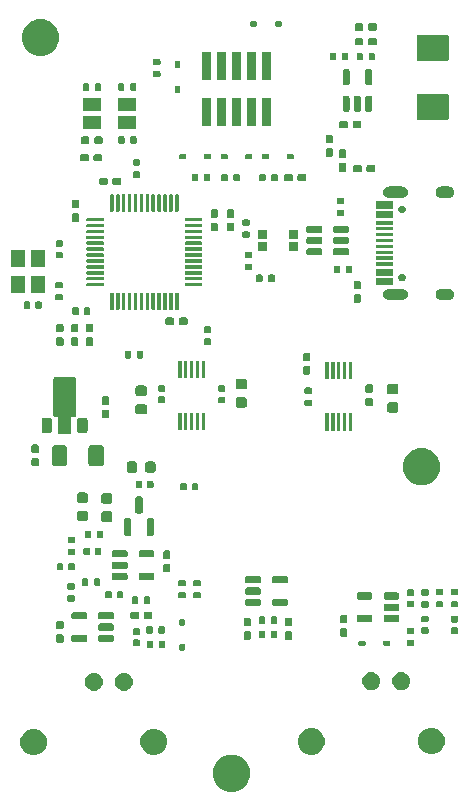
<source format=gts>
%TF.GenerationSoftware,KiCad,Pcbnew,9.0.0*%
%TF.CreationDate,2025-02-24T12:48:06+01:00*%
%TF.ProjectId,mixed_signal,6d697865-645f-4736-9967-6e616c2e6b69,rev?*%
%TF.SameCoordinates,Original*%
%TF.FileFunction,Soldermask,Top*%
%TF.FilePolarity,Negative*%
%FSLAX45Y45*%
G04 Gerber Fmt 4.5, Leading zero omitted, Abs format (unit mm)*
G04 Created by KiCad (PCBNEW 9.0.0) date 2025-02-24 12:48:06*
%MOMM*%
%LPD*%
G01*
G04 APERTURE LIST*
G04 APERTURE END LIST*
G36*
X14296392Y-10126964D02*
G01*
X14340536Y-10171108D01*
X14364427Y-10228785D01*
X14364427Y-10291215D01*
X14340536Y-10348892D01*
X14296392Y-10393036D01*
X14238715Y-10416927D01*
X14176285Y-10416927D01*
X14118608Y-10393036D01*
X14074464Y-10348892D01*
X14050573Y-10291215D01*
X14050573Y-10228785D01*
X14074464Y-10171108D01*
X14118608Y-10126964D01*
X14176285Y-10103073D01*
X14238715Y-10103073D01*
X14296392Y-10126964D01*
G37*
G36*
X12595391Y-9901380D02*
G01*
X12627120Y-9933109D01*
X12644291Y-9974564D01*
X12644291Y-10019436D01*
X12627120Y-10060891D01*
X12595391Y-10092620D01*
X12553936Y-10109791D01*
X12509064Y-10109791D01*
X12467609Y-10092620D01*
X12435880Y-10060891D01*
X12418709Y-10019436D01*
X12418709Y-9974564D01*
X12435880Y-9933109D01*
X12467609Y-9901380D01*
X12509064Y-9884209D01*
X12553936Y-9884209D01*
X12595391Y-9901380D01*
G37*
G36*
X13611391Y-9899380D02*
G01*
X13643120Y-9931109D01*
X13660291Y-9972564D01*
X13660291Y-10017436D01*
X13643120Y-10058891D01*
X13611391Y-10090620D01*
X13569936Y-10107791D01*
X13525064Y-10107791D01*
X13483609Y-10090620D01*
X13451880Y-10058891D01*
X13434709Y-10017436D01*
X13434709Y-9972564D01*
X13451880Y-9931109D01*
X13483609Y-9899380D01*
X13525064Y-9882209D01*
X13569936Y-9882209D01*
X13611391Y-9899380D01*
G37*
G36*
X14943891Y-9894380D02*
G01*
X14975620Y-9926109D01*
X14992791Y-9967564D01*
X14992791Y-10012436D01*
X14975620Y-10053891D01*
X14943891Y-10085620D01*
X14902436Y-10102791D01*
X14857564Y-10102791D01*
X14816109Y-10085620D01*
X14784380Y-10053891D01*
X14767209Y-10012436D01*
X14767209Y-9967564D01*
X14784380Y-9926109D01*
X14816109Y-9894380D01*
X14857564Y-9877209D01*
X14902436Y-9877209D01*
X14943891Y-9894380D01*
G37*
G36*
X15959891Y-9892380D02*
G01*
X15991620Y-9924109D01*
X16008791Y-9965564D01*
X16008791Y-10010436D01*
X15991620Y-10051891D01*
X15959891Y-10083620D01*
X15918436Y-10100791D01*
X15873564Y-10100791D01*
X15832109Y-10083620D01*
X15800380Y-10051891D01*
X15783209Y-10010436D01*
X15783209Y-9965564D01*
X15800380Y-9924109D01*
X15832109Y-9892380D01*
X15873564Y-9875209D01*
X15918436Y-9875209D01*
X15959891Y-9892380D01*
G37*
G36*
X13081835Y-9423641D02*
G01*
X13102859Y-9444665D01*
X13114237Y-9472134D01*
X13114237Y-9501866D01*
X13102859Y-9529335D01*
X13081835Y-9550359D01*
X13054366Y-9561737D01*
X13024634Y-9561737D01*
X12997165Y-9550359D01*
X12976141Y-9529335D01*
X12964763Y-9501866D01*
X12964763Y-9472134D01*
X12976141Y-9444665D01*
X12997165Y-9423641D01*
X13024634Y-9412263D01*
X13054366Y-9412263D01*
X13081835Y-9423641D01*
G37*
G36*
X13335835Y-9423641D02*
G01*
X13356859Y-9444665D01*
X13368237Y-9472134D01*
X13368237Y-9501866D01*
X13356859Y-9529335D01*
X13335835Y-9550359D01*
X13308366Y-9561737D01*
X13278634Y-9561737D01*
X13251165Y-9550359D01*
X13230141Y-9529335D01*
X13218763Y-9501866D01*
X13218763Y-9472134D01*
X13230141Y-9444665D01*
X13251165Y-9423641D01*
X13278634Y-9412263D01*
X13308366Y-9412263D01*
X13335835Y-9423641D01*
G37*
G36*
X15430335Y-9416641D02*
G01*
X15451359Y-9437665D01*
X15462737Y-9465134D01*
X15462737Y-9494866D01*
X15451359Y-9522335D01*
X15430335Y-9543359D01*
X15402866Y-9554737D01*
X15373134Y-9554737D01*
X15345665Y-9543359D01*
X15324641Y-9522335D01*
X15313263Y-9494866D01*
X15313263Y-9465134D01*
X15324641Y-9437665D01*
X15345665Y-9416641D01*
X15373134Y-9405263D01*
X15402866Y-9405263D01*
X15430335Y-9416641D01*
G37*
G36*
X15684335Y-9416641D02*
G01*
X15705359Y-9437665D01*
X15716737Y-9465134D01*
X15716737Y-9494866D01*
X15705359Y-9522335D01*
X15684335Y-9543359D01*
X15656866Y-9554737D01*
X15627134Y-9554737D01*
X15599665Y-9543359D01*
X15578641Y-9522335D01*
X15567263Y-9494866D01*
X15567263Y-9465134D01*
X15578641Y-9437665D01*
X15599665Y-9416641D01*
X15627134Y-9405263D01*
X15656866Y-9405263D01*
X15684335Y-9416641D01*
G37*
G36*
X13803056Y-9163355D02*
G01*
X13806706Y-9165794D01*
X13809145Y-9169444D01*
X13810001Y-9173750D01*
X13810001Y-9211250D01*
X13809145Y-9215556D01*
X13806706Y-9219206D01*
X13803056Y-9221645D01*
X13798750Y-9222501D01*
X13776250Y-9222501D01*
X13771944Y-9221645D01*
X13768294Y-9219206D01*
X13765855Y-9215556D01*
X13764999Y-9211250D01*
X13764999Y-9173750D01*
X13765855Y-9169444D01*
X13768294Y-9165794D01*
X13771944Y-9163355D01*
X13776250Y-9162499D01*
X13798750Y-9162499D01*
X13803056Y-9163355D01*
G37*
G36*
X13535167Y-9139027D02*
G01*
X13539547Y-9141953D01*
X13542473Y-9146333D01*
X13543501Y-9151500D01*
X13543501Y-9188500D01*
X13542473Y-9193667D01*
X13539547Y-9198047D01*
X13535167Y-9200973D01*
X13530000Y-9202001D01*
X13503000Y-9202001D01*
X13497833Y-9200973D01*
X13493453Y-9198047D01*
X13490527Y-9193667D01*
X13489499Y-9188500D01*
X13489499Y-9151500D01*
X13490527Y-9146333D01*
X13493453Y-9141953D01*
X13497833Y-9139027D01*
X13503000Y-9137999D01*
X13530000Y-9137999D01*
X13535167Y-9139027D01*
G37*
G36*
X13637167Y-9139027D02*
G01*
X13641547Y-9141953D01*
X13644473Y-9146333D01*
X13645501Y-9151500D01*
X13645501Y-9188500D01*
X13644473Y-9193667D01*
X13641547Y-9198047D01*
X13637167Y-9200973D01*
X13632000Y-9202001D01*
X13605000Y-9202001D01*
X13599833Y-9200973D01*
X13595453Y-9198047D01*
X13592527Y-9193667D01*
X13591499Y-9188500D01*
X13591499Y-9151500D01*
X13592527Y-9146333D01*
X13595453Y-9141953D01*
X13599833Y-9139027D01*
X13605000Y-9137999D01*
X13632000Y-9137999D01*
X13637167Y-9139027D01*
G37*
G36*
X15743667Y-9132527D02*
G01*
X15748047Y-9135453D01*
X15750973Y-9139833D01*
X15752001Y-9145000D01*
X15752001Y-9172000D01*
X15750973Y-9177167D01*
X15748047Y-9181547D01*
X15743667Y-9184473D01*
X15738500Y-9185501D01*
X15701500Y-9185501D01*
X15696333Y-9184473D01*
X15691953Y-9181547D01*
X15689027Y-9177167D01*
X15687999Y-9172000D01*
X15687999Y-9145000D01*
X15689027Y-9139833D01*
X15691953Y-9135453D01*
X15696333Y-9132527D01*
X15701500Y-9131499D01*
X15738500Y-9131499D01*
X15743667Y-9132527D01*
G37*
G36*
X13422358Y-9128565D02*
G01*
X13426900Y-9131600D01*
X13429935Y-9136142D01*
X13431001Y-9141500D01*
X13431001Y-9169500D01*
X13429935Y-9174858D01*
X13426900Y-9179400D01*
X13422358Y-9182435D01*
X13417000Y-9183501D01*
X13383000Y-9183501D01*
X13377642Y-9182435D01*
X13373100Y-9179400D01*
X13370065Y-9174858D01*
X13368999Y-9169500D01*
X13368999Y-9141500D01*
X13370065Y-9136142D01*
X13373100Y-9131600D01*
X13377642Y-9128565D01*
X13383000Y-9127499D01*
X13417000Y-9127499D01*
X13422358Y-9128565D01*
G37*
G36*
X15333056Y-9138355D02*
G01*
X15336706Y-9140794D01*
X15339145Y-9144444D01*
X15340001Y-9148750D01*
X15340001Y-9171250D01*
X15339145Y-9175556D01*
X15336706Y-9179206D01*
X15333056Y-9181645D01*
X15328750Y-9182501D01*
X15291250Y-9182501D01*
X15286944Y-9181645D01*
X15283294Y-9179206D01*
X15280855Y-9175556D01*
X15279999Y-9171250D01*
X15279999Y-9148750D01*
X15280855Y-9144444D01*
X15283294Y-9140794D01*
X15286944Y-9138355D01*
X15291250Y-9137499D01*
X15328750Y-9137499D01*
X15333056Y-9138355D01*
G37*
G36*
X15543056Y-9138355D02*
G01*
X15546706Y-9140794D01*
X15549145Y-9144444D01*
X15550001Y-9148750D01*
X15550001Y-9171250D01*
X15549145Y-9175556D01*
X15546706Y-9179206D01*
X15543056Y-9181645D01*
X15538750Y-9182501D01*
X15501250Y-9182501D01*
X15496944Y-9181645D01*
X15493294Y-9179206D01*
X15490855Y-9175556D01*
X15489999Y-9171250D01*
X15489999Y-9148750D01*
X15490855Y-9144444D01*
X15493294Y-9140794D01*
X15496944Y-9138355D01*
X15501250Y-9137499D01*
X15538750Y-9137499D01*
X15543056Y-9138355D01*
G37*
G36*
X12773932Y-9083679D02*
G01*
X12778961Y-9087039D01*
X12782321Y-9092068D01*
X12783501Y-9098000D01*
X12783501Y-9140500D01*
X12782321Y-9146432D01*
X12778961Y-9151461D01*
X12773932Y-9154821D01*
X12768000Y-9156001D01*
X12737000Y-9156001D01*
X12731068Y-9154821D01*
X12726039Y-9151461D01*
X12722679Y-9146432D01*
X12721499Y-9140500D01*
X12721499Y-9098000D01*
X12722679Y-9092068D01*
X12726039Y-9087039D01*
X12731068Y-9083679D01*
X12737000Y-9082499D01*
X12768000Y-9082499D01*
X12773932Y-9083679D01*
G37*
G36*
X12973241Y-9088641D02*
G01*
X12978107Y-9091893D01*
X12981359Y-9096759D01*
X12982501Y-9102500D01*
X12982501Y-9132500D01*
X12981359Y-9138241D01*
X12978107Y-9143107D01*
X12973241Y-9146359D01*
X12967500Y-9147501D01*
X12865000Y-9147501D01*
X12859259Y-9146359D01*
X12854393Y-9143107D01*
X12851141Y-9138241D01*
X12849999Y-9132500D01*
X12849999Y-9102500D01*
X12851141Y-9096759D01*
X12854393Y-9091893D01*
X12859259Y-9088641D01*
X12865000Y-9087499D01*
X12967500Y-9087499D01*
X12973241Y-9088641D01*
G37*
G36*
X13200741Y-9088641D02*
G01*
X13205607Y-9091893D01*
X13208859Y-9096759D01*
X13210001Y-9102500D01*
X13210001Y-9132500D01*
X13208859Y-9138241D01*
X13205607Y-9143107D01*
X13200741Y-9146359D01*
X13195000Y-9147501D01*
X13092500Y-9147501D01*
X13086759Y-9146359D01*
X13081893Y-9143107D01*
X13078641Y-9138241D01*
X13077499Y-9132500D01*
X13077499Y-9102500D01*
X13078641Y-9096759D01*
X13081893Y-9091893D01*
X13086759Y-9088641D01*
X13092500Y-9087499D01*
X13195000Y-9087499D01*
X13200741Y-9088641D01*
G37*
G36*
X14360182Y-9058679D02*
G01*
X14365211Y-9062039D01*
X14368571Y-9067068D01*
X14369751Y-9073000D01*
X14369751Y-9115500D01*
X14368571Y-9121432D01*
X14365211Y-9126461D01*
X14360182Y-9129821D01*
X14354250Y-9131001D01*
X14323250Y-9131001D01*
X14317318Y-9129821D01*
X14312289Y-9126461D01*
X14308929Y-9121432D01*
X14307749Y-9115500D01*
X14307749Y-9073000D01*
X14308929Y-9067068D01*
X14312289Y-9062039D01*
X14317318Y-9058679D01*
X14323250Y-9057499D01*
X14354250Y-9057499D01*
X14360182Y-9058679D01*
G37*
G36*
X14710182Y-9058679D02*
G01*
X14715211Y-9062039D01*
X14718571Y-9067068D01*
X14719751Y-9073000D01*
X14719751Y-9115500D01*
X14718571Y-9121432D01*
X14715211Y-9126461D01*
X14710182Y-9129821D01*
X14704250Y-9131001D01*
X14673250Y-9131001D01*
X14667318Y-9129821D01*
X14662289Y-9126461D01*
X14658929Y-9121432D01*
X14657749Y-9115500D01*
X14657749Y-9073000D01*
X14658929Y-9067068D01*
X14662289Y-9062039D01*
X14667318Y-9058679D01*
X14673250Y-9057499D01*
X14704250Y-9057499D01*
X14710182Y-9058679D01*
G37*
G36*
X14481417Y-9056527D02*
G01*
X14485797Y-9059453D01*
X14488723Y-9063833D01*
X14489751Y-9069000D01*
X14489751Y-9106000D01*
X14488723Y-9111167D01*
X14485797Y-9115547D01*
X14481417Y-9118473D01*
X14476250Y-9119501D01*
X14449250Y-9119501D01*
X14444083Y-9118473D01*
X14439703Y-9115547D01*
X14436777Y-9111167D01*
X14435749Y-9106000D01*
X14435749Y-9069000D01*
X14436777Y-9063833D01*
X14439703Y-9059453D01*
X14444083Y-9056527D01*
X14449250Y-9055499D01*
X14476250Y-9055499D01*
X14481417Y-9056527D01*
G37*
G36*
X14583417Y-9056527D02*
G01*
X14587797Y-9059453D01*
X14590723Y-9063833D01*
X14591751Y-9069000D01*
X14591751Y-9106000D01*
X14590723Y-9111167D01*
X14587797Y-9115547D01*
X14583417Y-9118473D01*
X14578250Y-9119501D01*
X14551250Y-9119501D01*
X14546083Y-9118473D01*
X14541703Y-9115547D01*
X14538777Y-9111167D01*
X14537749Y-9106000D01*
X14537749Y-9069000D01*
X14538777Y-9063833D01*
X14541703Y-9059453D01*
X14546083Y-9056527D01*
X14551250Y-9055499D01*
X14578250Y-9055499D01*
X14583417Y-9056527D01*
G37*
G36*
X15176432Y-9033679D02*
G01*
X15181461Y-9037039D01*
X15184821Y-9042068D01*
X15186001Y-9048000D01*
X15186001Y-9090500D01*
X15184821Y-9096432D01*
X15181461Y-9101461D01*
X15176432Y-9104821D01*
X15170500Y-9106001D01*
X15139500Y-9106001D01*
X15133568Y-9104821D01*
X15128539Y-9101461D01*
X15125179Y-9096432D01*
X15123999Y-9090500D01*
X15123999Y-9048000D01*
X15125179Y-9042068D01*
X15128539Y-9037039D01*
X15133568Y-9033679D01*
X15139500Y-9032499D01*
X15170500Y-9032499D01*
X15176432Y-9033679D01*
G37*
G36*
X13422358Y-9032565D02*
G01*
X13426900Y-9035600D01*
X13429935Y-9040142D01*
X13431001Y-9045500D01*
X13431001Y-9073500D01*
X13429935Y-9078858D01*
X13426900Y-9083400D01*
X13422358Y-9086435D01*
X13417000Y-9087501D01*
X13383000Y-9087501D01*
X13377642Y-9086435D01*
X13373100Y-9083400D01*
X13370065Y-9078858D01*
X13368999Y-9073500D01*
X13368999Y-9045500D01*
X13370065Y-9040142D01*
X13373100Y-9035600D01*
X13377642Y-9032565D01*
X13383000Y-9031499D01*
X13417000Y-9031499D01*
X13422358Y-9032565D01*
G37*
G36*
X15743667Y-9030527D02*
G01*
X15748047Y-9033453D01*
X15750973Y-9037833D01*
X15752001Y-9043000D01*
X15752001Y-9070000D01*
X15750973Y-9075167D01*
X15748047Y-9079547D01*
X15743667Y-9082473D01*
X15738500Y-9083501D01*
X15701500Y-9083501D01*
X15696333Y-9082473D01*
X15691953Y-9079547D01*
X15689027Y-9075167D01*
X15687999Y-9070000D01*
X15687999Y-9043000D01*
X15689027Y-9037833D01*
X15691953Y-9033453D01*
X15696333Y-9030527D01*
X15701500Y-9029499D01*
X15738500Y-9029499D01*
X15743667Y-9030527D01*
G37*
G36*
X16114858Y-9026065D02*
G01*
X16119400Y-9029100D01*
X16122435Y-9033642D01*
X16123501Y-9039000D01*
X16123501Y-9067000D01*
X16122435Y-9072358D01*
X16119400Y-9076900D01*
X16114858Y-9079935D01*
X16109500Y-9081001D01*
X16075500Y-9081001D01*
X16070142Y-9079935D01*
X16065600Y-9076900D01*
X16062565Y-9072358D01*
X16061499Y-9067000D01*
X16061499Y-9039000D01*
X16062565Y-9033642D01*
X16065600Y-9029100D01*
X16070142Y-9026065D01*
X16075500Y-9024999D01*
X16109500Y-9024999D01*
X16114858Y-9026065D01*
G37*
G36*
X13530167Y-9016527D02*
G01*
X13534547Y-9019453D01*
X13537473Y-9023833D01*
X13538501Y-9029000D01*
X13538501Y-9066000D01*
X13537473Y-9071167D01*
X13534547Y-9075547D01*
X13530167Y-9078473D01*
X13525000Y-9079501D01*
X13498000Y-9079501D01*
X13492833Y-9078473D01*
X13488453Y-9075547D01*
X13485527Y-9071167D01*
X13484499Y-9066000D01*
X13484499Y-9029000D01*
X13485527Y-9023833D01*
X13488453Y-9019453D01*
X13492833Y-9016527D01*
X13498000Y-9015499D01*
X13525000Y-9015499D01*
X13530167Y-9016527D01*
G37*
G36*
X13632167Y-9016527D02*
G01*
X13636547Y-9019453D01*
X13639473Y-9023833D01*
X13640501Y-9029000D01*
X13640501Y-9066000D01*
X13639473Y-9071167D01*
X13636547Y-9075547D01*
X13632167Y-9078473D01*
X13627000Y-9079501D01*
X13600000Y-9079501D01*
X13594833Y-9078473D01*
X13590453Y-9075547D01*
X13587527Y-9071167D01*
X13586499Y-9066000D01*
X13586499Y-9029000D01*
X13587527Y-9023833D01*
X13590453Y-9019453D01*
X13594833Y-9016527D01*
X13600000Y-9015499D01*
X13627000Y-9015499D01*
X13632167Y-9016527D01*
G37*
G36*
X15864858Y-9024065D02*
G01*
X15869400Y-9027100D01*
X15872435Y-9031642D01*
X15873501Y-9037000D01*
X15873501Y-9065000D01*
X15872435Y-9070358D01*
X15869400Y-9074900D01*
X15864858Y-9077935D01*
X15859500Y-9079001D01*
X15825500Y-9079001D01*
X15820142Y-9077935D01*
X15815600Y-9074900D01*
X15812565Y-9070358D01*
X15811499Y-9065000D01*
X15811499Y-9037000D01*
X15812565Y-9031642D01*
X15815600Y-9027100D01*
X15820142Y-9024065D01*
X15825500Y-9022999D01*
X15859500Y-9022999D01*
X15864858Y-9024065D01*
G37*
G36*
X13200741Y-8993641D02*
G01*
X13205607Y-8996893D01*
X13208859Y-9001759D01*
X13210001Y-9007500D01*
X13210001Y-9037500D01*
X13208859Y-9043241D01*
X13205607Y-9048107D01*
X13200741Y-9051359D01*
X13195000Y-9052501D01*
X13092500Y-9052501D01*
X13086759Y-9051359D01*
X13081893Y-9048107D01*
X13078641Y-9043241D01*
X13077499Y-9037500D01*
X13077499Y-9007500D01*
X13078641Y-9001759D01*
X13081893Y-8996893D01*
X13086759Y-8993641D01*
X13092500Y-8992499D01*
X13195000Y-8992499D01*
X13200741Y-8993641D01*
G37*
G36*
X12773932Y-8970179D02*
G01*
X12778961Y-8973539D01*
X12782321Y-8978568D01*
X12783501Y-8984500D01*
X12783501Y-9027000D01*
X12782321Y-9032932D01*
X12778961Y-9037961D01*
X12773932Y-9041321D01*
X12768000Y-9042501D01*
X12737000Y-9042501D01*
X12731068Y-9041321D01*
X12726039Y-9037961D01*
X12722679Y-9032932D01*
X12721499Y-9027000D01*
X12721499Y-8984500D01*
X12722679Y-8978568D01*
X12726039Y-8973539D01*
X12731068Y-8970179D01*
X12737000Y-8968999D01*
X12768000Y-8968999D01*
X12773932Y-8970179D01*
G37*
G36*
X14360182Y-8945179D02*
G01*
X14365211Y-8948539D01*
X14368571Y-8953568D01*
X14369751Y-8959500D01*
X14369751Y-9002000D01*
X14368571Y-9007932D01*
X14365211Y-9012961D01*
X14360182Y-9016321D01*
X14354250Y-9017501D01*
X14323250Y-9017501D01*
X14317318Y-9016321D01*
X14312289Y-9012961D01*
X14308929Y-9007932D01*
X14307749Y-9002000D01*
X14307749Y-8959500D01*
X14308929Y-8953568D01*
X14312289Y-8948539D01*
X14317318Y-8945179D01*
X14323250Y-8943999D01*
X14354250Y-8943999D01*
X14360182Y-8945179D01*
G37*
G36*
X14710182Y-8945179D02*
G01*
X14715211Y-8948539D01*
X14718571Y-8953568D01*
X14719751Y-8959500D01*
X14719751Y-9002000D01*
X14718571Y-9007932D01*
X14715211Y-9012961D01*
X14710182Y-9016321D01*
X14704250Y-9017501D01*
X14673250Y-9017501D01*
X14667318Y-9016321D01*
X14662289Y-9012961D01*
X14658929Y-9007932D01*
X14657749Y-9002000D01*
X14657749Y-8959500D01*
X14658929Y-8953568D01*
X14662289Y-8948539D01*
X14667318Y-8945179D01*
X14673250Y-8943999D01*
X14704250Y-8943999D01*
X14710182Y-8945179D01*
G37*
G36*
X13803056Y-8953355D02*
G01*
X13806706Y-8955794D01*
X13809145Y-8959444D01*
X13810001Y-8963750D01*
X13810001Y-9001250D01*
X13809145Y-9005556D01*
X13806706Y-9009206D01*
X13803056Y-9011645D01*
X13798750Y-9012501D01*
X13776250Y-9012501D01*
X13771944Y-9011645D01*
X13768294Y-9009206D01*
X13765855Y-9005556D01*
X13764999Y-9001250D01*
X13764999Y-8963750D01*
X13765855Y-8959444D01*
X13768294Y-8955794D01*
X13771944Y-8953355D01*
X13776250Y-8952499D01*
X13798750Y-8952499D01*
X13803056Y-8953355D01*
G37*
G36*
X14481417Y-8931527D02*
G01*
X14485797Y-8934453D01*
X14488723Y-8938833D01*
X14489751Y-8944000D01*
X14489751Y-8981000D01*
X14488723Y-8986167D01*
X14485797Y-8990547D01*
X14481417Y-8993473D01*
X14476250Y-8994501D01*
X14449250Y-8994501D01*
X14444083Y-8993473D01*
X14439703Y-8990547D01*
X14436777Y-8986167D01*
X14435749Y-8981000D01*
X14435749Y-8944000D01*
X14436777Y-8938833D01*
X14439703Y-8934453D01*
X14444083Y-8931527D01*
X14449250Y-8930499D01*
X14476250Y-8930499D01*
X14481417Y-8931527D01*
G37*
G36*
X14583417Y-8931527D02*
G01*
X14587797Y-8934453D01*
X14590723Y-8938833D01*
X14591751Y-8944000D01*
X14591751Y-8981000D01*
X14590723Y-8986167D01*
X14587797Y-8990547D01*
X14583417Y-8993473D01*
X14578250Y-8994501D01*
X14551250Y-8994501D01*
X14546083Y-8993473D01*
X14541703Y-8990547D01*
X14538777Y-8986167D01*
X14537749Y-8981000D01*
X14537749Y-8944000D01*
X14538777Y-8938833D01*
X14541703Y-8934453D01*
X14546083Y-8931527D01*
X14551250Y-8930499D01*
X14578250Y-8930499D01*
X14583417Y-8931527D01*
G37*
G36*
X15176432Y-8920179D02*
G01*
X15181461Y-8923539D01*
X15184821Y-8928568D01*
X15186001Y-8934500D01*
X15186001Y-8977000D01*
X15184821Y-8982932D01*
X15181461Y-8987961D01*
X15176432Y-8991321D01*
X15170500Y-8992501D01*
X15139500Y-8992501D01*
X15133568Y-8991321D01*
X15128539Y-8987961D01*
X15125179Y-8982932D01*
X15123999Y-8977000D01*
X15123999Y-8934500D01*
X15125179Y-8928568D01*
X15128539Y-8923539D01*
X15133568Y-8920179D01*
X15139500Y-8918999D01*
X15170500Y-8918999D01*
X15176432Y-8920179D01*
G37*
G36*
X16114858Y-8930065D02*
G01*
X16119400Y-8933100D01*
X16122435Y-8937642D01*
X16123501Y-8943000D01*
X16123501Y-8971000D01*
X16122435Y-8976358D01*
X16119400Y-8980900D01*
X16114858Y-8983935D01*
X16109500Y-8985001D01*
X16075500Y-8985001D01*
X16070142Y-8983935D01*
X16065600Y-8980900D01*
X16062565Y-8976358D01*
X16061499Y-8971000D01*
X16061499Y-8943000D01*
X16062565Y-8937642D01*
X16065600Y-8933100D01*
X16070142Y-8930065D01*
X16075500Y-8928999D01*
X16109500Y-8928999D01*
X16114858Y-8930065D01*
G37*
G36*
X15864858Y-8928065D02*
G01*
X15869400Y-8931100D01*
X15872435Y-8935642D01*
X15873501Y-8941000D01*
X15873501Y-8969000D01*
X15872435Y-8974358D01*
X15869400Y-8978900D01*
X15864858Y-8981935D01*
X15859500Y-8983001D01*
X15825500Y-8983001D01*
X15820142Y-8981935D01*
X15815600Y-8978900D01*
X15812565Y-8974358D01*
X15811499Y-8969000D01*
X15811499Y-8941000D01*
X15812565Y-8935642D01*
X15815600Y-8931100D01*
X15820142Y-8928065D01*
X15825500Y-8926999D01*
X15859500Y-8926999D01*
X15864858Y-8928065D01*
G37*
G36*
X15388241Y-8921141D02*
G01*
X15393107Y-8924393D01*
X15396359Y-8929259D01*
X15397501Y-8935000D01*
X15397501Y-8965000D01*
X15396359Y-8970741D01*
X15393107Y-8975607D01*
X15388241Y-8978859D01*
X15382500Y-8980001D01*
X15280000Y-8980001D01*
X15274259Y-8978859D01*
X15269393Y-8975607D01*
X15266141Y-8970741D01*
X15264999Y-8965000D01*
X15264999Y-8935000D01*
X15266141Y-8929259D01*
X15269393Y-8924393D01*
X15274259Y-8921141D01*
X15280000Y-8919999D01*
X15382500Y-8919999D01*
X15388241Y-8921141D01*
G37*
G36*
X15615741Y-8921141D02*
G01*
X15620607Y-8924393D01*
X15623859Y-8929259D01*
X15625001Y-8935000D01*
X15625001Y-8965000D01*
X15623859Y-8970741D01*
X15620607Y-8975607D01*
X15615741Y-8978859D01*
X15610000Y-8980001D01*
X15507500Y-8980001D01*
X15501759Y-8978859D01*
X15496893Y-8975607D01*
X15493641Y-8970741D01*
X15492499Y-8965000D01*
X15492499Y-8935000D01*
X15493641Y-8929259D01*
X15496893Y-8924393D01*
X15501759Y-8921141D01*
X15507500Y-8919999D01*
X15610000Y-8919999D01*
X15615741Y-8921141D01*
G37*
G36*
X12973241Y-8898641D02*
G01*
X12978107Y-8901893D01*
X12981359Y-8906759D01*
X12982501Y-8912500D01*
X12982501Y-8942500D01*
X12981359Y-8948241D01*
X12978107Y-8953107D01*
X12973241Y-8956359D01*
X12967500Y-8957501D01*
X12865000Y-8957501D01*
X12859259Y-8956359D01*
X12854393Y-8953107D01*
X12851141Y-8948241D01*
X12849999Y-8942500D01*
X12849999Y-8912500D01*
X12851141Y-8906759D01*
X12854393Y-8901893D01*
X12859259Y-8898641D01*
X12865000Y-8897499D01*
X12967500Y-8897499D01*
X12973241Y-8898641D01*
G37*
G36*
X13200741Y-8898641D02*
G01*
X13205607Y-8901893D01*
X13208859Y-8906759D01*
X13210001Y-8912500D01*
X13210001Y-8942500D01*
X13208859Y-8948241D01*
X13205607Y-8953107D01*
X13200741Y-8956359D01*
X13195000Y-8957501D01*
X13092500Y-8957501D01*
X13086759Y-8956359D01*
X13081893Y-8953107D01*
X13078641Y-8948241D01*
X13077499Y-8942500D01*
X13077499Y-8912500D01*
X13078641Y-8906759D01*
X13081893Y-8901893D01*
X13086759Y-8898641D01*
X13092500Y-8897499D01*
X13195000Y-8897499D01*
X13200741Y-8898641D01*
G37*
G36*
X13412932Y-8892679D02*
G01*
X13417961Y-8896039D01*
X13421321Y-8901068D01*
X13422501Y-8907000D01*
X13422501Y-8938000D01*
X13421321Y-8943932D01*
X13417961Y-8948961D01*
X13412932Y-8952321D01*
X13407000Y-8953501D01*
X13364500Y-8953501D01*
X13358568Y-8952321D01*
X13353539Y-8948961D01*
X13350179Y-8943932D01*
X13348999Y-8938000D01*
X13348999Y-8907000D01*
X13350179Y-8901068D01*
X13353539Y-8896039D01*
X13358568Y-8892679D01*
X13364500Y-8891499D01*
X13407000Y-8891499D01*
X13412932Y-8892679D01*
G37*
G36*
X13526432Y-8892679D02*
G01*
X13531461Y-8896039D01*
X13534821Y-8901068D01*
X13536001Y-8907000D01*
X13536001Y-8938000D01*
X13534821Y-8943932D01*
X13531461Y-8948961D01*
X13526432Y-8952321D01*
X13520500Y-8953501D01*
X13478000Y-8953501D01*
X13472068Y-8952321D01*
X13467039Y-8948961D01*
X13463679Y-8943932D01*
X13462499Y-8938000D01*
X13462499Y-8907000D01*
X13463679Y-8901068D01*
X13467039Y-8896039D01*
X13472068Y-8892679D01*
X13478000Y-8891499D01*
X13520500Y-8891499D01*
X13526432Y-8892679D01*
G37*
G36*
X15615741Y-8826141D02*
G01*
X15620607Y-8829393D01*
X15623859Y-8834259D01*
X15625001Y-8840000D01*
X15625001Y-8870000D01*
X15623859Y-8875741D01*
X15620607Y-8880607D01*
X15615741Y-8883859D01*
X15610000Y-8885001D01*
X15507500Y-8885001D01*
X15501759Y-8883859D01*
X15496893Y-8880607D01*
X15493641Y-8875741D01*
X15492499Y-8870000D01*
X15492499Y-8840000D01*
X15493641Y-8834259D01*
X15496893Y-8829393D01*
X15501759Y-8826141D01*
X15507500Y-8824999D01*
X15610000Y-8824999D01*
X15615741Y-8826141D01*
G37*
G36*
X15866167Y-8805027D02*
G01*
X15870547Y-8807953D01*
X15873473Y-8812333D01*
X15874501Y-8817500D01*
X15874501Y-8844500D01*
X15873473Y-8849667D01*
X15870547Y-8854047D01*
X15866167Y-8856973D01*
X15861000Y-8858001D01*
X15824000Y-8858001D01*
X15818833Y-8856973D01*
X15814453Y-8854047D01*
X15811527Y-8849667D01*
X15810499Y-8844500D01*
X15810499Y-8817500D01*
X15811527Y-8812333D01*
X15814453Y-8807953D01*
X15818833Y-8805027D01*
X15824000Y-8803999D01*
X15861000Y-8803999D01*
X15866167Y-8805027D01*
G37*
G36*
X15991167Y-8804027D02*
G01*
X15995547Y-8806953D01*
X15998473Y-8811333D01*
X15999501Y-8816500D01*
X15999501Y-8843500D01*
X15998473Y-8848667D01*
X15995547Y-8853047D01*
X15991167Y-8855973D01*
X15986000Y-8857001D01*
X15949000Y-8857001D01*
X15943833Y-8855973D01*
X15939453Y-8853047D01*
X15936527Y-8848667D01*
X15935499Y-8843500D01*
X15935499Y-8816500D01*
X15936527Y-8811333D01*
X15939453Y-8806953D01*
X15943833Y-8804027D01*
X15949000Y-8802999D01*
X15986000Y-8802999D01*
X15991167Y-8804027D01*
G37*
G36*
X16116167Y-8804027D02*
G01*
X16120547Y-8806953D01*
X16123473Y-8811333D01*
X16124501Y-8816500D01*
X16124501Y-8843500D01*
X16123473Y-8848667D01*
X16120547Y-8853047D01*
X16116167Y-8855973D01*
X16111000Y-8857001D01*
X16074000Y-8857001D01*
X16068833Y-8855973D01*
X16064453Y-8853047D01*
X16061527Y-8848667D01*
X16060499Y-8843500D01*
X16060499Y-8816500D01*
X16061527Y-8811333D01*
X16064453Y-8806953D01*
X16068833Y-8804027D01*
X16074000Y-8802999D01*
X16111000Y-8802999D01*
X16116167Y-8804027D01*
G37*
G36*
X15742358Y-8800565D02*
G01*
X15746900Y-8803600D01*
X15749935Y-8808142D01*
X15751001Y-8813500D01*
X15751001Y-8841500D01*
X15749935Y-8846858D01*
X15746900Y-8851400D01*
X15742358Y-8854435D01*
X15737000Y-8855501D01*
X15703000Y-8855501D01*
X15697642Y-8854435D01*
X15693100Y-8851400D01*
X15690065Y-8846858D01*
X15688999Y-8841500D01*
X15688999Y-8813500D01*
X15690065Y-8808142D01*
X15693100Y-8803600D01*
X15697642Y-8800565D01*
X15703000Y-8799499D01*
X15737000Y-8799499D01*
X15742358Y-8800565D01*
G37*
G36*
X14445741Y-8783641D02*
G01*
X14450607Y-8786893D01*
X14453859Y-8791759D01*
X14455001Y-8797500D01*
X14455001Y-8827500D01*
X14453859Y-8833241D01*
X14450607Y-8838107D01*
X14445741Y-8841359D01*
X14440000Y-8842501D01*
X14337500Y-8842501D01*
X14331759Y-8841359D01*
X14326893Y-8838107D01*
X14323641Y-8833241D01*
X14322499Y-8827500D01*
X14322499Y-8797500D01*
X14323641Y-8791759D01*
X14326893Y-8786893D01*
X14331759Y-8783641D01*
X14337500Y-8782499D01*
X14440000Y-8782499D01*
X14445741Y-8783641D01*
G37*
G36*
X14673241Y-8783641D02*
G01*
X14678107Y-8786893D01*
X14681359Y-8791759D01*
X14682501Y-8797500D01*
X14682501Y-8827500D01*
X14681359Y-8833241D01*
X14678107Y-8838107D01*
X14673241Y-8841359D01*
X14667500Y-8842501D01*
X14565000Y-8842501D01*
X14559259Y-8841359D01*
X14554393Y-8838107D01*
X14551141Y-8833241D01*
X14549999Y-8827500D01*
X14549999Y-8797500D01*
X14551141Y-8791759D01*
X14554393Y-8786893D01*
X14559259Y-8783641D01*
X14565000Y-8782499D01*
X14667500Y-8782499D01*
X14673241Y-8783641D01*
G37*
G36*
X13407667Y-8764027D02*
G01*
X13412047Y-8766953D01*
X13414973Y-8771333D01*
X13416001Y-8776500D01*
X13416001Y-8813500D01*
X13414973Y-8818667D01*
X13412047Y-8823047D01*
X13407667Y-8825973D01*
X13402500Y-8827001D01*
X13375500Y-8827001D01*
X13370333Y-8825973D01*
X13365953Y-8823047D01*
X13363027Y-8818667D01*
X13361999Y-8813500D01*
X13361999Y-8776500D01*
X13363027Y-8771333D01*
X13365953Y-8766953D01*
X13370333Y-8764027D01*
X13375500Y-8762999D01*
X13402500Y-8762999D01*
X13407667Y-8764027D01*
G37*
G36*
X13509667Y-8764027D02*
G01*
X13514047Y-8766953D01*
X13516973Y-8771333D01*
X13518001Y-8776500D01*
X13518001Y-8813500D01*
X13516973Y-8818667D01*
X13514047Y-8823047D01*
X13509667Y-8825973D01*
X13504500Y-8827001D01*
X13477500Y-8827001D01*
X13472333Y-8825973D01*
X13467953Y-8823047D01*
X13465027Y-8818667D01*
X13463999Y-8813500D01*
X13463999Y-8776500D01*
X13465027Y-8771333D01*
X13467953Y-8766953D01*
X13472333Y-8764027D01*
X13477500Y-8762999D01*
X13504500Y-8762999D01*
X13509667Y-8764027D01*
G37*
G36*
X12871167Y-8755027D02*
G01*
X12875547Y-8757953D01*
X12878473Y-8762333D01*
X12879501Y-8767500D01*
X12879501Y-8794500D01*
X12878473Y-8799667D01*
X12875547Y-8804047D01*
X12871167Y-8806973D01*
X12866000Y-8808001D01*
X12829000Y-8808001D01*
X12823833Y-8806973D01*
X12819453Y-8804047D01*
X12816527Y-8799667D01*
X12815499Y-8794500D01*
X12815499Y-8767500D01*
X12816527Y-8762333D01*
X12819453Y-8757953D01*
X12823833Y-8755027D01*
X12829000Y-8753999D01*
X12866000Y-8753999D01*
X12871167Y-8755027D01*
G37*
G36*
X15388241Y-8731141D02*
G01*
X15393107Y-8734393D01*
X15396359Y-8739259D01*
X15397501Y-8745000D01*
X15397501Y-8775000D01*
X15396359Y-8780741D01*
X15393107Y-8785607D01*
X15388241Y-8788859D01*
X15382500Y-8790001D01*
X15280000Y-8790001D01*
X15274259Y-8788859D01*
X15269393Y-8785607D01*
X15266141Y-8780741D01*
X15264999Y-8775000D01*
X15264999Y-8745000D01*
X15266141Y-8739259D01*
X15269393Y-8734393D01*
X15274259Y-8731141D01*
X15280000Y-8729999D01*
X15382500Y-8729999D01*
X15388241Y-8731141D01*
G37*
G36*
X15615741Y-8731141D02*
G01*
X15620607Y-8734393D01*
X15623859Y-8739259D01*
X15625001Y-8745000D01*
X15625001Y-8775000D01*
X15623859Y-8780741D01*
X15620607Y-8785607D01*
X15615741Y-8788859D01*
X15610000Y-8790001D01*
X15507500Y-8790001D01*
X15501759Y-8788859D01*
X15496893Y-8785607D01*
X15493641Y-8780741D01*
X15492499Y-8775000D01*
X15492499Y-8745000D01*
X15493641Y-8739259D01*
X15496893Y-8734393D01*
X15501759Y-8731141D01*
X15507500Y-8729999D01*
X15610000Y-8729999D01*
X15615741Y-8731141D01*
G37*
G36*
X13183858Y-8720065D02*
G01*
X13188400Y-8723100D01*
X13191435Y-8727642D01*
X13192501Y-8733000D01*
X13192501Y-8767000D01*
X13191435Y-8772358D01*
X13188400Y-8776900D01*
X13183858Y-8779935D01*
X13178500Y-8781001D01*
X13150500Y-8781001D01*
X13145142Y-8779935D01*
X13140600Y-8776900D01*
X13137565Y-8772358D01*
X13136499Y-8767000D01*
X13136499Y-8733000D01*
X13137565Y-8727642D01*
X13140600Y-8723100D01*
X13145142Y-8720065D01*
X13150500Y-8718999D01*
X13178500Y-8718999D01*
X13183858Y-8720065D01*
G37*
G36*
X13279858Y-8720065D02*
G01*
X13284400Y-8723100D01*
X13287435Y-8727642D01*
X13288501Y-8733000D01*
X13288501Y-8767000D01*
X13287435Y-8772358D01*
X13284400Y-8776900D01*
X13279858Y-8779935D01*
X13274500Y-8781001D01*
X13246500Y-8781001D01*
X13241142Y-8779935D01*
X13236600Y-8776900D01*
X13233565Y-8772358D01*
X13232499Y-8767000D01*
X13232499Y-8733000D01*
X13233565Y-8727642D01*
X13236600Y-8723100D01*
X13241142Y-8720065D01*
X13246500Y-8718999D01*
X13274500Y-8718999D01*
X13279858Y-8720065D01*
G37*
G36*
X13811167Y-8725027D02*
G01*
X13815547Y-8727953D01*
X13818473Y-8732333D01*
X13819501Y-8737500D01*
X13819501Y-8764500D01*
X13818473Y-8769667D01*
X13815547Y-8774047D01*
X13811167Y-8776973D01*
X13806000Y-8778001D01*
X13769000Y-8778001D01*
X13763833Y-8776973D01*
X13759453Y-8774047D01*
X13756527Y-8769667D01*
X13755499Y-8764500D01*
X13755499Y-8737500D01*
X13756527Y-8732333D01*
X13759453Y-8727953D01*
X13763833Y-8725027D01*
X13769000Y-8723999D01*
X13806000Y-8723999D01*
X13811167Y-8725027D01*
G37*
G36*
X13936167Y-8725027D02*
G01*
X13940547Y-8727953D01*
X13943473Y-8732333D01*
X13944501Y-8737500D01*
X13944501Y-8764500D01*
X13943473Y-8769667D01*
X13940547Y-8774047D01*
X13936167Y-8776973D01*
X13931000Y-8778001D01*
X13894000Y-8778001D01*
X13888833Y-8776973D01*
X13884453Y-8774047D01*
X13881527Y-8769667D01*
X13880499Y-8764500D01*
X13880499Y-8737500D01*
X13881527Y-8732333D01*
X13884453Y-8727953D01*
X13888833Y-8725027D01*
X13894000Y-8723999D01*
X13931000Y-8723999D01*
X13936167Y-8725027D01*
G37*
G36*
X15742358Y-8704565D02*
G01*
X15746900Y-8707600D01*
X15749935Y-8712142D01*
X15751001Y-8717500D01*
X15751001Y-8745500D01*
X15749935Y-8750858D01*
X15746900Y-8755400D01*
X15742358Y-8758435D01*
X15737000Y-8759501D01*
X15703000Y-8759501D01*
X15697642Y-8758435D01*
X15693100Y-8755400D01*
X15690065Y-8750858D01*
X15688999Y-8745500D01*
X15688999Y-8717500D01*
X15690065Y-8712142D01*
X15693100Y-8707600D01*
X15697642Y-8704565D01*
X15703000Y-8703499D01*
X15737000Y-8703499D01*
X15742358Y-8704565D01*
G37*
G36*
X15866167Y-8703027D02*
G01*
X15870547Y-8705953D01*
X15873473Y-8710333D01*
X15874501Y-8715500D01*
X15874501Y-8742500D01*
X15873473Y-8747667D01*
X15870547Y-8752047D01*
X15866167Y-8754973D01*
X15861000Y-8756001D01*
X15824000Y-8756001D01*
X15818833Y-8754973D01*
X15814453Y-8752047D01*
X15811527Y-8747667D01*
X15810499Y-8742500D01*
X15810499Y-8715500D01*
X15811527Y-8710333D01*
X15814453Y-8705953D01*
X15818833Y-8703027D01*
X15824000Y-8701999D01*
X15861000Y-8701999D01*
X15866167Y-8703027D01*
G37*
G36*
X15991167Y-8702027D02*
G01*
X15995547Y-8704953D01*
X15998473Y-8709333D01*
X15999501Y-8714500D01*
X15999501Y-8741500D01*
X15998473Y-8746667D01*
X15995547Y-8751047D01*
X15991167Y-8753973D01*
X15986000Y-8755001D01*
X15949000Y-8755001D01*
X15943833Y-8753973D01*
X15939453Y-8751047D01*
X15936527Y-8746667D01*
X15935499Y-8741500D01*
X15935499Y-8714500D01*
X15936527Y-8709333D01*
X15939453Y-8704953D01*
X15943833Y-8702027D01*
X15949000Y-8700999D01*
X15986000Y-8700999D01*
X15991167Y-8702027D01*
G37*
G36*
X16116167Y-8702027D02*
G01*
X16120547Y-8704953D01*
X16123473Y-8709333D01*
X16124501Y-8714500D01*
X16124501Y-8741500D01*
X16123473Y-8746667D01*
X16120547Y-8751047D01*
X16116167Y-8753973D01*
X16111000Y-8755001D01*
X16074000Y-8755001D01*
X16068833Y-8753973D01*
X16064453Y-8751047D01*
X16061527Y-8746667D01*
X16060499Y-8741500D01*
X16060499Y-8714500D01*
X16061527Y-8709333D01*
X16064453Y-8704953D01*
X16068833Y-8702027D01*
X16074000Y-8700999D01*
X16111000Y-8700999D01*
X16116167Y-8702027D01*
G37*
G36*
X14445741Y-8688641D02*
G01*
X14450607Y-8691893D01*
X14453859Y-8696759D01*
X14455001Y-8702500D01*
X14455001Y-8732500D01*
X14453859Y-8738241D01*
X14450607Y-8743107D01*
X14445741Y-8746359D01*
X14440000Y-8747501D01*
X14337500Y-8747501D01*
X14331759Y-8746359D01*
X14326893Y-8743107D01*
X14323641Y-8738241D01*
X14322499Y-8732500D01*
X14322499Y-8702500D01*
X14323641Y-8696759D01*
X14326893Y-8691893D01*
X14331759Y-8688641D01*
X14337500Y-8687499D01*
X14440000Y-8687499D01*
X14445741Y-8688641D01*
G37*
G36*
X12871167Y-8653027D02*
G01*
X12875547Y-8655953D01*
X12878473Y-8660333D01*
X12879501Y-8665500D01*
X12879501Y-8692500D01*
X12878473Y-8697667D01*
X12875547Y-8702047D01*
X12871167Y-8704973D01*
X12866000Y-8706001D01*
X12829000Y-8706001D01*
X12823833Y-8704973D01*
X12819453Y-8702047D01*
X12816527Y-8697667D01*
X12815499Y-8692500D01*
X12815499Y-8665500D01*
X12816527Y-8660333D01*
X12819453Y-8655953D01*
X12823833Y-8653027D01*
X12829000Y-8651999D01*
X12866000Y-8651999D01*
X12871167Y-8653027D01*
G37*
G36*
X13811167Y-8623027D02*
G01*
X13815547Y-8625953D01*
X13818473Y-8630333D01*
X13819501Y-8635500D01*
X13819501Y-8662500D01*
X13818473Y-8667667D01*
X13815547Y-8672047D01*
X13811167Y-8674973D01*
X13806000Y-8676001D01*
X13769000Y-8676001D01*
X13763833Y-8674973D01*
X13759453Y-8672047D01*
X13756527Y-8667667D01*
X13755499Y-8662500D01*
X13755499Y-8635500D01*
X13756527Y-8630333D01*
X13759453Y-8625953D01*
X13763833Y-8623027D01*
X13769000Y-8621999D01*
X13806000Y-8621999D01*
X13811167Y-8623027D01*
G37*
G36*
X13936167Y-8623027D02*
G01*
X13940547Y-8625953D01*
X13943473Y-8630333D01*
X13944501Y-8635500D01*
X13944501Y-8662500D01*
X13943473Y-8667667D01*
X13940547Y-8672047D01*
X13936167Y-8674973D01*
X13931000Y-8676001D01*
X13894000Y-8676001D01*
X13888833Y-8674973D01*
X13884453Y-8672047D01*
X13881527Y-8667667D01*
X13880499Y-8662500D01*
X13880499Y-8635500D01*
X13881527Y-8630333D01*
X13884453Y-8625953D01*
X13888833Y-8623027D01*
X13894000Y-8621999D01*
X13931000Y-8621999D01*
X13936167Y-8623027D01*
G37*
G36*
X12985167Y-8611527D02*
G01*
X12989547Y-8614453D01*
X12992473Y-8618833D01*
X12993501Y-8624000D01*
X12993501Y-8661000D01*
X12992473Y-8666167D01*
X12989547Y-8670547D01*
X12985167Y-8673473D01*
X12980000Y-8674501D01*
X12953000Y-8674501D01*
X12947833Y-8673473D01*
X12943453Y-8670547D01*
X12940527Y-8666167D01*
X12939499Y-8661000D01*
X12939499Y-8624000D01*
X12940527Y-8618833D01*
X12943453Y-8614453D01*
X12947833Y-8611527D01*
X12953000Y-8610499D01*
X12980000Y-8610499D01*
X12985167Y-8611527D01*
G37*
G36*
X13087167Y-8611527D02*
G01*
X13091547Y-8614453D01*
X13094473Y-8618833D01*
X13095501Y-8624000D01*
X13095501Y-8661000D01*
X13094473Y-8666167D01*
X13091547Y-8670547D01*
X13087167Y-8673473D01*
X13082000Y-8674501D01*
X13055000Y-8674501D01*
X13049833Y-8673473D01*
X13045453Y-8670547D01*
X13042527Y-8666167D01*
X13041499Y-8661000D01*
X13041499Y-8624000D01*
X13042527Y-8618833D01*
X13045453Y-8614453D01*
X13049833Y-8611527D01*
X13055000Y-8610499D01*
X13082000Y-8610499D01*
X13087167Y-8611527D01*
G37*
G36*
X14445741Y-8593641D02*
G01*
X14450607Y-8596893D01*
X14453859Y-8601759D01*
X14455001Y-8607500D01*
X14455001Y-8637500D01*
X14453859Y-8643241D01*
X14450607Y-8648107D01*
X14445741Y-8651359D01*
X14440000Y-8652501D01*
X14337500Y-8652501D01*
X14331759Y-8651359D01*
X14326893Y-8648107D01*
X14323641Y-8643241D01*
X14322499Y-8637500D01*
X14322499Y-8607500D01*
X14323641Y-8601759D01*
X14326893Y-8596893D01*
X14331759Y-8593641D01*
X14337500Y-8592499D01*
X14440000Y-8592499D01*
X14445741Y-8593641D01*
G37*
G36*
X14673241Y-8593641D02*
G01*
X14678107Y-8596893D01*
X14681359Y-8601759D01*
X14682501Y-8607500D01*
X14682501Y-8637500D01*
X14681359Y-8643241D01*
X14678107Y-8648107D01*
X14673241Y-8651359D01*
X14667500Y-8652501D01*
X14565000Y-8652501D01*
X14559259Y-8651359D01*
X14554393Y-8648107D01*
X14551141Y-8643241D01*
X14549999Y-8637500D01*
X14549999Y-8607500D01*
X14551141Y-8601759D01*
X14554393Y-8596893D01*
X14559259Y-8593641D01*
X14565000Y-8592499D01*
X14667500Y-8592499D01*
X14673241Y-8593641D01*
G37*
G36*
X13315741Y-8564891D02*
G01*
X13320607Y-8568143D01*
X13323859Y-8573009D01*
X13325001Y-8578750D01*
X13325001Y-8608750D01*
X13323859Y-8614491D01*
X13320607Y-8619357D01*
X13315741Y-8622609D01*
X13310000Y-8623751D01*
X13207500Y-8623751D01*
X13201759Y-8622609D01*
X13196893Y-8619357D01*
X13193641Y-8614491D01*
X13192499Y-8608750D01*
X13192499Y-8578750D01*
X13193641Y-8573009D01*
X13196893Y-8568143D01*
X13201759Y-8564891D01*
X13207500Y-8563749D01*
X13310000Y-8563749D01*
X13315741Y-8564891D01*
G37*
G36*
X13543241Y-8564891D02*
G01*
X13548107Y-8568143D01*
X13551359Y-8573009D01*
X13552501Y-8578750D01*
X13552501Y-8608750D01*
X13551359Y-8614491D01*
X13548107Y-8619357D01*
X13543241Y-8622609D01*
X13537500Y-8623751D01*
X13435000Y-8623751D01*
X13429259Y-8622609D01*
X13424393Y-8619357D01*
X13421141Y-8614491D01*
X13419999Y-8608750D01*
X13419999Y-8578750D01*
X13421141Y-8573009D01*
X13424393Y-8568143D01*
X13429259Y-8564891D01*
X13435000Y-8563749D01*
X13537500Y-8563749D01*
X13543241Y-8564891D01*
G37*
G36*
X13678932Y-8488679D02*
G01*
X13683961Y-8492039D01*
X13687321Y-8497068D01*
X13688501Y-8503000D01*
X13688501Y-8545500D01*
X13687321Y-8551432D01*
X13683961Y-8556461D01*
X13678932Y-8559821D01*
X13673000Y-8561001D01*
X13642000Y-8561001D01*
X13636068Y-8559821D01*
X13631039Y-8556461D01*
X13627679Y-8551432D01*
X13626499Y-8545500D01*
X13626499Y-8503000D01*
X13627679Y-8497068D01*
X13631039Y-8492039D01*
X13636068Y-8488679D01*
X13642000Y-8487499D01*
X13673000Y-8487499D01*
X13678932Y-8488679D01*
G37*
G36*
X12773858Y-8482565D02*
G01*
X12778400Y-8485600D01*
X12781435Y-8490142D01*
X12782501Y-8495500D01*
X12782501Y-8529500D01*
X12781435Y-8534858D01*
X12778400Y-8539400D01*
X12773858Y-8542435D01*
X12768500Y-8543501D01*
X12740500Y-8543501D01*
X12735142Y-8542435D01*
X12730600Y-8539400D01*
X12727565Y-8534858D01*
X12726499Y-8529500D01*
X12726499Y-8495500D01*
X12727565Y-8490142D01*
X12730600Y-8485600D01*
X12735142Y-8482565D01*
X12740500Y-8481499D01*
X12768500Y-8481499D01*
X12773858Y-8482565D01*
G37*
G36*
X12869858Y-8482565D02*
G01*
X12874400Y-8485600D01*
X12877435Y-8490142D01*
X12878501Y-8495500D01*
X12878501Y-8529500D01*
X12877435Y-8534858D01*
X12874400Y-8539400D01*
X12869858Y-8542435D01*
X12864500Y-8543501D01*
X12836500Y-8543501D01*
X12831142Y-8542435D01*
X12826600Y-8539400D01*
X12823565Y-8534858D01*
X12822499Y-8529500D01*
X12822499Y-8495500D01*
X12823565Y-8490142D01*
X12826600Y-8485600D01*
X12831142Y-8482565D01*
X12836500Y-8481499D01*
X12864500Y-8481499D01*
X12869858Y-8482565D01*
G37*
G36*
X13315741Y-8469891D02*
G01*
X13320607Y-8473143D01*
X13323859Y-8478009D01*
X13325001Y-8483750D01*
X13325001Y-8513750D01*
X13323859Y-8519491D01*
X13320607Y-8524357D01*
X13315741Y-8527609D01*
X13310000Y-8528751D01*
X13207500Y-8528751D01*
X13201759Y-8527609D01*
X13196893Y-8524357D01*
X13193641Y-8519491D01*
X13192499Y-8513750D01*
X13192499Y-8483750D01*
X13193641Y-8478009D01*
X13196893Y-8473143D01*
X13201759Y-8469891D01*
X13207500Y-8468749D01*
X13310000Y-8468749D01*
X13315741Y-8469891D01*
G37*
G36*
X13678932Y-8375179D02*
G01*
X13683961Y-8378539D01*
X13687321Y-8383568D01*
X13688501Y-8389500D01*
X13688501Y-8432000D01*
X13687321Y-8437932D01*
X13683961Y-8442961D01*
X13678932Y-8446321D01*
X13673000Y-8447501D01*
X13642000Y-8447501D01*
X13636068Y-8446321D01*
X13631039Y-8442961D01*
X13627679Y-8437932D01*
X13626499Y-8432000D01*
X13626499Y-8389500D01*
X13627679Y-8383568D01*
X13631039Y-8378539D01*
X13636068Y-8375179D01*
X13642000Y-8373999D01*
X13673000Y-8373999D01*
X13678932Y-8375179D01*
G37*
G36*
X13315741Y-8374891D02*
G01*
X13320607Y-8378143D01*
X13323859Y-8383009D01*
X13325001Y-8388750D01*
X13325001Y-8418750D01*
X13323859Y-8424491D01*
X13320607Y-8429357D01*
X13315741Y-8432609D01*
X13310000Y-8433751D01*
X13207500Y-8433751D01*
X13201759Y-8432609D01*
X13196893Y-8429357D01*
X13193641Y-8424491D01*
X13192499Y-8418750D01*
X13192499Y-8388750D01*
X13193641Y-8383009D01*
X13196893Y-8378143D01*
X13201759Y-8374891D01*
X13207500Y-8373749D01*
X13310000Y-8373749D01*
X13315741Y-8374891D01*
G37*
G36*
X13543241Y-8374891D02*
G01*
X13548107Y-8378143D01*
X13551359Y-8383009D01*
X13552501Y-8388750D01*
X13552501Y-8418750D01*
X13551359Y-8424491D01*
X13548107Y-8429357D01*
X13543241Y-8432609D01*
X13537500Y-8433751D01*
X13435000Y-8433751D01*
X13429259Y-8432609D01*
X13424393Y-8429357D01*
X13421141Y-8424491D01*
X13419999Y-8418750D01*
X13419999Y-8388750D01*
X13421141Y-8383009D01*
X13424393Y-8378143D01*
X13429259Y-8374891D01*
X13435000Y-8373749D01*
X13537500Y-8373749D01*
X13543241Y-8374891D01*
G37*
G36*
X12873667Y-8361527D02*
G01*
X12878047Y-8364453D01*
X12880973Y-8368833D01*
X12882001Y-8374000D01*
X12882001Y-8401000D01*
X12880973Y-8406167D01*
X12878047Y-8410547D01*
X12873667Y-8413473D01*
X12868500Y-8414501D01*
X12831500Y-8414501D01*
X12826333Y-8413473D01*
X12821953Y-8410547D01*
X12819027Y-8406167D01*
X12817999Y-8401000D01*
X12817999Y-8374000D01*
X12819027Y-8368833D01*
X12821953Y-8364453D01*
X12826333Y-8361527D01*
X12831500Y-8360499D01*
X12868500Y-8360499D01*
X12873667Y-8361527D01*
G37*
G36*
X12998858Y-8352565D02*
G01*
X13003400Y-8355600D01*
X13006435Y-8360142D01*
X13007501Y-8365500D01*
X13007501Y-8399500D01*
X13006435Y-8404858D01*
X13003400Y-8409400D01*
X12998858Y-8412435D01*
X12993500Y-8413501D01*
X12965500Y-8413501D01*
X12960142Y-8412435D01*
X12955600Y-8409400D01*
X12952565Y-8404858D01*
X12951499Y-8399500D01*
X12951499Y-8365500D01*
X12952565Y-8360142D01*
X12955600Y-8355600D01*
X12960142Y-8352565D01*
X12965500Y-8351499D01*
X12993500Y-8351499D01*
X12998858Y-8352565D01*
G37*
G36*
X13094858Y-8352565D02*
G01*
X13099400Y-8355600D01*
X13102435Y-8360142D01*
X13103501Y-8365500D01*
X13103501Y-8399500D01*
X13102435Y-8404858D01*
X13099400Y-8409400D01*
X13094858Y-8412435D01*
X13089500Y-8413501D01*
X13061500Y-8413501D01*
X13056142Y-8412435D01*
X13051600Y-8409400D01*
X13048565Y-8404858D01*
X13047499Y-8399500D01*
X13047499Y-8365500D01*
X13048565Y-8360142D01*
X13051600Y-8355600D01*
X13056142Y-8352565D01*
X13061500Y-8351499D01*
X13089500Y-8351499D01*
X13094858Y-8352565D01*
G37*
G36*
X12873667Y-8259527D02*
G01*
X12878047Y-8262453D01*
X12880973Y-8266833D01*
X12882001Y-8272000D01*
X12882001Y-8299000D01*
X12880973Y-8304167D01*
X12878047Y-8308547D01*
X12873667Y-8311473D01*
X12868500Y-8312501D01*
X12831500Y-8312501D01*
X12826333Y-8311473D01*
X12821953Y-8308547D01*
X12819027Y-8304167D01*
X12817999Y-8299000D01*
X12817999Y-8272000D01*
X12819027Y-8266833D01*
X12821953Y-8262453D01*
X12826333Y-8259527D01*
X12831500Y-8258499D01*
X12868500Y-8258499D01*
X12873667Y-8259527D01*
G37*
G36*
X13010167Y-8209027D02*
G01*
X13014547Y-8211953D01*
X13017473Y-8216333D01*
X13018501Y-8221500D01*
X13018501Y-8258500D01*
X13017473Y-8263667D01*
X13014547Y-8268047D01*
X13010167Y-8270973D01*
X13005000Y-8272001D01*
X12978000Y-8272001D01*
X12972833Y-8270973D01*
X12968453Y-8268047D01*
X12965527Y-8263667D01*
X12964499Y-8258500D01*
X12964499Y-8221500D01*
X12965527Y-8216333D01*
X12968453Y-8211953D01*
X12972833Y-8209027D01*
X12978000Y-8207999D01*
X13005000Y-8207999D01*
X13010167Y-8209027D01*
G37*
G36*
X13112167Y-8209027D02*
G01*
X13116547Y-8211953D01*
X13119473Y-8216333D01*
X13120501Y-8221500D01*
X13120501Y-8258500D01*
X13119473Y-8263667D01*
X13116547Y-8268047D01*
X13112167Y-8270973D01*
X13107000Y-8272001D01*
X13080000Y-8272001D01*
X13074833Y-8270973D01*
X13070453Y-8268047D01*
X13067527Y-8263667D01*
X13066499Y-8258500D01*
X13066499Y-8221500D01*
X13067527Y-8216333D01*
X13070453Y-8211953D01*
X13074833Y-8209027D01*
X13080000Y-8207999D01*
X13107000Y-8207999D01*
X13112167Y-8209027D01*
G37*
G36*
X13348241Y-8103641D02*
G01*
X13353107Y-8106893D01*
X13356359Y-8111759D01*
X13357501Y-8117500D01*
X13357501Y-8235000D01*
X13356359Y-8240741D01*
X13353107Y-8245607D01*
X13348241Y-8248859D01*
X13342500Y-8250001D01*
X13312500Y-8250001D01*
X13306759Y-8248859D01*
X13301893Y-8245607D01*
X13298641Y-8240741D01*
X13297499Y-8235000D01*
X13297499Y-8117500D01*
X13298641Y-8111759D01*
X13301893Y-8106893D01*
X13306759Y-8103641D01*
X13312500Y-8102499D01*
X13342500Y-8102499D01*
X13348241Y-8103641D01*
G37*
G36*
X13538241Y-8103641D02*
G01*
X13543107Y-8106893D01*
X13546359Y-8111759D01*
X13547501Y-8117500D01*
X13547501Y-8235000D01*
X13546359Y-8240741D01*
X13543107Y-8245607D01*
X13538241Y-8248859D01*
X13532500Y-8250001D01*
X13502500Y-8250001D01*
X13496759Y-8248859D01*
X13491893Y-8245607D01*
X13488641Y-8240741D01*
X13487499Y-8235000D01*
X13487499Y-8117500D01*
X13488641Y-8111759D01*
X13491893Y-8106893D01*
X13496759Y-8103641D01*
X13502500Y-8102499D01*
X13532500Y-8102499D01*
X13538241Y-8103641D01*
G37*
G36*
X13183611Y-8044212D02*
G01*
X13190911Y-8049089D01*
X13195788Y-8056389D01*
X13197501Y-8065000D01*
X13197501Y-8110000D01*
X13195788Y-8118611D01*
X13190911Y-8125911D01*
X13183611Y-8130788D01*
X13175000Y-8132501D01*
X13125000Y-8132501D01*
X13116389Y-8130788D01*
X13109089Y-8125911D01*
X13104212Y-8118611D01*
X13102499Y-8110000D01*
X13102499Y-8065000D01*
X13104212Y-8056389D01*
X13109089Y-8049089D01*
X13116389Y-8044212D01*
X13125000Y-8042499D01*
X13175000Y-8042499D01*
X13183611Y-8044212D01*
G37*
G36*
X12976111Y-8039212D02*
G01*
X12983411Y-8044089D01*
X12988288Y-8051389D01*
X12990001Y-8060000D01*
X12990001Y-8105000D01*
X12988288Y-8113611D01*
X12983411Y-8120911D01*
X12976111Y-8125788D01*
X12967500Y-8127501D01*
X12917500Y-8127501D01*
X12908889Y-8125788D01*
X12901589Y-8120911D01*
X12896712Y-8113611D01*
X12894999Y-8105000D01*
X12894999Y-8060000D01*
X12896712Y-8051389D01*
X12901589Y-8044089D01*
X12908889Y-8039212D01*
X12917500Y-8037499D01*
X12967500Y-8037499D01*
X12976111Y-8039212D01*
G37*
G36*
X13443241Y-7916141D02*
G01*
X13448107Y-7919393D01*
X13451359Y-7924259D01*
X13452501Y-7930000D01*
X13452501Y-8047500D01*
X13451359Y-8053241D01*
X13448107Y-8058107D01*
X13443241Y-8061359D01*
X13437500Y-8062501D01*
X13407500Y-8062501D01*
X13401759Y-8061359D01*
X13396893Y-8058107D01*
X13393641Y-8053241D01*
X13392499Y-8047500D01*
X13392499Y-7930000D01*
X13393641Y-7924259D01*
X13396893Y-7919393D01*
X13401759Y-7916141D01*
X13407500Y-7914999D01*
X13437500Y-7914999D01*
X13443241Y-7916141D01*
G37*
G36*
X13183611Y-7889212D02*
G01*
X13190911Y-7894089D01*
X13195788Y-7901389D01*
X13197501Y-7910000D01*
X13197501Y-7955000D01*
X13195788Y-7963611D01*
X13190911Y-7970911D01*
X13183611Y-7975788D01*
X13175000Y-7977501D01*
X13125000Y-7977501D01*
X13116389Y-7975788D01*
X13109089Y-7970911D01*
X13104212Y-7963611D01*
X13102499Y-7955000D01*
X13102499Y-7910000D01*
X13104212Y-7901389D01*
X13109089Y-7894089D01*
X13116389Y-7889212D01*
X13125000Y-7887499D01*
X13175000Y-7887499D01*
X13183611Y-7889212D01*
G37*
G36*
X12976111Y-7884212D02*
G01*
X12983411Y-7889089D01*
X12988288Y-7896389D01*
X12990001Y-7905000D01*
X12990001Y-7950000D01*
X12988288Y-7958611D01*
X12983411Y-7965911D01*
X12976111Y-7970788D01*
X12967500Y-7972501D01*
X12917500Y-7972501D01*
X12908889Y-7970788D01*
X12901589Y-7965911D01*
X12896712Y-7958611D01*
X12894999Y-7950000D01*
X12894999Y-7905000D01*
X12896712Y-7896389D01*
X12901589Y-7889089D01*
X12908889Y-7884212D01*
X12917500Y-7882499D01*
X12967500Y-7882499D01*
X12976111Y-7884212D01*
G37*
G36*
X13818858Y-7805065D02*
G01*
X13823400Y-7808100D01*
X13826435Y-7812642D01*
X13827501Y-7818000D01*
X13827501Y-7852000D01*
X13826435Y-7857358D01*
X13823400Y-7861900D01*
X13818858Y-7864935D01*
X13813500Y-7866001D01*
X13785500Y-7866001D01*
X13780142Y-7864935D01*
X13775600Y-7861900D01*
X13772565Y-7857358D01*
X13771499Y-7852000D01*
X13771499Y-7818000D01*
X13772565Y-7812642D01*
X13775600Y-7808100D01*
X13780142Y-7805065D01*
X13785500Y-7803999D01*
X13813500Y-7803999D01*
X13818858Y-7805065D01*
G37*
G36*
X13914858Y-7805065D02*
G01*
X13919400Y-7808100D01*
X13922435Y-7812642D01*
X13923501Y-7818000D01*
X13923501Y-7852000D01*
X13922435Y-7857358D01*
X13919400Y-7861900D01*
X13914858Y-7864935D01*
X13909500Y-7866001D01*
X13881500Y-7866001D01*
X13876142Y-7864935D01*
X13871600Y-7861900D01*
X13868565Y-7857358D01*
X13867499Y-7852000D01*
X13867499Y-7818000D01*
X13868565Y-7812642D01*
X13871600Y-7808100D01*
X13876142Y-7805065D01*
X13881500Y-7803999D01*
X13909500Y-7803999D01*
X13914858Y-7805065D01*
G37*
G36*
X13441358Y-7787565D02*
G01*
X13445900Y-7790600D01*
X13448935Y-7795142D01*
X13450001Y-7800500D01*
X13450001Y-7834500D01*
X13448935Y-7839858D01*
X13445900Y-7844400D01*
X13441358Y-7847435D01*
X13436000Y-7848501D01*
X13408000Y-7848501D01*
X13402642Y-7847435D01*
X13398100Y-7844400D01*
X13395065Y-7839858D01*
X13393999Y-7834500D01*
X13393999Y-7800500D01*
X13395065Y-7795142D01*
X13398100Y-7790600D01*
X13402642Y-7787565D01*
X13408000Y-7786499D01*
X13436000Y-7786499D01*
X13441358Y-7787565D01*
G37*
G36*
X13537358Y-7787565D02*
G01*
X13541900Y-7790600D01*
X13544935Y-7795142D01*
X13546001Y-7800500D01*
X13546001Y-7834500D01*
X13544935Y-7839858D01*
X13541900Y-7844400D01*
X13537358Y-7847435D01*
X13532000Y-7848501D01*
X13504000Y-7848501D01*
X13498642Y-7847435D01*
X13494100Y-7844400D01*
X13491065Y-7839858D01*
X13489999Y-7834500D01*
X13489999Y-7800500D01*
X13491065Y-7795142D01*
X13494100Y-7790600D01*
X13498642Y-7787565D01*
X13504000Y-7786499D01*
X13532000Y-7786499D01*
X13537358Y-7787565D01*
G37*
G36*
X15903892Y-7534464D02*
G01*
X15948036Y-7578608D01*
X15971927Y-7636285D01*
X15971927Y-7698715D01*
X15948036Y-7756392D01*
X15903892Y-7800536D01*
X15846215Y-7824427D01*
X15783785Y-7824427D01*
X15726108Y-7800536D01*
X15681964Y-7756392D01*
X15658073Y-7698715D01*
X15658073Y-7636285D01*
X15681964Y-7578608D01*
X15726108Y-7534464D01*
X15783785Y-7510573D01*
X15846215Y-7510573D01*
X15903892Y-7534464D01*
G37*
G36*
X13393611Y-7621712D02*
G01*
X13400911Y-7626589D01*
X13405788Y-7633889D01*
X13407501Y-7642500D01*
X13407501Y-7692500D01*
X13405788Y-7701111D01*
X13400911Y-7708411D01*
X13393611Y-7713288D01*
X13385000Y-7715001D01*
X13340000Y-7715001D01*
X13331389Y-7713288D01*
X13324089Y-7708411D01*
X13319212Y-7701111D01*
X13317499Y-7692500D01*
X13317499Y-7642500D01*
X13319212Y-7633889D01*
X13324089Y-7626589D01*
X13331389Y-7621712D01*
X13340000Y-7619999D01*
X13385000Y-7619999D01*
X13393611Y-7621712D01*
G37*
G36*
X13548611Y-7621712D02*
G01*
X13555911Y-7626589D01*
X13560788Y-7633889D01*
X13562501Y-7642500D01*
X13562501Y-7692500D01*
X13560788Y-7701111D01*
X13555911Y-7708411D01*
X13548611Y-7713288D01*
X13540000Y-7715001D01*
X13495000Y-7715001D01*
X13486389Y-7713288D01*
X13479089Y-7708411D01*
X13474212Y-7701111D01*
X13472499Y-7692500D01*
X13472499Y-7642500D01*
X13474212Y-7633889D01*
X13479089Y-7626589D01*
X13486389Y-7621712D01*
X13495000Y-7619999D01*
X13540000Y-7619999D01*
X13548611Y-7621712D01*
G37*
G36*
X12563932Y-7591179D02*
G01*
X12568961Y-7594539D01*
X12572321Y-7599568D01*
X12573501Y-7605500D01*
X12573501Y-7648000D01*
X12572321Y-7653932D01*
X12568961Y-7658961D01*
X12563932Y-7662321D01*
X12558000Y-7663501D01*
X12527000Y-7663501D01*
X12521068Y-7662321D01*
X12516039Y-7658961D01*
X12512679Y-7653932D01*
X12511499Y-7648000D01*
X12511499Y-7605500D01*
X12512679Y-7599568D01*
X12516039Y-7594539D01*
X12521068Y-7591179D01*
X12527000Y-7589999D01*
X12558000Y-7589999D01*
X12563932Y-7591179D01*
G37*
G36*
X12798317Y-7484402D02*
G01*
X12806428Y-7489822D01*
X12811848Y-7497932D01*
X12813751Y-7507500D01*
X12813751Y-7632500D01*
X12811848Y-7642067D01*
X12806428Y-7650178D01*
X12798317Y-7655598D01*
X12788750Y-7657501D01*
X12708750Y-7657501D01*
X12699182Y-7655598D01*
X12691072Y-7650178D01*
X12685652Y-7642067D01*
X12683749Y-7632500D01*
X12683749Y-7507500D01*
X12685652Y-7497932D01*
X12691072Y-7489822D01*
X12699182Y-7484402D01*
X12708750Y-7482499D01*
X12788750Y-7482499D01*
X12798317Y-7484402D01*
G37*
G36*
X13108317Y-7484402D02*
G01*
X13116428Y-7489822D01*
X13121848Y-7497932D01*
X13123751Y-7507500D01*
X13123751Y-7632500D01*
X13121848Y-7642067D01*
X13116428Y-7650178D01*
X13108317Y-7655598D01*
X13098750Y-7657501D01*
X13018750Y-7657501D01*
X13009182Y-7655598D01*
X13001072Y-7650178D01*
X12995652Y-7642067D01*
X12993749Y-7632500D01*
X12993749Y-7507500D01*
X12995652Y-7497932D01*
X13001072Y-7489822D01*
X13009182Y-7484402D01*
X13018750Y-7482499D01*
X13098750Y-7482499D01*
X13108317Y-7484402D01*
G37*
G36*
X12563932Y-7477679D02*
G01*
X12568961Y-7481039D01*
X12572321Y-7486068D01*
X12573501Y-7492000D01*
X12573501Y-7534500D01*
X12572321Y-7540432D01*
X12568961Y-7545461D01*
X12563932Y-7548821D01*
X12558000Y-7550001D01*
X12527000Y-7550001D01*
X12521068Y-7548821D01*
X12516039Y-7545461D01*
X12512679Y-7540432D01*
X12511499Y-7534500D01*
X12511499Y-7492000D01*
X12512679Y-7486068D01*
X12516039Y-7481039D01*
X12521068Y-7477679D01*
X12527000Y-7476499D01*
X12558000Y-7476499D01*
X12563932Y-7477679D01*
G37*
G36*
X12886222Y-6912928D02*
G01*
X12889151Y-6920000D01*
X12889151Y-7232500D01*
X12886222Y-7239572D01*
X12879150Y-7242501D01*
X12878155Y-7242501D01*
X12850430Y-7242501D01*
X12847501Y-7245430D01*
X12847501Y-7380000D01*
X12844572Y-7387072D01*
X12837500Y-7390001D01*
X12836505Y-7390001D01*
X12748495Y-7390001D01*
X12747500Y-7390001D01*
X12740428Y-7387072D01*
X12737499Y-7380000D01*
X12737499Y-7245430D01*
X12734570Y-7242501D01*
X12705850Y-7242501D01*
X12698778Y-7239572D01*
X12695849Y-7232500D01*
X12695849Y-6920000D01*
X12698778Y-6912928D01*
X12705850Y-6909999D01*
X12879150Y-6909999D01*
X12886222Y-6912928D01*
G37*
G36*
X12673611Y-7251712D02*
G01*
X12680911Y-7256589D01*
X12685788Y-7263889D01*
X12687501Y-7272500D01*
X12687501Y-7357500D01*
X12685788Y-7366111D01*
X12680911Y-7373411D01*
X12673611Y-7378288D01*
X12665000Y-7380001D01*
X12620000Y-7380001D01*
X12611389Y-7378288D01*
X12604089Y-7373411D01*
X12599212Y-7366111D01*
X12597499Y-7357500D01*
X12597499Y-7272500D01*
X12599212Y-7263889D01*
X12604089Y-7256589D01*
X12611389Y-7251712D01*
X12620000Y-7249999D01*
X12665000Y-7249999D01*
X12673611Y-7251712D01*
G37*
G36*
X12973611Y-7251712D02*
G01*
X12980911Y-7256589D01*
X12985788Y-7263889D01*
X12987501Y-7272500D01*
X12987501Y-7357500D01*
X12985788Y-7366111D01*
X12980911Y-7373411D01*
X12973611Y-7378288D01*
X12965000Y-7380001D01*
X12920000Y-7380001D01*
X12911389Y-7378288D01*
X12904089Y-7373411D01*
X12899212Y-7366111D01*
X12897499Y-7357500D01*
X12897499Y-7272500D01*
X12899212Y-7263889D01*
X12904089Y-7256589D01*
X12911389Y-7251712D01*
X12920000Y-7249999D01*
X12965000Y-7249999D01*
X12973611Y-7251712D01*
G37*
G36*
X15027500Y-7214999D02*
G01*
X15027501Y-7214999D01*
X15027501Y-7215000D01*
X15027501Y-7215000D01*
X15027501Y-7360000D01*
X15027501Y-7360000D01*
X15027501Y-7360001D01*
X15027500Y-7360001D01*
X15027500Y-7360001D01*
X14997500Y-7360001D01*
X14997500Y-7360001D01*
X14997499Y-7360001D01*
X14997499Y-7360000D01*
X14997499Y-7360000D01*
X14997499Y-7215000D01*
X14997499Y-7215000D01*
X14997499Y-7214999D01*
X14997500Y-7214999D01*
X14997500Y-7214999D01*
X15027500Y-7214999D01*
X15027500Y-7214999D01*
G37*
G36*
X15077500Y-7214999D02*
G01*
X15077501Y-7214999D01*
X15077501Y-7215000D01*
X15077501Y-7215000D01*
X15077501Y-7360000D01*
X15077501Y-7360000D01*
X15077501Y-7360001D01*
X15077500Y-7360001D01*
X15077500Y-7360001D01*
X15047500Y-7360001D01*
X15047500Y-7360001D01*
X15047499Y-7360001D01*
X15047499Y-7360000D01*
X15047499Y-7360000D01*
X15047499Y-7215000D01*
X15047499Y-7215000D01*
X15047499Y-7214999D01*
X15047500Y-7214999D01*
X15047500Y-7214999D01*
X15077500Y-7214999D01*
X15077500Y-7214999D01*
G37*
G36*
X15127500Y-7214999D02*
G01*
X15127501Y-7214999D01*
X15127501Y-7215000D01*
X15127501Y-7215000D01*
X15127501Y-7360000D01*
X15127501Y-7360000D01*
X15127501Y-7360001D01*
X15127500Y-7360001D01*
X15127500Y-7360001D01*
X15097500Y-7360001D01*
X15097500Y-7360001D01*
X15097499Y-7360001D01*
X15097499Y-7360000D01*
X15097499Y-7360000D01*
X15097499Y-7215000D01*
X15097499Y-7215000D01*
X15097499Y-7214999D01*
X15097500Y-7214999D01*
X15097500Y-7214999D01*
X15127500Y-7214999D01*
X15127500Y-7214999D01*
G37*
G36*
X15177500Y-7214999D02*
G01*
X15177501Y-7214999D01*
X15177501Y-7215000D01*
X15177501Y-7215000D01*
X15177501Y-7360000D01*
X15177501Y-7360000D01*
X15177501Y-7360001D01*
X15177500Y-7360001D01*
X15177500Y-7360001D01*
X15147500Y-7360001D01*
X15147500Y-7360001D01*
X15147499Y-7360001D01*
X15147499Y-7360000D01*
X15147499Y-7360000D01*
X15147499Y-7215000D01*
X15147499Y-7215000D01*
X15147499Y-7214999D01*
X15147500Y-7214999D01*
X15147500Y-7214999D01*
X15177500Y-7214999D01*
X15177500Y-7214999D01*
G37*
G36*
X15227500Y-7214999D02*
G01*
X15227501Y-7214999D01*
X15227501Y-7215000D01*
X15227501Y-7215000D01*
X15227501Y-7360000D01*
X15227501Y-7360000D01*
X15227501Y-7360001D01*
X15227500Y-7360001D01*
X15227500Y-7360001D01*
X15197500Y-7360001D01*
X15197500Y-7360001D01*
X15197499Y-7360001D01*
X15197499Y-7360000D01*
X15197499Y-7360000D01*
X15197499Y-7215000D01*
X15197499Y-7215000D01*
X15197499Y-7214999D01*
X15197500Y-7214999D01*
X15197500Y-7214999D01*
X15227500Y-7214999D01*
X15227500Y-7214999D01*
G37*
G36*
X13782500Y-7212499D02*
G01*
X13782501Y-7212499D01*
X13782501Y-7212500D01*
X13782501Y-7212500D01*
X13782501Y-7357500D01*
X13782501Y-7357500D01*
X13782501Y-7357501D01*
X13782500Y-7357501D01*
X13782500Y-7357501D01*
X13752500Y-7357501D01*
X13752500Y-7357501D01*
X13752499Y-7357501D01*
X13752499Y-7357500D01*
X13752499Y-7357500D01*
X13752499Y-7212500D01*
X13752499Y-7212500D01*
X13752499Y-7212499D01*
X13752500Y-7212499D01*
X13752500Y-7212499D01*
X13782500Y-7212499D01*
X13782500Y-7212499D01*
G37*
G36*
X13832500Y-7212499D02*
G01*
X13832501Y-7212499D01*
X13832501Y-7212500D01*
X13832501Y-7212500D01*
X13832501Y-7357500D01*
X13832501Y-7357500D01*
X13832501Y-7357501D01*
X13832500Y-7357501D01*
X13832500Y-7357501D01*
X13802500Y-7357501D01*
X13802500Y-7357501D01*
X13802499Y-7357501D01*
X13802499Y-7357500D01*
X13802499Y-7357500D01*
X13802499Y-7212500D01*
X13802499Y-7212500D01*
X13802499Y-7212499D01*
X13802500Y-7212499D01*
X13802500Y-7212499D01*
X13832500Y-7212499D01*
X13832500Y-7212499D01*
G37*
G36*
X13882500Y-7212499D02*
G01*
X13882501Y-7212499D01*
X13882501Y-7212500D01*
X13882501Y-7212500D01*
X13882501Y-7357500D01*
X13882501Y-7357500D01*
X13882501Y-7357501D01*
X13882500Y-7357501D01*
X13882500Y-7357501D01*
X13852500Y-7357501D01*
X13852500Y-7357501D01*
X13852499Y-7357501D01*
X13852499Y-7357500D01*
X13852499Y-7357500D01*
X13852499Y-7212500D01*
X13852499Y-7212500D01*
X13852499Y-7212499D01*
X13852500Y-7212499D01*
X13852500Y-7212499D01*
X13882500Y-7212499D01*
X13882500Y-7212499D01*
G37*
G36*
X13932500Y-7212499D02*
G01*
X13932501Y-7212499D01*
X13932501Y-7212500D01*
X13932501Y-7212500D01*
X13932501Y-7357500D01*
X13932501Y-7357500D01*
X13932501Y-7357501D01*
X13932500Y-7357501D01*
X13932500Y-7357501D01*
X13902500Y-7357501D01*
X13902500Y-7357501D01*
X13902499Y-7357501D01*
X13902499Y-7357500D01*
X13902499Y-7357500D01*
X13902499Y-7212500D01*
X13902499Y-7212500D01*
X13902499Y-7212499D01*
X13902500Y-7212499D01*
X13902500Y-7212499D01*
X13932500Y-7212499D01*
X13932500Y-7212499D01*
G37*
G36*
X13982500Y-7212499D02*
G01*
X13982501Y-7212499D01*
X13982501Y-7212500D01*
X13982501Y-7212500D01*
X13982501Y-7357500D01*
X13982501Y-7357500D01*
X13982501Y-7357501D01*
X13982500Y-7357501D01*
X13982500Y-7357501D01*
X13952500Y-7357501D01*
X13952500Y-7357501D01*
X13952499Y-7357501D01*
X13952499Y-7357500D01*
X13952499Y-7357500D01*
X13952499Y-7212500D01*
X13952499Y-7212500D01*
X13952499Y-7212499D01*
X13952500Y-7212499D01*
X13952500Y-7212499D01*
X13982500Y-7212499D01*
X13982500Y-7212499D01*
G37*
G36*
X13158932Y-7183679D02*
G01*
X13163961Y-7187039D01*
X13167321Y-7192068D01*
X13168501Y-7198000D01*
X13168501Y-7240500D01*
X13167321Y-7246432D01*
X13163961Y-7251461D01*
X13158932Y-7254821D01*
X13153000Y-7256001D01*
X13122000Y-7256001D01*
X13116068Y-7254821D01*
X13111039Y-7251461D01*
X13107679Y-7246432D01*
X13106499Y-7240500D01*
X13106499Y-7198000D01*
X13107679Y-7192068D01*
X13111039Y-7187039D01*
X13116068Y-7183679D01*
X13122000Y-7182499D01*
X13153000Y-7182499D01*
X13158932Y-7183679D01*
G37*
G36*
X13473611Y-7134212D02*
G01*
X13480911Y-7139089D01*
X13485788Y-7146389D01*
X13487501Y-7155000D01*
X13487501Y-7200000D01*
X13485788Y-7208611D01*
X13480911Y-7215911D01*
X13473611Y-7220788D01*
X13465000Y-7222501D01*
X13415000Y-7222501D01*
X13406389Y-7220788D01*
X13399089Y-7215911D01*
X13394212Y-7208611D01*
X13392499Y-7200000D01*
X13392499Y-7155000D01*
X13394212Y-7146389D01*
X13399089Y-7139089D01*
X13406389Y-7134212D01*
X13415000Y-7132499D01*
X13465000Y-7132499D01*
X13473611Y-7134212D01*
G37*
G36*
X15603611Y-7119212D02*
G01*
X15610911Y-7124089D01*
X15615788Y-7131389D01*
X15617501Y-7140000D01*
X15617501Y-7185000D01*
X15615788Y-7193611D01*
X15610911Y-7200911D01*
X15603611Y-7205788D01*
X15595000Y-7207501D01*
X15545000Y-7207501D01*
X15536389Y-7205788D01*
X15529089Y-7200911D01*
X15524212Y-7193611D01*
X15522499Y-7185000D01*
X15522499Y-7140000D01*
X15524212Y-7131389D01*
X15529089Y-7124089D01*
X15536389Y-7119212D01*
X15545000Y-7117499D01*
X15595000Y-7117499D01*
X15603611Y-7119212D01*
G37*
G36*
X14321111Y-7076712D02*
G01*
X14328411Y-7081589D01*
X14333288Y-7088889D01*
X14335001Y-7097500D01*
X14335001Y-7142500D01*
X14333288Y-7151111D01*
X14328411Y-7158411D01*
X14321111Y-7163288D01*
X14312500Y-7165001D01*
X14262500Y-7165001D01*
X14253889Y-7163288D01*
X14246589Y-7158411D01*
X14241712Y-7151111D01*
X14239999Y-7142500D01*
X14239999Y-7097500D01*
X14241712Y-7088889D01*
X14246589Y-7081589D01*
X14253889Y-7076712D01*
X14262500Y-7074999D01*
X14312500Y-7074999D01*
X14321111Y-7076712D01*
G37*
G36*
X15391432Y-7081179D02*
G01*
X15396461Y-7084539D01*
X15399821Y-7089568D01*
X15401001Y-7095500D01*
X15401001Y-7138000D01*
X15399821Y-7143932D01*
X15396461Y-7148961D01*
X15391432Y-7152321D01*
X15385500Y-7153501D01*
X15354500Y-7153501D01*
X15348568Y-7152321D01*
X15343539Y-7148961D01*
X15340179Y-7143932D01*
X15338999Y-7138000D01*
X15338999Y-7095500D01*
X15340179Y-7089568D01*
X15343539Y-7084539D01*
X15348568Y-7081179D01*
X15354500Y-7079999D01*
X15385500Y-7079999D01*
X15391432Y-7081179D01*
G37*
G36*
X14878667Y-7097527D02*
G01*
X14883047Y-7100453D01*
X14885973Y-7104833D01*
X14887001Y-7110000D01*
X14887001Y-7137000D01*
X14885973Y-7142167D01*
X14883047Y-7146547D01*
X14878667Y-7149473D01*
X14873500Y-7150501D01*
X14836500Y-7150501D01*
X14831333Y-7149473D01*
X14826953Y-7146547D01*
X14824027Y-7142167D01*
X14822999Y-7137000D01*
X14822999Y-7110000D01*
X14824027Y-7104833D01*
X14826953Y-7100453D01*
X14831333Y-7097527D01*
X14836500Y-7096499D01*
X14873500Y-7096499D01*
X14878667Y-7097527D01*
G37*
G36*
X13158932Y-7070179D02*
G01*
X13163961Y-7073539D01*
X13167321Y-7078568D01*
X13168501Y-7084500D01*
X13168501Y-7127000D01*
X13167321Y-7132932D01*
X13163961Y-7137961D01*
X13158932Y-7141321D01*
X13153000Y-7142501D01*
X13122000Y-7142501D01*
X13116068Y-7141321D01*
X13111039Y-7137961D01*
X13107679Y-7132932D01*
X13106499Y-7127000D01*
X13106499Y-7084500D01*
X13107679Y-7078568D01*
X13111039Y-7073539D01*
X13116068Y-7070179D01*
X13122000Y-7068999D01*
X13153000Y-7068999D01*
X13158932Y-7070179D01*
G37*
G36*
X14144858Y-7073065D02*
G01*
X14149400Y-7076100D01*
X14152435Y-7080642D01*
X14153501Y-7086000D01*
X14153501Y-7114000D01*
X14152435Y-7119358D01*
X14149400Y-7123900D01*
X14144858Y-7126935D01*
X14139500Y-7128001D01*
X14105500Y-7128001D01*
X14100142Y-7126935D01*
X14095600Y-7123900D01*
X14092565Y-7119358D01*
X14091499Y-7114000D01*
X14091499Y-7086000D01*
X14092565Y-7080642D01*
X14095600Y-7076100D01*
X14100142Y-7073065D01*
X14105500Y-7071999D01*
X14139500Y-7071999D01*
X14144858Y-7073065D01*
G37*
G36*
X13637358Y-7071065D02*
G01*
X13641900Y-7074100D01*
X13644935Y-7078642D01*
X13646001Y-7084000D01*
X13646001Y-7112000D01*
X13644935Y-7117358D01*
X13641900Y-7121900D01*
X13637358Y-7124935D01*
X13632000Y-7126001D01*
X13598000Y-7126001D01*
X13592642Y-7124935D01*
X13588100Y-7121900D01*
X13585065Y-7117358D01*
X13583999Y-7112000D01*
X13583999Y-7084000D01*
X13585065Y-7078642D01*
X13588100Y-7074100D01*
X13592642Y-7071065D01*
X13598000Y-7069999D01*
X13632000Y-7069999D01*
X13637358Y-7071065D01*
G37*
G36*
X13473611Y-6979212D02*
G01*
X13480911Y-6984089D01*
X13485788Y-6991389D01*
X13487501Y-7000000D01*
X13487501Y-7045000D01*
X13485788Y-7053611D01*
X13480911Y-7060911D01*
X13473611Y-7065788D01*
X13465000Y-7067501D01*
X13415000Y-7067501D01*
X13406389Y-7065788D01*
X13399089Y-7060911D01*
X13394212Y-7053611D01*
X13392499Y-7045000D01*
X13392499Y-7000000D01*
X13394212Y-6991389D01*
X13399089Y-6984089D01*
X13406389Y-6979212D01*
X13415000Y-6977499D01*
X13465000Y-6977499D01*
X13473611Y-6979212D01*
G37*
G36*
X15603611Y-6964212D02*
G01*
X15610911Y-6969089D01*
X15615788Y-6976389D01*
X15617501Y-6985000D01*
X15617501Y-7030000D01*
X15615788Y-7038611D01*
X15610911Y-7045911D01*
X15603611Y-7050788D01*
X15595000Y-7052501D01*
X15545000Y-7052501D01*
X15536389Y-7050788D01*
X15529089Y-7045911D01*
X15524212Y-7038611D01*
X15522499Y-7030000D01*
X15522499Y-6985000D01*
X15524212Y-6976389D01*
X15529089Y-6969089D01*
X15536389Y-6964212D01*
X15545000Y-6962499D01*
X15595000Y-6962499D01*
X15603611Y-6964212D01*
G37*
G36*
X14878667Y-6995527D02*
G01*
X14883047Y-6998453D01*
X14885973Y-7002833D01*
X14887001Y-7008000D01*
X14887001Y-7035000D01*
X14885973Y-7040167D01*
X14883047Y-7044547D01*
X14878667Y-7047473D01*
X14873500Y-7048501D01*
X14836500Y-7048501D01*
X14831333Y-7047473D01*
X14826953Y-7044547D01*
X14824027Y-7040167D01*
X14822999Y-7035000D01*
X14822999Y-7008000D01*
X14824027Y-7002833D01*
X14826953Y-6998453D01*
X14831333Y-6995527D01*
X14836500Y-6994499D01*
X14873500Y-6994499D01*
X14878667Y-6995527D01*
G37*
G36*
X15391432Y-6967679D02*
G01*
X15396461Y-6971039D01*
X15399821Y-6976068D01*
X15401001Y-6982000D01*
X15401001Y-7024500D01*
X15399821Y-7030432D01*
X15396461Y-7035461D01*
X15391432Y-7038821D01*
X15385500Y-7040001D01*
X15354500Y-7040001D01*
X15348568Y-7038821D01*
X15343539Y-7035461D01*
X15340179Y-7030432D01*
X15338999Y-7024500D01*
X15338999Y-6982000D01*
X15340179Y-6976068D01*
X15343539Y-6971039D01*
X15348568Y-6967679D01*
X15354500Y-6966499D01*
X15385500Y-6966499D01*
X15391432Y-6967679D01*
G37*
G36*
X14144858Y-6977065D02*
G01*
X14149400Y-6980100D01*
X14152435Y-6984642D01*
X14153501Y-6990000D01*
X14153501Y-7018000D01*
X14152435Y-7023358D01*
X14149400Y-7027900D01*
X14144858Y-7030935D01*
X14139500Y-7032001D01*
X14105500Y-7032001D01*
X14100142Y-7030935D01*
X14095600Y-7027900D01*
X14092565Y-7023358D01*
X14091499Y-7018000D01*
X14091499Y-6990000D01*
X14092565Y-6984642D01*
X14095600Y-6980100D01*
X14100142Y-6977065D01*
X14105500Y-6975999D01*
X14139500Y-6975999D01*
X14144858Y-6977065D01*
G37*
G36*
X13637358Y-6975065D02*
G01*
X13641900Y-6978100D01*
X13644935Y-6982642D01*
X13646001Y-6988000D01*
X13646001Y-7016000D01*
X13644935Y-7021358D01*
X13641900Y-7025900D01*
X13637358Y-7028935D01*
X13632000Y-7030001D01*
X13598000Y-7030001D01*
X13592642Y-7028935D01*
X13588100Y-7025900D01*
X13585065Y-7021358D01*
X13583999Y-7016000D01*
X13583999Y-6988000D01*
X13585065Y-6982642D01*
X13588100Y-6978100D01*
X13592642Y-6975065D01*
X13598000Y-6973999D01*
X13632000Y-6973999D01*
X13637358Y-6975065D01*
G37*
G36*
X14321111Y-6921712D02*
G01*
X14328411Y-6926589D01*
X14333288Y-6933889D01*
X14335001Y-6942500D01*
X14335001Y-6987500D01*
X14333288Y-6996111D01*
X14328411Y-7003411D01*
X14321111Y-7008288D01*
X14312500Y-7010001D01*
X14262500Y-7010001D01*
X14253889Y-7008288D01*
X14246589Y-7003411D01*
X14241712Y-6996111D01*
X14239999Y-6987500D01*
X14239999Y-6942500D01*
X14241712Y-6933889D01*
X14246589Y-6926589D01*
X14253889Y-6921712D01*
X14262500Y-6919999D01*
X14312500Y-6919999D01*
X14321111Y-6921712D01*
G37*
G36*
X15027500Y-6774999D02*
G01*
X15027501Y-6774999D01*
X15027501Y-6775000D01*
X15027501Y-6775000D01*
X15027501Y-6920000D01*
X15027501Y-6920000D01*
X15027501Y-6920001D01*
X15027500Y-6920001D01*
X15027500Y-6920001D01*
X14997500Y-6920001D01*
X14997500Y-6920001D01*
X14997499Y-6920001D01*
X14997499Y-6920000D01*
X14997499Y-6920000D01*
X14997499Y-6775000D01*
X14997499Y-6775000D01*
X14997499Y-6774999D01*
X14997500Y-6774999D01*
X14997500Y-6774999D01*
X15027500Y-6774999D01*
X15027500Y-6774999D01*
G37*
G36*
X15077500Y-6774999D02*
G01*
X15077501Y-6774999D01*
X15077501Y-6775000D01*
X15077501Y-6775000D01*
X15077501Y-6920000D01*
X15077501Y-6920000D01*
X15077501Y-6920001D01*
X15077500Y-6920001D01*
X15077500Y-6920001D01*
X15047500Y-6920001D01*
X15047500Y-6920001D01*
X15047499Y-6920001D01*
X15047499Y-6920000D01*
X15047499Y-6920000D01*
X15047499Y-6775000D01*
X15047499Y-6775000D01*
X15047499Y-6774999D01*
X15047500Y-6774999D01*
X15047500Y-6774999D01*
X15077500Y-6774999D01*
X15077500Y-6774999D01*
G37*
G36*
X15127500Y-6774999D02*
G01*
X15127501Y-6774999D01*
X15127501Y-6775000D01*
X15127501Y-6775000D01*
X15127501Y-6920000D01*
X15127501Y-6920000D01*
X15127501Y-6920001D01*
X15127500Y-6920001D01*
X15127500Y-6920001D01*
X15097500Y-6920001D01*
X15097500Y-6920001D01*
X15097499Y-6920001D01*
X15097499Y-6920000D01*
X15097499Y-6920000D01*
X15097499Y-6775000D01*
X15097499Y-6775000D01*
X15097499Y-6774999D01*
X15097500Y-6774999D01*
X15097500Y-6774999D01*
X15127500Y-6774999D01*
X15127500Y-6774999D01*
G37*
G36*
X15177500Y-6774999D02*
G01*
X15177501Y-6774999D01*
X15177501Y-6775000D01*
X15177501Y-6775000D01*
X15177501Y-6920000D01*
X15177501Y-6920000D01*
X15177501Y-6920001D01*
X15177500Y-6920001D01*
X15177500Y-6920001D01*
X15147500Y-6920001D01*
X15147500Y-6920001D01*
X15147499Y-6920001D01*
X15147499Y-6920000D01*
X15147499Y-6920000D01*
X15147499Y-6775000D01*
X15147499Y-6775000D01*
X15147499Y-6774999D01*
X15147500Y-6774999D01*
X15147500Y-6774999D01*
X15177500Y-6774999D01*
X15177500Y-6774999D01*
G37*
G36*
X15227500Y-6774999D02*
G01*
X15227501Y-6774999D01*
X15227501Y-6775000D01*
X15227501Y-6775000D01*
X15227501Y-6920000D01*
X15227501Y-6920000D01*
X15227501Y-6920001D01*
X15227500Y-6920001D01*
X15227500Y-6920001D01*
X15197500Y-6920001D01*
X15197500Y-6920001D01*
X15197499Y-6920001D01*
X15197499Y-6920000D01*
X15197499Y-6920000D01*
X15197499Y-6775000D01*
X15197499Y-6775000D01*
X15197499Y-6774999D01*
X15197500Y-6774999D01*
X15197500Y-6774999D01*
X15227500Y-6774999D01*
X15227500Y-6774999D01*
G37*
G36*
X13782500Y-6772499D02*
G01*
X13782501Y-6772499D01*
X13782501Y-6772500D01*
X13782501Y-6772500D01*
X13782501Y-6917500D01*
X13782501Y-6917500D01*
X13782501Y-6917501D01*
X13782500Y-6917501D01*
X13782500Y-6917501D01*
X13752500Y-6917501D01*
X13752500Y-6917501D01*
X13752499Y-6917501D01*
X13752499Y-6917500D01*
X13752499Y-6917500D01*
X13752499Y-6772500D01*
X13752499Y-6772500D01*
X13752499Y-6772499D01*
X13752500Y-6772499D01*
X13752500Y-6772499D01*
X13782500Y-6772499D01*
X13782500Y-6772499D01*
G37*
G36*
X13832500Y-6772499D02*
G01*
X13832501Y-6772499D01*
X13832501Y-6772500D01*
X13832501Y-6772500D01*
X13832501Y-6917500D01*
X13832501Y-6917500D01*
X13832501Y-6917501D01*
X13832500Y-6917501D01*
X13832500Y-6917501D01*
X13802500Y-6917501D01*
X13802500Y-6917501D01*
X13802499Y-6917501D01*
X13802499Y-6917500D01*
X13802499Y-6917500D01*
X13802499Y-6772500D01*
X13802499Y-6772500D01*
X13802499Y-6772499D01*
X13802500Y-6772499D01*
X13802500Y-6772499D01*
X13832500Y-6772499D01*
X13832500Y-6772499D01*
G37*
G36*
X13882500Y-6772499D02*
G01*
X13882501Y-6772499D01*
X13882501Y-6772500D01*
X13882501Y-6772500D01*
X13882501Y-6917500D01*
X13882501Y-6917500D01*
X13882501Y-6917501D01*
X13882500Y-6917501D01*
X13882500Y-6917501D01*
X13852500Y-6917501D01*
X13852500Y-6917501D01*
X13852499Y-6917501D01*
X13852499Y-6917500D01*
X13852499Y-6917500D01*
X13852499Y-6772500D01*
X13852499Y-6772500D01*
X13852499Y-6772499D01*
X13852500Y-6772499D01*
X13852500Y-6772499D01*
X13882500Y-6772499D01*
X13882500Y-6772499D01*
G37*
G36*
X13932500Y-6772499D02*
G01*
X13932501Y-6772499D01*
X13932501Y-6772500D01*
X13932501Y-6772500D01*
X13932501Y-6917500D01*
X13932501Y-6917500D01*
X13932501Y-6917501D01*
X13932500Y-6917501D01*
X13932500Y-6917501D01*
X13902500Y-6917501D01*
X13902500Y-6917501D01*
X13902499Y-6917501D01*
X13902499Y-6917500D01*
X13902499Y-6917500D01*
X13902499Y-6772500D01*
X13902499Y-6772500D01*
X13902499Y-6772499D01*
X13902500Y-6772499D01*
X13902500Y-6772499D01*
X13932500Y-6772499D01*
X13932500Y-6772499D01*
G37*
G36*
X13982500Y-6772499D02*
G01*
X13982501Y-6772499D01*
X13982501Y-6772500D01*
X13982501Y-6772500D01*
X13982501Y-6917500D01*
X13982501Y-6917500D01*
X13982501Y-6917501D01*
X13982500Y-6917501D01*
X13982500Y-6917501D01*
X13952500Y-6917501D01*
X13952500Y-6917501D01*
X13952499Y-6917501D01*
X13952499Y-6917500D01*
X13952499Y-6917500D01*
X13952499Y-6772500D01*
X13952499Y-6772500D01*
X13952499Y-6772499D01*
X13952500Y-6772499D01*
X13952500Y-6772499D01*
X13982500Y-6772499D01*
X13982500Y-6772499D01*
G37*
G36*
X14863932Y-6813679D02*
G01*
X14868961Y-6817039D01*
X14872321Y-6822068D01*
X14873501Y-6828000D01*
X14873501Y-6870500D01*
X14872321Y-6876432D01*
X14868961Y-6881461D01*
X14863932Y-6884821D01*
X14858000Y-6886001D01*
X14827000Y-6886001D01*
X14821068Y-6884821D01*
X14816039Y-6881461D01*
X14812679Y-6876432D01*
X14811499Y-6870500D01*
X14811499Y-6828000D01*
X14812679Y-6822068D01*
X14816039Y-6817039D01*
X14821068Y-6813679D01*
X14827000Y-6812499D01*
X14858000Y-6812499D01*
X14863932Y-6813679D01*
G37*
G36*
X14863932Y-6700179D02*
G01*
X14868961Y-6703539D01*
X14872321Y-6708568D01*
X14873501Y-6714500D01*
X14873501Y-6757000D01*
X14872321Y-6762932D01*
X14868961Y-6767961D01*
X14863932Y-6771321D01*
X14858000Y-6772501D01*
X14827000Y-6772501D01*
X14821068Y-6771321D01*
X14816039Y-6767961D01*
X14812679Y-6762932D01*
X14811499Y-6757000D01*
X14811499Y-6714500D01*
X14812679Y-6708568D01*
X14816039Y-6703539D01*
X14821068Y-6700179D01*
X14827000Y-6698999D01*
X14858000Y-6698999D01*
X14863932Y-6700179D01*
G37*
G36*
X13347667Y-6686527D02*
G01*
X13352047Y-6689453D01*
X13354973Y-6693833D01*
X13356001Y-6699000D01*
X13356001Y-6736000D01*
X13354973Y-6741167D01*
X13352047Y-6745547D01*
X13347667Y-6748473D01*
X13342500Y-6749501D01*
X13315500Y-6749501D01*
X13310333Y-6748473D01*
X13305953Y-6745547D01*
X13303027Y-6741167D01*
X13301999Y-6736000D01*
X13301999Y-6699000D01*
X13303027Y-6693833D01*
X13305953Y-6689453D01*
X13310333Y-6686527D01*
X13315500Y-6685499D01*
X13342500Y-6685499D01*
X13347667Y-6686527D01*
G37*
G36*
X13449667Y-6686527D02*
G01*
X13454047Y-6689453D01*
X13456973Y-6693833D01*
X13458001Y-6699000D01*
X13458001Y-6736000D01*
X13456973Y-6741167D01*
X13454047Y-6745547D01*
X13449667Y-6748473D01*
X13444500Y-6749501D01*
X13417500Y-6749501D01*
X13412333Y-6748473D01*
X13407953Y-6745547D01*
X13405027Y-6741167D01*
X13403999Y-6736000D01*
X13403999Y-6699000D01*
X13405027Y-6693833D01*
X13407953Y-6689453D01*
X13412333Y-6686527D01*
X13417500Y-6685499D01*
X13444500Y-6685499D01*
X13449667Y-6686527D01*
G37*
G36*
X12773682Y-6569179D02*
G01*
X12778711Y-6572539D01*
X12782071Y-6577568D01*
X12783251Y-6583500D01*
X12783251Y-6626000D01*
X12782071Y-6631932D01*
X12778711Y-6636961D01*
X12773682Y-6640321D01*
X12767750Y-6641501D01*
X12736750Y-6641501D01*
X12730818Y-6640321D01*
X12725789Y-6636961D01*
X12722429Y-6631932D01*
X12721249Y-6626000D01*
X12721249Y-6583500D01*
X12722429Y-6577568D01*
X12725789Y-6572539D01*
X12730818Y-6569179D01*
X12736750Y-6567999D01*
X12767750Y-6567999D01*
X12773682Y-6569179D01*
G37*
G36*
X12898682Y-6569179D02*
G01*
X12903711Y-6572539D01*
X12907071Y-6577568D01*
X12908251Y-6583500D01*
X12908251Y-6626000D01*
X12907071Y-6631932D01*
X12903711Y-6636961D01*
X12898682Y-6640321D01*
X12892750Y-6641501D01*
X12861750Y-6641501D01*
X12855818Y-6640321D01*
X12850789Y-6636961D01*
X12847429Y-6631932D01*
X12846249Y-6626000D01*
X12846249Y-6583500D01*
X12847429Y-6577568D01*
X12850789Y-6572539D01*
X12855818Y-6569179D01*
X12861750Y-6567999D01*
X12892750Y-6567999D01*
X12898682Y-6569179D01*
G37*
G36*
X13023682Y-6569179D02*
G01*
X13028711Y-6572539D01*
X13032071Y-6577568D01*
X13033251Y-6583500D01*
X13033251Y-6626000D01*
X13032071Y-6631932D01*
X13028711Y-6636961D01*
X13023682Y-6640321D01*
X13017750Y-6641501D01*
X12986750Y-6641501D01*
X12980818Y-6640321D01*
X12975789Y-6636961D01*
X12972429Y-6631932D01*
X12971249Y-6626000D01*
X12971249Y-6583500D01*
X12972429Y-6577568D01*
X12975789Y-6572539D01*
X12980818Y-6569179D01*
X12986750Y-6567999D01*
X13017750Y-6567999D01*
X13023682Y-6569179D01*
G37*
G36*
X14026167Y-6580027D02*
G01*
X14030547Y-6582953D01*
X14033473Y-6587333D01*
X14034501Y-6592500D01*
X14034501Y-6619500D01*
X14033473Y-6624667D01*
X14030547Y-6629047D01*
X14026167Y-6631973D01*
X14021000Y-6633001D01*
X13984000Y-6633001D01*
X13978833Y-6631973D01*
X13974453Y-6629047D01*
X13971527Y-6624667D01*
X13970499Y-6619500D01*
X13970499Y-6592500D01*
X13971527Y-6587333D01*
X13974453Y-6582953D01*
X13978833Y-6580027D01*
X13984000Y-6578999D01*
X14021000Y-6578999D01*
X14026167Y-6580027D01*
G37*
G36*
X14026167Y-6478027D02*
G01*
X14030547Y-6480953D01*
X14033473Y-6485333D01*
X14034501Y-6490500D01*
X14034501Y-6517500D01*
X14033473Y-6522667D01*
X14030547Y-6527047D01*
X14026167Y-6529973D01*
X14021000Y-6531001D01*
X13984000Y-6531001D01*
X13978833Y-6529973D01*
X13974453Y-6527047D01*
X13971527Y-6522667D01*
X13970499Y-6517500D01*
X13970499Y-6490500D01*
X13971527Y-6485333D01*
X13974453Y-6480953D01*
X13978833Y-6478027D01*
X13984000Y-6476999D01*
X14021000Y-6476999D01*
X14026167Y-6478027D01*
G37*
G36*
X12773682Y-6455679D02*
G01*
X12778711Y-6459039D01*
X12782071Y-6464068D01*
X12783251Y-6470000D01*
X12783251Y-6512500D01*
X12782071Y-6518432D01*
X12778711Y-6523461D01*
X12773682Y-6526821D01*
X12767750Y-6528001D01*
X12736750Y-6528001D01*
X12730818Y-6526821D01*
X12725789Y-6523461D01*
X12722429Y-6518432D01*
X12721249Y-6512500D01*
X12721249Y-6470000D01*
X12722429Y-6464068D01*
X12725789Y-6459039D01*
X12730818Y-6455679D01*
X12736750Y-6454499D01*
X12767750Y-6454499D01*
X12773682Y-6455679D01*
G37*
G36*
X12898682Y-6455679D02*
G01*
X12903711Y-6459039D01*
X12907071Y-6464068D01*
X12908251Y-6470000D01*
X12908251Y-6512500D01*
X12907071Y-6518432D01*
X12903711Y-6523461D01*
X12898682Y-6526821D01*
X12892750Y-6528001D01*
X12861750Y-6528001D01*
X12855818Y-6526821D01*
X12850789Y-6523461D01*
X12847429Y-6518432D01*
X12846249Y-6512500D01*
X12846249Y-6470000D01*
X12847429Y-6464068D01*
X12850789Y-6459039D01*
X12855818Y-6455679D01*
X12861750Y-6454499D01*
X12892750Y-6454499D01*
X12898682Y-6455679D01*
G37*
G36*
X13023682Y-6455679D02*
G01*
X13028711Y-6459039D01*
X13032071Y-6464068D01*
X13033251Y-6470000D01*
X13033251Y-6512500D01*
X13032071Y-6518432D01*
X13028711Y-6523461D01*
X13023682Y-6526821D01*
X13017750Y-6528001D01*
X12986750Y-6528001D01*
X12980818Y-6526821D01*
X12975789Y-6523461D01*
X12972429Y-6518432D01*
X12971249Y-6512500D01*
X12971249Y-6470000D01*
X12972429Y-6464068D01*
X12975789Y-6459039D01*
X12980818Y-6455679D01*
X12986750Y-6454499D01*
X13017750Y-6454499D01*
X13023682Y-6455679D01*
G37*
G36*
X13710432Y-6402679D02*
G01*
X13715461Y-6406039D01*
X13718821Y-6411068D01*
X13720001Y-6417000D01*
X13720001Y-6448000D01*
X13718821Y-6453932D01*
X13715461Y-6458961D01*
X13710432Y-6462321D01*
X13704500Y-6463501D01*
X13662000Y-6463501D01*
X13656068Y-6462321D01*
X13651039Y-6458961D01*
X13647679Y-6453932D01*
X13646499Y-6448000D01*
X13646499Y-6417000D01*
X13647679Y-6411068D01*
X13651039Y-6406039D01*
X13656068Y-6402679D01*
X13662000Y-6401499D01*
X13704500Y-6401499D01*
X13710432Y-6402679D01*
G37*
G36*
X13823932Y-6402679D02*
G01*
X13828961Y-6406039D01*
X13832321Y-6411068D01*
X13833501Y-6417000D01*
X13833501Y-6448000D01*
X13832321Y-6453932D01*
X13828961Y-6458961D01*
X13823932Y-6462321D01*
X13818000Y-6463501D01*
X13775500Y-6463501D01*
X13769568Y-6462321D01*
X13764539Y-6458961D01*
X13761179Y-6453932D01*
X13759999Y-6448000D01*
X13759999Y-6417000D01*
X13761179Y-6411068D01*
X13764539Y-6406039D01*
X13769568Y-6402679D01*
X13775500Y-6401499D01*
X13818000Y-6401499D01*
X13823932Y-6402679D01*
G37*
G36*
X12905395Y-6316622D02*
G01*
X12910180Y-6319819D01*
X12913378Y-6324605D01*
X12914501Y-6330250D01*
X12914501Y-6364750D01*
X12913378Y-6370395D01*
X12910180Y-6375180D01*
X12905395Y-6378378D01*
X12899750Y-6379501D01*
X12870250Y-6379501D01*
X12864605Y-6378378D01*
X12859819Y-6375180D01*
X12856622Y-6370395D01*
X12855499Y-6364750D01*
X12855499Y-6330250D01*
X12856622Y-6324605D01*
X12859819Y-6319819D01*
X12864605Y-6316622D01*
X12870250Y-6315499D01*
X12899750Y-6315499D01*
X12905395Y-6316622D01*
G37*
G36*
X13002395Y-6316622D02*
G01*
X13007180Y-6319819D01*
X13010378Y-6324605D01*
X13011501Y-6330250D01*
X13011501Y-6364750D01*
X13010378Y-6370395D01*
X13007180Y-6375180D01*
X13002395Y-6378378D01*
X12996750Y-6379501D01*
X12967250Y-6379501D01*
X12961605Y-6378378D01*
X12956819Y-6375180D01*
X12953622Y-6370395D01*
X12952499Y-6364750D01*
X12952499Y-6330250D01*
X12953622Y-6324605D01*
X12956819Y-6319819D01*
X12961605Y-6316622D01*
X12967250Y-6315499D01*
X12996750Y-6315499D01*
X13002395Y-6316622D01*
G37*
G36*
X13202870Y-6191820D02*
G01*
X13205304Y-6193446D01*
X13206930Y-6195879D01*
X13207501Y-6198750D01*
X13207501Y-6331250D01*
X13206930Y-6334120D01*
X13205304Y-6336554D01*
X13202870Y-6338180D01*
X13200000Y-6338751D01*
X13185000Y-6338751D01*
X13182129Y-6338180D01*
X13179696Y-6336554D01*
X13178070Y-6334120D01*
X13177499Y-6331250D01*
X13177499Y-6198750D01*
X13178070Y-6195879D01*
X13179696Y-6193446D01*
X13182129Y-6191820D01*
X13185000Y-6191249D01*
X13200000Y-6191249D01*
X13202870Y-6191820D01*
G37*
G36*
X13252870Y-6191820D02*
G01*
X13255304Y-6193446D01*
X13256930Y-6195879D01*
X13257501Y-6198750D01*
X13257501Y-6331250D01*
X13256930Y-6334120D01*
X13255304Y-6336554D01*
X13252870Y-6338180D01*
X13250000Y-6338751D01*
X13235000Y-6338751D01*
X13232129Y-6338180D01*
X13229696Y-6336554D01*
X13228070Y-6334120D01*
X13227499Y-6331250D01*
X13227499Y-6198750D01*
X13228070Y-6195879D01*
X13229696Y-6193446D01*
X13232129Y-6191820D01*
X13235000Y-6191249D01*
X13250000Y-6191249D01*
X13252870Y-6191820D01*
G37*
G36*
X13302870Y-6191820D02*
G01*
X13305304Y-6193446D01*
X13306930Y-6195879D01*
X13307501Y-6198750D01*
X13307501Y-6331250D01*
X13306930Y-6334120D01*
X13305304Y-6336554D01*
X13302870Y-6338180D01*
X13300000Y-6338751D01*
X13285000Y-6338751D01*
X13282129Y-6338180D01*
X13279696Y-6336554D01*
X13278070Y-6334120D01*
X13277499Y-6331250D01*
X13277499Y-6198750D01*
X13278070Y-6195879D01*
X13279696Y-6193446D01*
X13282129Y-6191820D01*
X13285000Y-6191249D01*
X13300000Y-6191249D01*
X13302870Y-6191820D01*
G37*
G36*
X13352870Y-6191820D02*
G01*
X13355304Y-6193446D01*
X13356930Y-6195879D01*
X13357501Y-6198750D01*
X13357501Y-6331250D01*
X13356930Y-6334120D01*
X13355304Y-6336554D01*
X13352870Y-6338180D01*
X13350000Y-6338751D01*
X13335000Y-6338751D01*
X13332129Y-6338180D01*
X13329696Y-6336554D01*
X13328070Y-6334120D01*
X13327499Y-6331250D01*
X13327499Y-6198750D01*
X13328070Y-6195879D01*
X13329696Y-6193446D01*
X13332129Y-6191820D01*
X13335000Y-6191249D01*
X13350000Y-6191249D01*
X13352870Y-6191820D01*
G37*
G36*
X13402870Y-6191820D02*
G01*
X13405304Y-6193446D01*
X13406930Y-6195879D01*
X13407501Y-6198750D01*
X13407501Y-6331250D01*
X13406930Y-6334120D01*
X13405304Y-6336554D01*
X13402870Y-6338180D01*
X13400000Y-6338751D01*
X13385000Y-6338751D01*
X13382129Y-6338180D01*
X13379696Y-6336554D01*
X13378070Y-6334120D01*
X13377499Y-6331250D01*
X13377499Y-6198750D01*
X13378070Y-6195879D01*
X13379696Y-6193446D01*
X13382129Y-6191820D01*
X13385000Y-6191249D01*
X13400000Y-6191249D01*
X13402870Y-6191820D01*
G37*
G36*
X13452870Y-6191820D02*
G01*
X13455304Y-6193446D01*
X13456930Y-6195879D01*
X13457501Y-6198750D01*
X13457501Y-6331250D01*
X13456930Y-6334120D01*
X13455304Y-6336554D01*
X13452870Y-6338180D01*
X13450000Y-6338751D01*
X13435000Y-6338751D01*
X13432129Y-6338180D01*
X13429696Y-6336554D01*
X13428070Y-6334120D01*
X13427499Y-6331250D01*
X13427499Y-6198750D01*
X13428070Y-6195879D01*
X13429696Y-6193446D01*
X13432129Y-6191820D01*
X13435000Y-6191249D01*
X13450000Y-6191249D01*
X13452870Y-6191820D01*
G37*
G36*
X13502870Y-6191820D02*
G01*
X13505304Y-6193446D01*
X13506930Y-6195879D01*
X13507501Y-6198750D01*
X13507501Y-6331250D01*
X13506930Y-6334120D01*
X13505304Y-6336554D01*
X13502870Y-6338180D01*
X13500000Y-6338751D01*
X13485000Y-6338751D01*
X13482129Y-6338180D01*
X13479696Y-6336554D01*
X13478070Y-6334120D01*
X13477499Y-6331250D01*
X13477499Y-6198750D01*
X13478070Y-6195879D01*
X13479696Y-6193446D01*
X13482129Y-6191820D01*
X13485000Y-6191249D01*
X13500000Y-6191249D01*
X13502870Y-6191820D01*
G37*
G36*
X13552870Y-6191820D02*
G01*
X13555304Y-6193446D01*
X13556930Y-6195879D01*
X13557501Y-6198750D01*
X13557501Y-6331250D01*
X13556930Y-6334120D01*
X13555304Y-6336554D01*
X13552870Y-6338180D01*
X13550000Y-6338751D01*
X13535000Y-6338751D01*
X13532129Y-6338180D01*
X13529696Y-6336554D01*
X13528070Y-6334120D01*
X13527499Y-6331250D01*
X13527499Y-6198750D01*
X13528070Y-6195879D01*
X13529696Y-6193446D01*
X13532129Y-6191820D01*
X13535000Y-6191249D01*
X13550000Y-6191249D01*
X13552870Y-6191820D01*
G37*
G36*
X13602870Y-6191820D02*
G01*
X13605304Y-6193446D01*
X13606930Y-6195879D01*
X13607501Y-6198750D01*
X13607501Y-6331250D01*
X13606930Y-6334120D01*
X13605304Y-6336554D01*
X13602870Y-6338180D01*
X13600000Y-6338751D01*
X13585000Y-6338751D01*
X13582129Y-6338180D01*
X13579696Y-6336554D01*
X13578070Y-6334120D01*
X13577499Y-6331250D01*
X13577499Y-6198750D01*
X13578070Y-6195879D01*
X13579696Y-6193446D01*
X13582129Y-6191820D01*
X13585000Y-6191249D01*
X13600000Y-6191249D01*
X13602870Y-6191820D01*
G37*
G36*
X13652870Y-6191820D02*
G01*
X13655304Y-6193446D01*
X13656930Y-6195879D01*
X13657501Y-6198750D01*
X13657501Y-6331250D01*
X13656930Y-6334120D01*
X13655304Y-6336554D01*
X13652870Y-6338180D01*
X13650000Y-6338751D01*
X13635000Y-6338751D01*
X13632129Y-6338180D01*
X13629696Y-6336554D01*
X13628070Y-6334120D01*
X13627499Y-6331250D01*
X13627499Y-6198750D01*
X13628070Y-6195879D01*
X13629696Y-6193446D01*
X13632129Y-6191820D01*
X13635000Y-6191249D01*
X13650000Y-6191249D01*
X13652870Y-6191820D01*
G37*
G36*
X13702870Y-6191820D02*
G01*
X13705304Y-6193446D01*
X13706930Y-6195879D01*
X13707501Y-6198750D01*
X13707501Y-6331250D01*
X13706930Y-6334120D01*
X13705304Y-6336554D01*
X13702870Y-6338180D01*
X13700000Y-6338751D01*
X13685000Y-6338751D01*
X13682129Y-6338180D01*
X13679696Y-6336554D01*
X13678070Y-6334120D01*
X13677499Y-6331250D01*
X13677499Y-6198750D01*
X13678070Y-6195879D01*
X13679696Y-6193446D01*
X13682129Y-6191820D01*
X13685000Y-6191249D01*
X13700000Y-6191249D01*
X13702870Y-6191820D01*
G37*
G36*
X13752870Y-6191820D02*
G01*
X13755304Y-6193446D01*
X13756930Y-6195879D01*
X13757501Y-6198750D01*
X13757501Y-6331250D01*
X13756930Y-6334120D01*
X13755304Y-6336554D01*
X13752870Y-6338180D01*
X13750000Y-6338751D01*
X13735000Y-6338751D01*
X13732129Y-6338180D01*
X13729696Y-6336554D01*
X13728070Y-6334120D01*
X13727499Y-6331250D01*
X13727499Y-6198750D01*
X13728070Y-6195879D01*
X13729696Y-6193446D01*
X13732129Y-6191820D01*
X13735000Y-6191249D01*
X13750000Y-6191249D01*
X13752870Y-6191820D01*
G37*
G36*
X12494358Y-6267565D02*
G01*
X12498900Y-6270600D01*
X12501935Y-6275142D01*
X12503001Y-6280500D01*
X12503001Y-6314500D01*
X12501935Y-6319858D01*
X12498900Y-6324400D01*
X12494358Y-6327435D01*
X12489000Y-6328501D01*
X12461000Y-6328501D01*
X12455642Y-6327435D01*
X12451100Y-6324400D01*
X12448065Y-6319858D01*
X12446999Y-6314500D01*
X12446999Y-6280500D01*
X12448065Y-6275142D01*
X12451100Y-6270600D01*
X12455642Y-6267565D01*
X12461000Y-6266499D01*
X12489000Y-6266499D01*
X12494358Y-6267565D01*
G37*
G36*
X12590358Y-6267565D02*
G01*
X12594900Y-6270600D01*
X12597935Y-6275142D01*
X12599001Y-6280500D01*
X12599001Y-6314500D01*
X12597935Y-6319858D01*
X12594900Y-6324400D01*
X12590358Y-6327435D01*
X12585000Y-6328501D01*
X12557000Y-6328501D01*
X12551642Y-6327435D01*
X12547100Y-6324400D01*
X12544065Y-6319858D01*
X12542999Y-6314500D01*
X12542999Y-6280500D01*
X12544065Y-6275142D01*
X12547100Y-6270600D01*
X12551642Y-6267565D01*
X12557000Y-6266499D01*
X12585000Y-6266499D01*
X12590358Y-6267565D01*
G37*
G36*
X15291432Y-6206179D02*
G01*
X15296461Y-6209539D01*
X15299821Y-6214568D01*
X15301001Y-6220500D01*
X15301001Y-6263000D01*
X15299821Y-6268932D01*
X15296461Y-6273961D01*
X15291432Y-6277321D01*
X15285500Y-6278501D01*
X15254500Y-6278501D01*
X15248568Y-6277321D01*
X15243539Y-6273961D01*
X15240179Y-6268932D01*
X15238999Y-6263000D01*
X15238999Y-6220500D01*
X15240179Y-6214568D01*
X15243539Y-6209539D01*
X15248568Y-6206179D01*
X15254500Y-6204999D01*
X15285500Y-6204999D01*
X15291432Y-6206179D01*
G37*
G36*
X15659255Y-6157960D02*
G01*
X15677279Y-6165426D01*
X15691074Y-6179221D01*
X15698540Y-6197245D01*
X15698540Y-6216755D01*
X15691074Y-6234779D01*
X15677279Y-6248574D01*
X15659255Y-6256040D01*
X15649500Y-6257001D01*
X15649255Y-6257001D01*
X15539745Y-6257001D01*
X15539500Y-6257001D01*
X15529745Y-6256040D01*
X15511721Y-6248574D01*
X15497926Y-6234779D01*
X15490460Y-6216755D01*
X15490460Y-6197245D01*
X15497926Y-6179221D01*
X15511721Y-6165426D01*
X15529745Y-6157960D01*
X15539500Y-6156999D01*
X15649500Y-6156999D01*
X15659255Y-6157960D01*
G37*
G36*
X16052255Y-6157960D02*
G01*
X16070279Y-6165426D01*
X16084074Y-6179221D01*
X16091540Y-6197245D01*
X16091540Y-6216755D01*
X16084074Y-6234779D01*
X16070279Y-6248574D01*
X16052255Y-6256040D01*
X16042500Y-6257001D01*
X16042255Y-6257001D01*
X15982745Y-6257001D01*
X15982500Y-6257001D01*
X15972745Y-6256040D01*
X15954721Y-6248574D01*
X15940926Y-6234779D01*
X15933460Y-6216755D01*
X15933460Y-6197245D01*
X15940926Y-6179221D01*
X15954721Y-6165426D01*
X15972745Y-6157960D01*
X15982500Y-6156999D01*
X16042500Y-6156999D01*
X16052255Y-6157960D01*
G37*
G36*
X12768667Y-6202527D02*
G01*
X12773047Y-6205453D01*
X12775973Y-6209833D01*
X12777001Y-6215000D01*
X12777001Y-6242000D01*
X12775973Y-6247167D01*
X12773047Y-6251547D01*
X12768667Y-6254473D01*
X12763500Y-6255501D01*
X12726500Y-6255501D01*
X12721333Y-6254473D01*
X12716953Y-6251547D01*
X12714027Y-6247167D01*
X12712999Y-6242000D01*
X12712999Y-6215000D01*
X12714027Y-6209833D01*
X12716953Y-6205453D01*
X12721333Y-6202527D01*
X12726500Y-6201499D01*
X12763500Y-6201499D01*
X12768667Y-6202527D01*
G37*
G36*
X12460000Y-6052499D02*
G01*
X12460001Y-6052499D01*
X12460001Y-6052500D01*
X12460001Y-6052500D01*
X12460001Y-6192500D01*
X12460001Y-6192500D01*
X12460001Y-6192501D01*
X12460000Y-6192501D01*
X12460000Y-6192501D01*
X12340000Y-6192501D01*
X12340000Y-6192501D01*
X12339999Y-6192501D01*
X12339999Y-6192500D01*
X12339999Y-6192500D01*
X12339999Y-6052500D01*
X12339999Y-6052500D01*
X12339999Y-6052499D01*
X12340000Y-6052499D01*
X12340000Y-6052499D01*
X12460000Y-6052499D01*
X12460000Y-6052499D01*
G37*
G36*
X12630000Y-6052499D02*
G01*
X12630001Y-6052499D01*
X12630001Y-6052500D01*
X12630001Y-6052500D01*
X12630001Y-6192500D01*
X12630001Y-6192500D01*
X12630001Y-6192501D01*
X12630000Y-6192501D01*
X12630000Y-6192501D01*
X12510000Y-6192501D01*
X12510000Y-6192501D01*
X12509999Y-6192501D01*
X12509999Y-6192500D01*
X12509999Y-6192500D01*
X12509999Y-6052500D01*
X12509999Y-6052500D01*
X12509999Y-6052499D01*
X12510000Y-6052499D01*
X12510000Y-6052499D01*
X12630000Y-6052499D01*
X12630000Y-6052499D01*
G37*
G36*
X15291432Y-6092679D02*
G01*
X15296461Y-6096039D01*
X15299821Y-6101068D01*
X15301001Y-6107000D01*
X15301001Y-6149500D01*
X15299821Y-6155432D01*
X15296461Y-6160461D01*
X15291432Y-6163821D01*
X15285500Y-6165001D01*
X15254500Y-6165001D01*
X15248568Y-6163821D01*
X15243539Y-6160461D01*
X15240179Y-6155432D01*
X15238999Y-6149500D01*
X15238999Y-6107000D01*
X15240179Y-6101068D01*
X15243539Y-6096039D01*
X15248568Y-6092679D01*
X15254500Y-6091499D01*
X15285500Y-6091499D01*
X15291432Y-6092679D01*
G37*
G36*
X12768667Y-6100527D02*
G01*
X12773047Y-6103453D01*
X12775973Y-6107833D01*
X12777001Y-6113000D01*
X12777001Y-6140000D01*
X12775973Y-6145167D01*
X12773047Y-6149547D01*
X12768667Y-6152473D01*
X12763500Y-6153501D01*
X12726500Y-6153501D01*
X12721333Y-6152473D01*
X12716953Y-6149547D01*
X12714027Y-6145167D01*
X12712999Y-6140000D01*
X12712999Y-6113000D01*
X12714027Y-6107833D01*
X12716953Y-6103453D01*
X12721333Y-6100527D01*
X12726500Y-6099499D01*
X12763500Y-6099499D01*
X12768667Y-6100527D01*
G37*
G36*
X13120370Y-6109320D02*
G01*
X13122804Y-6110946D01*
X13124430Y-6113379D01*
X13125001Y-6116250D01*
X13125001Y-6131250D01*
X13124430Y-6134120D01*
X13122804Y-6136554D01*
X13120370Y-6138180D01*
X13117500Y-6138751D01*
X12985000Y-6138751D01*
X12982129Y-6138180D01*
X12979696Y-6136554D01*
X12978070Y-6134120D01*
X12977499Y-6131250D01*
X12977499Y-6116250D01*
X12978070Y-6113379D01*
X12979696Y-6110946D01*
X12982129Y-6109320D01*
X12985000Y-6108749D01*
X13117500Y-6108749D01*
X13120370Y-6109320D01*
G37*
G36*
X13952870Y-6109320D02*
G01*
X13955304Y-6110946D01*
X13956930Y-6113379D01*
X13957501Y-6116250D01*
X13957501Y-6131250D01*
X13956930Y-6134120D01*
X13955304Y-6136554D01*
X13952870Y-6138180D01*
X13950000Y-6138751D01*
X13817500Y-6138751D01*
X13814629Y-6138180D01*
X13812196Y-6136554D01*
X13810570Y-6134120D01*
X13809999Y-6131250D01*
X13809999Y-6116250D01*
X13810570Y-6113379D01*
X13812196Y-6110946D01*
X13814629Y-6109320D01*
X13817500Y-6108749D01*
X13950000Y-6108749D01*
X13952870Y-6109320D01*
G37*
G36*
X15575500Y-6069999D02*
G01*
X15575501Y-6069999D01*
X15575501Y-6070000D01*
X15575501Y-6070000D01*
X15575501Y-6130000D01*
X15575501Y-6130000D01*
X15575501Y-6130001D01*
X15575500Y-6130001D01*
X15575500Y-6130001D01*
X15430500Y-6130001D01*
X15430500Y-6130001D01*
X15430499Y-6130001D01*
X15430499Y-6130000D01*
X15430499Y-6130000D01*
X15430499Y-6070000D01*
X15430499Y-6070000D01*
X15430499Y-6069999D01*
X15430500Y-6069999D01*
X15430500Y-6069999D01*
X15575500Y-6069999D01*
X15575500Y-6069999D01*
G37*
G36*
X14460167Y-6039027D02*
G01*
X14464547Y-6041953D01*
X14467473Y-6046333D01*
X14468501Y-6051500D01*
X14468501Y-6088500D01*
X14467473Y-6093667D01*
X14464547Y-6098047D01*
X14460167Y-6100973D01*
X14455000Y-6102001D01*
X14428000Y-6102001D01*
X14422833Y-6100973D01*
X14418453Y-6098047D01*
X14415527Y-6093667D01*
X14414499Y-6088500D01*
X14414499Y-6051500D01*
X14415527Y-6046333D01*
X14418453Y-6041953D01*
X14422833Y-6039027D01*
X14428000Y-6037999D01*
X14455000Y-6037999D01*
X14460167Y-6039027D01*
G37*
G36*
X14562167Y-6039027D02*
G01*
X14566547Y-6041953D01*
X14569473Y-6046333D01*
X14570501Y-6051500D01*
X14570501Y-6088500D01*
X14569473Y-6093667D01*
X14566547Y-6098047D01*
X14562167Y-6100973D01*
X14557000Y-6102001D01*
X14530000Y-6102001D01*
X14524833Y-6100973D01*
X14520453Y-6098047D01*
X14517527Y-6093667D01*
X14516499Y-6088500D01*
X14516499Y-6051500D01*
X14517527Y-6046333D01*
X14520453Y-6041953D01*
X14524833Y-6039027D01*
X14530000Y-6037999D01*
X14557000Y-6037999D01*
X14562167Y-6039027D01*
G37*
G36*
X15665557Y-6036976D02*
G01*
X15674524Y-6045943D01*
X15679376Y-6057659D01*
X15679376Y-6070341D01*
X15674524Y-6082057D01*
X15665557Y-6091024D01*
X15653841Y-6095876D01*
X15641159Y-6095876D01*
X15629443Y-6091024D01*
X15620476Y-6082057D01*
X15615623Y-6070341D01*
X15615623Y-6057659D01*
X15620476Y-6045943D01*
X15629443Y-6036976D01*
X15641159Y-6032123D01*
X15653841Y-6032123D01*
X15665557Y-6036976D01*
G37*
G36*
X13120370Y-6059320D02*
G01*
X13122804Y-6060946D01*
X13124430Y-6063379D01*
X13125001Y-6066250D01*
X13125001Y-6081250D01*
X13124430Y-6084120D01*
X13122804Y-6086554D01*
X13120370Y-6088180D01*
X13117500Y-6088751D01*
X12985000Y-6088751D01*
X12982129Y-6088180D01*
X12979696Y-6086554D01*
X12978070Y-6084120D01*
X12977499Y-6081250D01*
X12977499Y-6066250D01*
X12978070Y-6063379D01*
X12979696Y-6060946D01*
X12982129Y-6059320D01*
X12985000Y-6058749D01*
X13117500Y-6058749D01*
X13120370Y-6059320D01*
G37*
G36*
X13952870Y-6059320D02*
G01*
X13955304Y-6060946D01*
X13956930Y-6063379D01*
X13957501Y-6066250D01*
X13957501Y-6081250D01*
X13956930Y-6084120D01*
X13955304Y-6086554D01*
X13952870Y-6088180D01*
X13950000Y-6088751D01*
X13817500Y-6088751D01*
X13814629Y-6088180D01*
X13812196Y-6086554D01*
X13810570Y-6084120D01*
X13809999Y-6081250D01*
X13809999Y-6066250D01*
X13810570Y-6063379D01*
X13812196Y-6060946D01*
X13814629Y-6059320D01*
X13817500Y-6058749D01*
X13950000Y-6058749D01*
X13952870Y-6059320D01*
G37*
G36*
X15575500Y-5989999D02*
G01*
X15575501Y-5989999D01*
X15575501Y-5990000D01*
X15575501Y-5990000D01*
X15575501Y-6050000D01*
X15575501Y-6050000D01*
X15575501Y-6050001D01*
X15575500Y-6050001D01*
X15575500Y-6050001D01*
X15430500Y-6050001D01*
X15430500Y-6050001D01*
X15430499Y-6050001D01*
X15430499Y-6050000D01*
X15430499Y-6050000D01*
X15430499Y-5990000D01*
X15430499Y-5990000D01*
X15430499Y-5989999D01*
X15430500Y-5989999D01*
X15430500Y-5989999D01*
X15575500Y-5989999D01*
X15575500Y-5989999D01*
G37*
G36*
X13120370Y-6009320D02*
G01*
X13122804Y-6010946D01*
X13124430Y-6013379D01*
X13125001Y-6016250D01*
X13125001Y-6031250D01*
X13124430Y-6034120D01*
X13122804Y-6036554D01*
X13120370Y-6038180D01*
X13117500Y-6038751D01*
X12985000Y-6038751D01*
X12982129Y-6038180D01*
X12979696Y-6036554D01*
X12978070Y-6034120D01*
X12977499Y-6031250D01*
X12977499Y-6016250D01*
X12978070Y-6013379D01*
X12979696Y-6010946D01*
X12982129Y-6009320D01*
X12985000Y-6008749D01*
X13117500Y-6008749D01*
X13120370Y-6009320D01*
G37*
G36*
X13952870Y-6009320D02*
G01*
X13955304Y-6010946D01*
X13956930Y-6013379D01*
X13957501Y-6016250D01*
X13957501Y-6031250D01*
X13956930Y-6034120D01*
X13955304Y-6036554D01*
X13952870Y-6038180D01*
X13950000Y-6038751D01*
X13817500Y-6038751D01*
X13814629Y-6038180D01*
X13812196Y-6036554D01*
X13810570Y-6034120D01*
X13809999Y-6031250D01*
X13809999Y-6016250D01*
X13810570Y-6013379D01*
X13812196Y-6010946D01*
X13814629Y-6009320D01*
X13817500Y-6008749D01*
X13950000Y-6008749D01*
X13952870Y-6009320D01*
G37*
G36*
X15117667Y-5966527D02*
G01*
X15122047Y-5969453D01*
X15124973Y-5973833D01*
X15126001Y-5979000D01*
X15126001Y-6016000D01*
X15124973Y-6021167D01*
X15122047Y-6025547D01*
X15117667Y-6028473D01*
X15112500Y-6029501D01*
X15085500Y-6029501D01*
X15080333Y-6028473D01*
X15075953Y-6025547D01*
X15073027Y-6021167D01*
X15071999Y-6016000D01*
X15071999Y-5979000D01*
X15073027Y-5973833D01*
X15075953Y-5969453D01*
X15080333Y-5966527D01*
X15085500Y-5965499D01*
X15112500Y-5965499D01*
X15117667Y-5966527D01*
G37*
G36*
X15219667Y-5966527D02*
G01*
X15224047Y-5969453D01*
X15226973Y-5973833D01*
X15228001Y-5979000D01*
X15228001Y-6016000D01*
X15226973Y-6021167D01*
X15224047Y-6025547D01*
X15219667Y-6028473D01*
X15214500Y-6029501D01*
X15187500Y-6029501D01*
X15182333Y-6028473D01*
X15177953Y-6025547D01*
X15175027Y-6021167D01*
X15173999Y-6016000D01*
X15173999Y-5979000D01*
X15175027Y-5973833D01*
X15177953Y-5969453D01*
X15182333Y-5966527D01*
X15187500Y-5965499D01*
X15214500Y-5965499D01*
X15219667Y-5966527D01*
G37*
G36*
X14371167Y-5947527D02*
G01*
X14375547Y-5950453D01*
X14378473Y-5954833D01*
X14379501Y-5960000D01*
X14379501Y-5987000D01*
X14378473Y-5992167D01*
X14375547Y-5996547D01*
X14371167Y-5999473D01*
X14366000Y-6000501D01*
X14329000Y-6000501D01*
X14323833Y-5999473D01*
X14319453Y-5996547D01*
X14316527Y-5992167D01*
X14315499Y-5987000D01*
X14315499Y-5960000D01*
X14316527Y-5954833D01*
X14319453Y-5950453D01*
X14323833Y-5947527D01*
X14329000Y-5946499D01*
X14366000Y-5946499D01*
X14371167Y-5947527D01*
G37*
G36*
X13120370Y-5959320D02*
G01*
X13122804Y-5960946D01*
X13124430Y-5963379D01*
X13125001Y-5966250D01*
X13125001Y-5981250D01*
X13124430Y-5984120D01*
X13122804Y-5986554D01*
X13120370Y-5988180D01*
X13117500Y-5988751D01*
X12985000Y-5988751D01*
X12982129Y-5988180D01*
X12979696Y-5986554D01*
X12978070Y-5984120D01*
X12977499Y-5981250D01*
X12977499Y-5966250D01*
X12978070Y-5963379D01*
X12979696Y-5960946D01*
X12982129Y-5959320D01*
X12985000Y-5958749D01*
X13117500Y-5958749D01*
X13120370Y-5959320D01*
G37*
G36*
X13952870Y-5959320D02*
G01*
X13955304Y-5960946D01*
X13956930Y-5963379D01*
X13957501Y-5966250D01*
X13957501Y-5981250D01*
X13956930Y-5984120D01*
X13955304Y-5986554D01*
X13952870Y-5988180D01*
X13950000Y-5988751D01*
X13817500Y-5988751D01*
X13814629Y-5988180D01*
X13812196Y-5986554D01*
X13810570Y-5984120D01*
X13809999Y-5981250D01*
X13809999Y-5966250D01*
X13810570Y-5963379D01*
X13812196Y-5960946D01*
X13814629Y-5959320D01*
X13817500Y-5958749D01*
X13950000Y-5958749D01*
X13952870Y-5959320D01*
G37*
G36*
X12460000Y-5832499D02*
G01*
X12460001Y-5832499D01*
X12460001Y-5832500D01*
X12460001Y-5832500D01*
X12460001Y-5972500D01*
X12460001Y-5972500D01*
X12460001Y-5972501D01*
X12460000Y-5972501D01*
X12460000Y-5972501D01*
X12340000Y-5972501D01*
X12340000Y-5972501D01*
X12339999Y-5972501D01*
X12339999Y-5972500D01*
X12339999Y-5972500D01*
X12339999Y-5832500D01*
X12339999Y-5832500D01*
X12339999Y-5832499D01*
X12340000Y-5832499D01*
X12340000Y-5832499D01*
X12460000Y-5832499D01*
X12460000Y-5832499D01*
G37*
G36*
X12630000Y-5832499D02*
G01*
X12630001Y-5832499D01*
X12630001Y-5832500D01*
X12630001Y-5832500D01*
X12630001Y-5972500D01*
X12630001Y-5972500D01*
X12630001Y-5972501D01*
X12630000Y-5972501D01*
X12630000Y-5972501D01*
X12510000Y-5972501D01*
X12510000Y-5972501D01*
X12509999Y-5972501D01*
X12509999Y-5972500D01*
X12509999Y-5972500D01*
X12509999Y-5832500D01*
X12509999Y-5832500D01*
X12509999Y-5832499D01*
X12510000Y-5832499D01*
X12510000Y-5832499D01*
X12630000Y-5832499D01*
X12630000Y-5832499D01*
G37*
G36*
X15575500Y-5934999D02*
G01*
X15575501Y-5934999D01*
X15575501Y-5935000D01*
X15575501Y-5935000D01*
X15575501Y-5965000D01*
X15575501Y-5965000D01*
X15575501Y-5965001D01*
X15575500Y-5965001D01*
X15575500Y-5965001D01*
X15430500Y-5965001D01*
X15430500Y-5965001D01*
X15430499Y-5965001D01*
X15430499Y-5965000D01*
X15430499Y-5965000D01*
X15430499Y-5935000D01*
X15430499Y-5935000D01*
X15430499Y-5934999D01*
X15430500Y-5934999D01*
X15430500Y-5934999D01*
X15575500Y-5934999D01*
X15575500Y-5934999D01*
G37*
G36*
X13120370Y-5909320D02*
G01*
X13122804Y-5910946D01*
X13124430Y-5913379D01*
X13125001Y-5916250D01*
X13125001Y-5931250D01*
X13124430Y-5934120D01*
X13122804Y-5936554D01*
X13120370Y-5938180D01*
X13117500Y-5938751D01*
X12985000Y-5938751D01*
X12982129Y-5938180D01*
X12979696Y-5936554D01*
X12978070Y-5934120D01*
X12977499Y-5931250D01*
X12977499Y-5916250D01*
X12978070Y-5913379D01*
X12979696Y-5910946D01*
X12982129Y-5909320D01*
X12985000Y-5908749D01*
X13117500Y-5908749D01*
X13120370Y-5909320D01*
G37*
G36*
X13952870Y-5909320D02*
G01*
X13955304Y-5910946D01*
X13956930Y-5913379D01*
X13957501Y-5916250D01*
X13957501Y-5931250D01*
X13956930Y-5934120D01*
X13955304Y-5936554D01*
X13952870Y-5938180D01*
X13950000Y-5938751D01*
X13817500Y-5938751D01*
X13814629Y-5938180D01*
X13812196Y-5936554D01*
X13810570Y-5934120D01*
X13809999Y-5931250D01*
X13809999Y-5916250D01*
X13810570Y-5913379D01*
X13812196Y-5910946D01*
X13814629Y-5909320D01*
X13817500Y-5908749D01*
X13950000Y-5908749D01*
X13952870Y-5909320D01*
G37*
G36*
X15575500Y-5884999D02*
G01*
X15575501Y-5884999D01*
X15575501Y-5885000D01*
X15575501Y-5885000D01*
X15575501Y-5915000D01*
X15575501Y-5915000D01*
X15575501Y-5915001D01*
X15575500Y-5915001D01*
X15575500Y-5915001D01*
X15430500Y-5915001D01*
X15430500Y-5915001D01*
X15430499Y-5915001D01*
X15430499Y-5915000D01*
X15430499Y-5915000D01*
X15430499Y-5885000D01*
X15430499Y-5885000D01*
X15430499Y-5884999D01*
X15430500Y-5884999D01*
X15430500Y-5884999D01*
X15575500Y-5884999D01*
X15575500Y-5884999D01*
G37*
G36*
X12768608Y-5844815D02*
G01*
X12773150Y-5847850D01*
X12776185Y-5852392D01*
X12777251Y-5857750D01*
X12777251Y-5885750D01*
X12776185Y-5891108D01*
X12773150Y-5895650D01*
X12768608Y-5898685D01*
X12763250Y-5899751D01*
X12729250Y-5899751D01*
X12723892Y-5898685D01*
X12719350Y-5895650D01*
X12716315Y-5891108D01*
X12715249Y-5885750D01*
X12715249Y-5857750D01*
X12716315Y-5852392D01*
X12719350Y-5847850D01*
X12723892Y-5844815D01*
X12729250Y-5843749D01*
X12763250Y-5843749D01*
X12768608Y-5844815D01*
G37*
G36*
X14371167Y-5845527D02*
G01*
X14375547Y-5848453D01*
X14378473Y-5852833D01*
X14379501Y-5858000D01*
X14379501Y-5885000D01*
X14378473Y-5890167D01*
X14375547Y-5894547D01*
X14371167Y-5897473D01*
X14366000Y-5898501D01*
X14329000Y-5898501D01*
X14323833Y-5897473D01*
X14319453Y-5894547D01*
X14316527Y-5890167D01*
X14315499Y-5885000D01*
X14315499Y-5858000D01*
X14316527Y-5852833D01*
X14319453Y-5848453D01*
X14323833Y-5845527D01*
X14329000Y-5844499D01*
X14366000Y-5844499D01*
X14371167Y-5845527D01*
G37*
G36*
X13120370Y-5859320D02*
G01*
X13122804Y-5860946D01*
X13124430Y-5863379D01*
X13125001Y-5866250D01*
X13125001Y-5881250D01*
X13124430Y-5884120D01*
X13122804Y-5886554D01*
X13120370Y-5888180D01*
X13117500Y-5888751D01*
X12985000Y-5888751D01*
X12982129Y-5888180D01*
X12979696Y-5886554D01*
X12978070Y-5884120D01*
X12977499Y-5881250D01*
X12977499Y-5866250D01*
X12978070Y-5863379D01*
X12979696Y-5860946D01*
X12982129Y-5859320D01*
X12985000Y-5858749D01*
X13117500Y-5858749D01*
X13120370Y-5859320D01*
G37*
G36*
X13952870Y-5859320D02*
G01*
X13955304Y-5860946D01*
X13956930Y-5863379D01*
X13957501Y-5866250D01*
X13957501Y-5881250D01*
X13956930Y-5884120D01*
X13955304Y-5886554D01*
X13952870Y-5888180D01*
X13950000Y-5888751D01*
X13817500Y-5888751D01*
X13814629Y-5888180D01*
X13812196Y-5886554D01*
X13810570Y-5884120D01*
X13809999Y-5881250D01*
X13809999Y-5866250D01*
X13810570Y-5863379D01*
X13812196Y-5860946D01*
X13814629Y-5859320D01*
X13817500Y-5858749D01*
X13950000Y-5858749D01*
X13952870Y-5859320D01*
G37*
G36*
X14963241Y-5814891D02*
G01*
X14968107Y-5818143D01*
X14971359Y-5823009D01*
X14972501Y-5828750D01*
X14972501Y-5858750D01*
X14971359Y-5864491D01*
X14968107Y-5869357D01*
X14963241Y-5872609D01*
X14957500Y-5873751D01*
X14855000Y-5873751D01*
X14849259Y-5872609D01*
X14844393Y-5869357D01*
X14841141Y-5864491D01*
X14839999Y-5858750D01*
X14839999Y-5828750D01*
X14841141Y-5823009D01*
X14844393Y-5818143D01*
X14849259Y-5814891D01*
X14855000Y-5813749D01*
X14957500Y-5813749D01*
X14963241Y-5814891D01*
G37*
G36*
X15190741Y-5814891D02*
G01*
X15195607Y-5818143D01*
X15198859Y-5823009D01*
X15200001Y-5828750D01*
X15200001Y-5858750D01*
X15198859Y-5864491D01*
X15195607Y-5869357D01*
X15190741Y-5872609D01*
X15185000Y-5873751D01*
X15082500Y-5873751D01*
X15076759Y-5872609D01*
X15071893Y-5869357D01*
X15068641Y-5864491D01*
X15067499Y-5858750D01*
X15067499Y-5828750D01*
X15068641Y-5823009D01*
X15071893Y-5818143D01*
X15076759Y-5814891D01*
X15082500Y-5813749D01*
X15185000Y-5813749D01*
X15190741Y-5814891D01*
G37*
G36*
X15575500Y-5834999D02*
G01*
X15575501Y-5834999D01*
X15575501Y-5835000D01*
X15575501Y-5835000D01*
X15575501Y-5865000D01*
X15575501Y-5865000D01*
X15575501Y-5865001D01*
X15575500Y-5865001D01*
X15575500Y-5865001D01*
X15430500Y-5865001D01*
X15430500Y-5865001D01*
X15430499Y-5865001D01*
X15430499Y-5865000D01*
X15430499Y-5865000D01*
X15430499Y-5835000D01*
X15430499Y-5835000D01*
X15430499Y-5834999D01*
X15430500Y-5834999D01*
X15430500Y-5834999D01*
X15575500Y-5834999D01*
X15575500Y-5834999D01*
G37*
G36*
X13120370Y-5809320D02*
G01*
X13122804Y-5810946D01*
X13124430Y-5813379D01*
X13125001Y-5816250D01*
X13125001Y-5831250D01*
X13124430Y-5834120D01*
X13122804Y-5836554D01*
X13120370Y-5838180D01*
X13117500Y-5838751D01*
X12985000Y-5838751D01*
X12982129Y-5838180D01*
X12979696Y-5836554D01*
X12978070Y-5834120D01*
X12977499Y-5831250D01*
X12977499Y-5816250D01*
X12978070Y-5813379D01*
X12979696Y-5810946D01*
X12982129Y-5809320D01*
X12985000Y-5808749D01*
X13117500Y-5808749D01*
X13120370Y-5809320D01*
G37*
G36*
X13952870Y-5809320D02*
G01*
X13955304Y-5810946D01*
X13956930Y-5813379D01*
X13957501Y-5816250D01*
X13957501Y-5831250D01*
X13956930Y-5834120D01*
X13955304Y-5836554D01*
X13952870Y-5838180D01*
X13950000Y-5838751D01*
X13817500Y-5838751D01*
X13814629Y-5838180D01*
X13812196Y-5836554D01*
X13810570Y-5834120D01*
X13809999Y-5831250D01*
X13809999Y-5816250D01*
X13810570Y-5813379D01*
X13812196Y-5810946D01*
X13814629Y-5809320D01*
X13817500Y-5808749D01*
X13950000Y-5808749D01*
X13952870Y-5809320D01*
G37*
G36*
X14510000Y-5764999D02*
G01*
X14510001Y-5764999D01*
X14510001Y-5765000D01*
X14510001Y-5765000D01*
X14510001Y-5835000D01*
X14510001Y-5835000D01*
X14510001Y-5835001D01*
X14510000Y-5835001D01*
X14510000Y-5835001D01*
X14430000Y-5835001D01*
X14430000Y-5835001D01*
X14429999Y-5835001D01*
X14429999Y-5835000D01*
X14429999Y-5835000D01*
X14429999Y-5765000D01*
X14429999Y-5765000D01*
X14429999Y-5764999D01*
X14430000Y-5764999D01*
X14430000Y-5764999D01*
X14510000Y-5764999D01*
X14510000Y-5764999D01*
G37*
G36*
X14770000Y-5764999D02*
G01*
X14770001Y-5764999D01*
X14770001Y-5765000D01*
X14770001Y-5765000D01*
X14770001Y-5835000D01*
X14770001Y-5835000D01*
X14770001Y-5835001D01*
X14770000Y-5835001D01*
X14770000Y-5835001D01*
X14690000Y-5835001D01*
X14690000Y-5835001D01*
X14689999Y-5835001D01*
X14689999Y-5835000D01*
X14689999Y-5835000D01*
X14689999Y-5765000D01*
X14689999Y-5765000D01*
X14689999Y-5764999D01*
X14690000Y-5764999D01*
X14690000Y-5764999D01*
X14770000Y-5764999D01*
X14770000Y-5764999D01*
G37*
G36*
X15575500Y-5784999D02*
G01*
X15575501Y-5784999D01*
X15575501Y-5785000D01*
X15575501Y-5785000D01*
X15575501Y-5815000D01*
X15575501Y-5815000D01*
X15575501Y-5815001D01*
X15575500Y-5815001D01*
X15575500Y-5815001D01*
X15430500Y-5815001D01*
X15430500Y-5815001D01*
X15430499Y-5815001D01*
X15430499Y-5815000D01*
X15430499Y-5815000D01*
X15430499Y-5785000D01*
X15430499Y-5785000D01*
X15430499Y-5784999D01*
X15430500Y-5784999D01*
X15430500Y-5784999D01*
X15575500Y-5784999D01*
X15575500Y-5784999D01*
G37*
G36*
X12768608Y-5748815D02*
G01*
X12773150Y-5751850D01*
X12776185Y-5756392D01*
X12777251Y-5761750D01*
X12777251Y-5789750D01*
X12776185Y-5795108D01*
X12773150Y-5799650D01*
X12768608Y-5802685D01*
X12763250Y-5803751D01*
X12729250Y-5803751D01*
X12723892Y-5802685D01*
X12719350Y-5799650D01*
X12716315Y-5795108D01*
X12715249Y-5789750D01*
X12715249Y-5761750D01*
X12716315Y-5756392D01*
X12719350Y-5751850D01*
X12723892Y-5748815D01*
X12729250Y-5747749D01*
X12763250Y-5747749D01*
X12768608Y-5748815D01*
G37*
G36*
X13120370Y-5759320D02*
G01*
X13122804Y-5760946D01*
X13124430Y-5763379D01*
X13125001Y-5766250D01*
X13125001Y-5781250D01*
X13124430Y-5784120D01*
X13122804Y-5786554D01*
X13120370Y-5788180D01*
X13117500Y-5788751D01*
X12985000Y-5788751D01*
X12982129Y-5788180D01*
X12979696Y-5786554D01*
X12978070Y-5784120D01*
X12977499Y-5781250D01*
X12977499Y-5766250D01*
X12978070Y-5763379D01*
X12979696Y-5760946D01*
X12982129Y-5759320D01*
X12985000Y-5758749D01*
X13117500Y-5758749D01*
X13120370Y-5759320D01*
G37*
G36*
X13952870Y-5759320D02*
G01*
X13955304Y-5760946D01*
X13956930Y-5763379D01*
X13957501Y-5766250D01*
X13957501Y-5781250D01*
X13956930Y-5784120D01*
X13955304Y-5786554D01*
X13952870Y-5788180D01*
X13950000Y-5788751D01*
X13817500Y-5788751D01*
X13814629Y-5788180D01*
X13812196Y-5786554D01*
X13810570Y-5784120D01*
X13809999Y-5781250D01*
X13809999Y-5766250D01*
X13810570Y-5763379D01*
X13812196Y-5760946D01*
X13814629Y-5759320D01*
X13817500Y-5758749D01*
X13950000Y-5758749D01*
X13952870Y-5759320D01*
G37*
G36*
X14963241Y-5719891D02*
G01*
X14968107Y-5723143D01*
X14971359Y-5728009D01*
X14972501Y-5733750D01*
X14972501Y-5763750D01*
X14971359Y-5769491D01*
X14968107Y-5774357D01*
X14963241Y-5777609D01*
X14957500Y-5778751D01*
X14855000Y-5778751D01*
X14849259Y-5777609D01*
X14844393Y-5774357D01*
X14841141Y-5769491D01*
X14839999Y-5763750D01*
X14839999Y-5733750D01*
X14841141Y-5728009D01*
X14844393Y-5723143D01*
X14849259Y-5719891D01*
X14855000Y-5718749D01*
X14957500Y-5718749D01*
X14963241Y-5719891D01*
G37*
G36*
X15190741Y-5719891D02*
G01*
X15195607Y-5723143D01*
X15198859Y-5728009D01*
X15200001Y-5733750D01*
X15200001Y-5763750D01*
X15198859Y-5769491D01*
X15195607Y-5774357D01*
X15190741Y-5777609D01*
X15185000Y-5778751D01*
X15082500Y-5778751D01*
X15076759Y-5777609D01*
X15071893Y-5774357D01*
X15068641Y-5769491D01*
X15067499Y-5763750D01*
X15067499Y-5733750D01*
X15068641Y-5728009D01*
X15071893Y-5723143D01*
X15076759Y-5719891D01*
X15082500Y-5718749D01*
X15185000Y-5718749D01*
X15190741Y-5719891D01*
G37*
G36*
X15575500Y-5734999D02*
G01*
X15575501Y-5734999D01*
X15575501Y-5735000D01*
X15575501Y-5735000D01*
X15575501Y-5765000D01*
X15575501Y-5765000D01*
X15575501Y-5765001D01*
X15575500Y-5765001D01*
X15575500Y-5765001D01*
X15430500Y-5765001D01*
X15430500Y-5765001D01*
X15430499Y-5765001D01*
X15430499Y-5765000D01*
X15430499Y-5765000D01*
X15430499Y-5735000D01*
X15430499Y-5735000D01*
X15430499Y-5734999D01*
X15430500Y-5734999D01*
X15430500Y-5734999D01*
X15575500Y-5734999D01*
X15575500Y-5734999D01*
G37*
G36*
X13120370Y-5709320D02*
G01*
X13122804Y-5710946D01*
X13124430Y-5713379D01*
X13125001Y-5716250D01*
X13125001Y-5731250D01*
X13124430Y-5734120D01*
X13122804Y-5736554D01*
X13120370Y-5738180D01*
X13117500Y-5738751D01*
X12985000Y-5738751D01*
X12982129Y-5738180D01*
X12979696Y-5736554D01*
X12978070Y-5734120D01*
X12977499Y-5731250D01*
X12977499Y-5716250D01*
X12978070Y-5713379D01*
X12979696Y-5710946D01*
X12982129Y-5709320D01*
X12985000Y-5708749D01*
X13117500Y-5708749D01*
X13120370Y-5709320D01*
G37*
G36*
X13952870Y-5709320D02*
G01*
X13955304Y-5710946D01*
X13956930Y-5713379D01*
X13957501Y-5716250D01*
X13957501Y-5731250D01*
X13956930Y-5734120D01*
X13955304Y-5736554D01*
X13952870Y-5738180D01*
X13950000Y-5738751D01*
X13817500Y-5738751D01*
X13814629Y-5738180D01*
X13812196Y-5736554D01*
X13810570Y-5734120D01*
X13809999Y-5731250D01*
X13809999Y-5716250D01*
X13810570Y-5713379D01*
X13812196Y-5710946D01*
X13814629Y-5709320D01*
X13817500Y-5708749D01*
X13950000Y-5708749D01*
X13952870Y-5709320D01*
G37*
G36*
X14510000Y-5664999D02*
G01*
X14510001Y-5664999D01*
X14510001Y-5665000D01*
X14510001Y-5665000D01*
X14510001Y-5735000D01*
X14510001Y-5735000D01*
X14510001Y-5735001D01*
X14510000Y-5735001D01*
X14510000Y-5735001D01*
X14430000Y-5735001D01*
X14430000Y-5735001D01*
X14429999Y-5735001D01*
X14429999Y-5735000D01*
X14429999Y-5735000D01*
X14429999Y-5665000D01*
X14429999Y-5665000D01*
X14429999Y-5664999D01*
X14430000Y-5664999D01*
X14430000Y-5664999D01*
X14510000Y-5664999D01*
X14510000Y-5664999D01*
G37*
G36*
X14770000Y-5664999D02*
G01*
X14770001Y-5664999D01*
X14770001Y-5665000D01*
X14770001Y-5665000D01*
X14770001Y-5735000D01*
X14770001Y-5735000D01*
X14770001Y-5735001D01*
X14770000Y-5735001D01*
X14770000Y-5735001D01*
X14690000Y-5735001D01*
X14690000Y-5735001D01*
X14689999Y-5735001D01*
X14689999Y-5735000D01*
X14689999Y-5735000D01*
X14689999Y-5665000D01*
X14689999Y-5665000D01*
X14689999Y-5664999D01*
X14690000Y-5664999D01*
X14690000Y-5664999D01*
X14770000Y-5664999D01*
X14770000Y-5664999D01*
G37*
G36*
X14351167Y-5675027D02*
G01*
X14355547Y-5677953D01*
X14358473Y-5682333D01*
X14359501Y-5687500D01*
X14359501Y-5714500D01*
X14358473Y-5719667D01*
X14355547Y-5724047D01*
X14351167Y-5726973D01*
X14346000Y-5728001D01*
X14309000Y-5728001D01*
X14303833Y-5726973D01*
X14299453Y-5724047D01*
X14296527Y-5719667D01*
X14295499Y-5714500D01*
X14295499Y-5687500D01*
X14296527Y-5682333D01*
X14299453Y-5677953D01*
X14303833Y-5675027D01*
X14309000Y-5673999D01*
X14346000Y-5673999D01*
X14351167Y-5675027D01*
G37*
G36*
X15575500Y-5684999D02*
G01*
X15575501Y-5684999D01*
X15575501Y-5685000D01*
X15575501Y-5685000D01*
X15575501Y-5715000D01*
X15575501Y-5715000D01*
X15575501Y-5715001D01*
X15575500Y-5715001D01*
X15575500Y-5715001D01*
X15430500Y-5715001D01*
X15430500Y-5715001D01*
X15430499Y-5715001D01*
X15430499Y-5715000D01*
X15430499Y-5715000D01*
X15430499Y-5685000D01*
X15430499Y-5685000D01*
X15430499Y-5684999D01*
X15430500Y-5684999D01*
X15430500Y-5684999D01*
X15575500Y-5684999D01*
X15575500Y-5684999D01*
G37*
G36*
X13120370Y-5659320D02*
G01*
X13122804Y-5660946D01*
X13124430Y-5663379D01*
X13125001Y-5666250D01*
X13125001Y-5681250D01*
X13124430Y-5684120D01*
X13122804Y-5686554D01*
X13120370Y-5688180D01*
X13117500Y-5688751D01*
X12985000Y-5688751D01*
X12982129Y-5688180D01*
X12979696Y-5686554D01*
X12978070Y-5684120D01*
X12977499Y-5681250D01*
X12977499Y-5666250D01*
X12978070Y-5663379D01*
X12979696Y-5660946D01*
X12982129Y-5659320D01*
X12985000Y-5658749D01*
X13117500Y-5658749D01*
X13120370Y-5659320D01*
G37*
G36*
X13952870Y-5659320D02*
G01*
X13955304Y-5660946D01*
X13956930Y-5663379D01*
X13957501Y-5666250D01*
X13957501Y-5681250D01*
X13956930Y-5684120D01*
X13955304Y-5686554D01*
X13952870Y-5688180D01*
X13950000Y-5688751D01*
X13817500Y-5688751D01*
X13814629Y-5688180D01*
X13812196Y-5686554D01*
X13810570Y-5684120D01*
X13809999Y-5681250D01*
X13809999Y-5666250D01*
X13810570Y-5663379D01*
X13812196Y-5660946D01*
X13814629Y-5659320D01*
X13817500Y-5658749D01*
X13950000Y-5658749D01*
X13952870Y-5659320D01*
G37*
G36*
X14963241Y-5624891D02*
G01*
X14968107Y-5628143D01*
X14971359Y-5633009D01*
X14972501Y-5638750D01*
X14972501Y-5668750D01*
X14971359Y-5674491D01*
X14968107Y-5679357D01*
X14963241Y-5682609D01*
X14957500Y-5683751D01*
X14855000Y-5683751D01*
X14849259Y-5682609D01*
X14844393Y-5679357D01*
X14841141Y-5674491D01*
X14839999Y-5668750D01*
X14839999Y-5638750D01*
X14841141Y-5633009D01*
X14844393Y-5628143D01*
X14849259Y-5624891D01*
X14855000Y-5623749D01*
X14957500Y-5623749D01*
X14963241Y-5624891D01*
G37*
G36*
X15190741Y-5624891D02*
G01*
X15195607Y-5628143D01*
X15198859Y-5633009D01*
X15200001Y-5638750D01*
X15200001Y-5668750D01*
X15198859Y-5674491D01*
X15195607Y-5679357D01*
X15190741Y-5682609D01*
X15185000Y-5683751D01*
X15082500Y-5683751D01*
X15076759Y-5682609D01*
X15071893Y-5679357D01*
X15068641Y-5674491D01*
X15067499Y-5668750D01*
X15067499Y-5638750D01*
X15068641Y-5633009D01*
X15071893Y-5628143D01*
X15076759Y-5624891D01*
X15082500Y-5623749D01*
X15185000Y-5623749D01*
X15190741Y-5624891D01*
G37*
G36*
X14080182Y-5599429D02*
G01*
X14085211Y-5602789D01*
X14088571Y-5607818D01*
X14089751Y-5613750D01*
X14089751Y-5656250D01*
X14088571Y-5662182D01*
X14085211Y-5667211D01*
X14080182Y-5670571D01*
X14074250Y-5671751D01*
X14043250Y-5671751D01*
X14037318Y-5670571D01*
X14032289Y-5667211D01*
X14028929Y-5662182D01*
X14027749Y-5656250D01*
X14027749Y-5613750D01*
X14028929Y-5607818D01*
X14032289Y-5602789D01*
X14037318Y-5599429D01*
X14043250Y-5598249D01*
X14074250Y-5598249D01*
X14080182Y-5599429D01*
G37*
G36*
X14218932Y-5599429D02*
G01*
X14223961Y-5602789D01*
X14227321Y-5607818D01*
X14228501Y-5613750D01*
X14228501Y-5656250D01*
X14227321Y-5662182D01*
X14223961Y-5667211D01*
X14218932Y-5670571D01*
X14213000Y-5671751D01*
X14182000Y-5671751D01*
X14176068Y-5670571D01*
X14171039Y-5667211D01*
X14167679Y-5662182D01*
X14166499Y-5656250D01*
X14166499Y-5613750D01*
X14167679Y-5607818D01*
X14171039Y-5602789D01*
X14176068Y-5599429D01*
X14182000Y-5598249D01*
X14213000Y-5598249D01*
X14218932Y-5599429D01*
G37*
G36*
X15575500Y-5634999D02*
G01*
X15575501Y-5634999D01*
X15575501Y-5635000D01*
X15575501Y-5635000D01*
X15575501Y-5665000D01*
X15575501Y-5665000D01*
X15575501Y-5665001D01*
X15575500Y-5665001D01*
X15575500Y-5665001D01*
X15430500Y-5665001D01*
X15430500Y-5665001D01*
X15430499Y-5665001D01*
X15430499Y-5665000D01*
X15430499Y-5665000D01*
X15430499Y-5635000D01*
X15430499Y-5635000D01*
X15430499Y-5634999D01*
X15430500Y-5634999D01*
X15430500Y-5634999D01*
X15575500Y-5634999D01*
X15575500Y-5634999D01*
G37*
G36*
X13120370Y-5609320D02*
G01*
X13122804Y-5610946D01*
X13124430Y-5613379D01*
X13125001Y-5616250D01*
X13125001Y-5631250D01*
X13124430Y-5634120D01*
X13122804Y-5636554D01*
X13120370Y-5638180D01*
X13117500Y-5638751D01*
X12985000Y-5638751D01*
X12982129Y-5638180D01*
X12979696Y-5636554D01*
X12978070Y-5634120D01*
X12977499Y-5631250D01*
X12977499Y-5616250D01*
X12978070Y-5613379D01*
X12979696Y-5610946D01*
X12982129Y-5609320D01*
X12985000Y-5608749D01*
X13117500Y-5608749D01*
X13120370Y-5609320D01*
G37*
G36*
X13952870Y-5609320D02*
G01*
X13955304Y-5610946D01*
X13956930Y-5613379D01*
X13957501Y-5616250D01*
X13957501Y-5631250D01*
X13956930Y-5634120D01*
X13955304Y-5636554D01*
X13952870Y-5638180D01*
X13950000Y-5638751D01*
X13817500Y-5638751D01*
X13814629Y-5638180D01*
X13812196Y-5636554D01*
X13810570Y-5634120D01*
X13809999Y-5631250D01*
X13809999Y-5616250D01*
X13810570Y-5613379D01*
X13812196Y-5610946D01*
X13814629Y-5609320D01*
X13817500Y-5608749D01*
X13950000Y-5608749D01*
X13952870Y-5609320D01*
G37*
G36*
X14351167Y-5573027D02*
G01*
X14355547Y-5575953D01*
X14358473Y-5580333D01*
X14359501Y-5585500D01*
X14359501Y-5612500D01*
X14358473Y-5617667D01*
X14355547Y-5622047D01*
X14351167Y-5624973D01*
X14346000Y-5626001D01*
X14309000Y-5626001D01*
X14303833Y-5624973D01*
X14299453Y-5622047D01*
X14296527Y-5617667D01*
X14295499Y-5612500D01*
X14295499Y-5585500D01*
X14296527Y-5580333D01*
X14299453Y-5575953D01*
X14303833Y-5573027D01*
X14309000Y-5571999D01*
X14346000Y-5571999D01*
X14351167Y-5573027D01*
G37*
G36*
X15575500Y-5584999D02*
G01*
X15575501Y-5584999D01*
X15575501Y-5585000D01*
X15575501Y-5585000D01*
X15575501Y-5615000D01*
X15575501Y-5615000D01*
X15575501Y-5615001D01*
X15575500Y-5615001D01*
X15575500Y-5615001D01*
X15430500Y-5615001D01*
X15430500Y-5615001D01*
X15430499Y-5615001D01*
X15430499Y-5615000D01*
X15430499Y-5615000D01*
X15430499Y-5585000D01*
X15430499Y-5585000D01*
X15430499Y-5584999D01*
X15430500Y-5584999D01*
X15430500Y-5584999D01*
X15575500Y-5584999D01*
X15575500Y-5584999D01*
G37*
G36*
X12905182Y-5519929D02*
G01*
X12910211Y-5523289D01*
X12913571Y-5528318D01*
X12914751Y-5534250D01*
X12914751Y-5576750D01*
X12913571Y-5582682D01*
X12910211Y-5587711D01*
X12905182Y-5591071D01*
X12899250Y-5592251D01*
X12868250Y-5592251D01*
X12862318Y-5591071D01*
X12857289Y-5587711D01*
X12853929Y-5582682D01*
X12852749Y-5576750D01*
X12852749Y-5534250D01*
X12853929Y-5528318D01*
X12857289Y-5523289D01*
X12862318Y-5519929D01*
X12868250Y-5518749D01*
X12899250Y-5518749D01*
X12905182Y-5519929D01*
G37*
G36*
X13120370Y-5559320D02*
G01*
X13122804Y-5560946D01*
X13124430Y-5563380D01*
X13125001Y-5566250D01*
X13125001Y-5581250D01*
X13124430Y-5584121D01*
X13122804Y-5586554D01*
X13120370Y-5588180D01*
X13117500Y-5588751D01*
X12985000Y-5588751D01*
X12982129Y-5588180D01*
X12979696Y-5586554D01*
X12978070Y-5584121D01*
X12977499Y-5581250D01*
X12977499Y-5566250D01*
X12978070Y-5563380D01*
X12979696Y-5560946D01*
X12982129Y-5559320D01*
X12985000Y-5558749D01*
X13117500Y-5558749D01*
X13120370Y-5559320D01*
G37*
G36*
X13952870Y-5559320D02*
G01*
X13955304Y-5560946D01*
X13956930Y-5563380D01*
X13957501Y-5566250D01*
X13957501Y-5581250D01*
X13956930Y-5584121D01*
X13955304Y-5586554D01*
X13952870Y-5588180D01*
X13950000Y-5588751D01*
X13817500Y-5588751D01*
X13814629Y-5588180D01*
X13812196Y-5586554D01*
X13810570Y-5584121D01*
X13809999Y-5581250D01*
X13809999Y-5566250D01*
X13810570Y-5563380D01*
X13812196Y-5560946D01*
X13814629Y-5559320D01*
X13817500Y-5558749D01*
X13950000Y-5558749D01*
X13952870Y-5559320D01*
G37*
G36*
X15575500Y-5499999D02*
G01*
X15575501Y-5499999D01*
X15575501Y-5500000D01*
X15575501Y-5500000D01*
X15575501Y-5560000D01*
X15575501Y-5560000D01*
X15575501Y-5560001D01*
X15575500Y-5560001D01*
X15575500Y-5560001D01*
X15430500Y-5560001D01*
X15430500Y-5560001D01*
X15430499Y-5560001D01*
X15430499Y-5560000D01*
X15430499Y-5560000D01*
X15430499Y-5500000D01*
X15430499Y-5500000D01*
X15430499Y-5499999D01*
X15430500Y-5499999D01*
X15430500Y-5499999D01*
X15575500Y-5499999D01*
X15575500Y-5499999D01*
G37*
G36*
X14080182Y-5485929D02*
G01*
X14085211Y-5489289D01*
X14088571Y-5494318D01*
X14089751Y-5500250D01*
X14089751Y-5542750D01*
X14088571Y-5548682D01*
X14085211Y-5553711D01*
X14080182Y-5557071D01*
X14074250Y-5558251D01*
X14043250Y-5558251D01*
X14037318Y-5557071D01*
X14032289Y-5553711D01*
X14028929Y-5548682D01*
X14027749Y-5542750D01*
X14027749Y-5500250D01*
X14028929Y-5494318D01*
X14032289Y-5489289D01*
X14037318Y-5485929D01*
X14043250Y-5484749D01*
X14074250Y-5484749D01*
X14080182Y-5485929D01*
G37*
G36*
X14218932Y-5485929D02*
G01*
X14223961Y-5489289D01*
X14227321Y-5494318D01*
X14228501Y-5500250D01*
X14228501Y-5542750D01*
X14227321Y-5548682D01*
X14223961Y-5553711D01*
X14218932Y-5557071D01*
X14213000Y-5558251D01*
X14182000Y-5558251D01*
X14176068Y-5557071D01*
X14171039Y-5553711D01*
X14167679Y-5548682D01*
X14166499Y-5542750D01*
X14166499Y-5500250D01*
X14167679Y-5494318D01*
X14171039Y-5489289D01*
X14176068Y-5485929D01*
X14182000Y-5484749D01*
X14213000Y-5484749D01*
X14218932Y-5485929D01*
G37*
G36*
X15151167Y-5492527D02*
G01*
X15155547Y-5495453D01*
X15158473Y-5499833D01*
X15159501Y-5505000D01*
X15159501Y-5532000D01*
X15158473Y-5537167D01*
X15155547Y-5541547D01*
X15151167Y-5544473D01*
X15146000Y-5545501D01*
X15109000Y-5545501D01*
X15103833Y-5544473D01*
X15099453Y-5541547D01*
X15096527Y-5537167D01*
X15095499Y-5532000D01*
X15095499Y-5505000D01*
X15096527Y-5499833D01*
X15099453Y-5495453D01*
X15103833Y-5492527D01*
X15109000Y-5491499D01*
X15146000Y-5491499D01*
X15151167Y-5492527D01*
G37*
G36*
X15665557Y-5458976D02*
G01*
X15674524Y-5467943D01*
X15679376Y-5479659D01*
X15679376Y-5492341D01*
X15674524Y-5504057D01*
X15665557Y-5513024D01*
X15653841Y-5517877D01*
X15641159Y-5517877D01*
X15629443Y-5513024D01*
X15620476Y-5504057D01*
X15615623Y-5492341D01*
X15615623Y-5479659D01*
X15620476Y-5467943D01*
X15629443Y-5458976D01*
X15641159Y-5454124D01*
X15653841Y-5454124D01*
X15665557Y-5458976D01*
G37*
G36*
X13202870Y-5359320D02*
G01*
X13205304Y-5360946D01*
X13206930Y-5363380D01*
X13207501Y-5366250D01*
X13207501Y-5498750D01*
X13206930Y-5501621D01*
X13205304Y-5504054D01*
X13202870Y-5505680D01*
X13200000Y-5506251D01*
X13185000Y-5506251D01*
X13182129Y-5505680D01*
X13179696Y-5504054D01*
X13178070Y-5501621D01*
X13177499Y-5498750D01*
X13177499Y-5366250D01*
X13178070Y-5363380D01*
X13179696Y-5360946D01*
X13182129Y-5359320D01*
X13185000Y-5358749D01*
X13200000Y-5358749D01*
X13202870Y-5359320D01*
G37*
G36*
X13252870Y-5359320D02*
G01*
X13255304Y-5360946D01*
X13256930Y-5363380D01*
X13257501Y-5366250D01*
X13257501Y-5498750D01*
X13256930Y-5501621D01*
X13255304Y-5504054D01*
X13252870Y-5505680D01*
X13250000Y-5506251D01*
X13235000Y-5506251D01*
X13232129Y-5505680D01*
X13229696Y-5504054D01*
X13228070Y-5501621D01*
X13227499Y-5498750D01*
X13227499Y-5366250D01*
X13228070Y-5363380D01*
X13229696Y-5360946D01*
X13232129Y-5359320D01*
X13235000Y-5358749D01*
X13250000Y-5358749D01*
X13252870Y-5359320D01*
G37*
G36*
X13302870Y-5359320D02*
G01*
X13305304Y-5360946D01*
X13306930Y-5363380D01*
X13307501Y-5366250D01*
X13307501Y-5498750D01*
X13306930Y-5501621D01*
X13305304Y-5504054D01*
X13302870Y-5505680D01*
X13300000Y-5506251D01*
X13285000Y-5506251D01*
X13282129Y-5505680D01*
X13279696Y-5504054D01*
X13278070Y-5501621D01*
X13277499Y-5498750D01*
X13277499Y-5366250D01*
X13278070Y-5363380D01*
X13279696Y-5360946D01*
X13282129Y-5359320D01*
X13285000Y-5358749D01*
X13300000Y-5358749D01*
X13302870Y-5359320D01*
G37*
G36*
X13352870Y-5359320D02*
G01*
X13355304Y-5360946D01*
X13356930Y-5363380D01*
X13357501Y-5366250D01*
X13357501Y-5498750D01*
X13356930Y-5501621D01*
X13355304Y-5504054D01*
X13352870Y-5505680D01*
X13350000Y-5506251D01*
X13335000Y-5506251D01*
X13332129Y-5505680D01*
X13329696Y-5504054D01*
X13328070Y-5501621D01*
X13327499Y-5498750D01*
X13327499Y-5366250D01*
X13328070Y-5363380D01*
X13329696Y-5360946D01*
X13332129Y-5359320D01*
X13335000Y-5358749D01*
X13350000Y-5358749D01*
X13352870Y-5359320D01*
G37*
G36*
X13402870Y-5359320D02*
G01*
X13405304Y-5360946D01*
X13406930Y-5363380D01*
X13407501Y-5366250D01*
X13407501Y-5498750D01*
X13406930Y-5501621D01*
X13405304Y-5504054D01*
X13402870Y-5505680D01*
X13400000Y-5506251D01*
X13385000Y-5506251D01*
X13382129Y-5505680D01*
X13379696Y-5504054D01*
X13378070Y-5501621D01*
X13377499Y-5498750D01*
X13377499Y-5366250D01*
X13378070Y-5363380D01*
X13379696Y-5360946D01*
X13382129Y-5359320D01*
X13385000Y-5358749D01*
X13400000Y-5358749D01*
X13402870Y-5359320D01*
G37*
G36*
X13452870Y-5359320D02*
G01*
X13455304Y-5360946D01*
X13456930Y-5363380D01*
X13457501Y-5366250D01*
X13457501Y-5498750D01*
X13456930Y-5501621D01*
X13455304Y-5504054D01*
X13452870Y-5505680D01*
X13450000Y-5506251D01*
X13435000Y-5506251D01*
X13432129Y-5505680D01*
X13429696Y-5504054D01*
X13428070Y-5501621D01*
X13427499Y-5498750D01*
X13427499Y-5366250D01*
X13428070Y-5363380D01*
X13429696Y-5360946D01*
X13432129Y-5359320D01*
X13435000Y-5358749D01*
X13450000Y-5358749D01*
X13452870Y-5359320D01*
G37*
G36*
X13502870Y-5359320D02*
G01*
X13505304Y-5360946D01*
X13506930Y-5363380D01*
X13507501Y-5366250D01*
X13507501Y-5498750D01*
X13506930Y-5501621D01*
X13505304Y-5504054D01*
X13502870Y-5505680D01*
X13500000Y-5506251D01*
X13485000Y-5506251D01*
X13482129Y-5505680D01*
X13479696Y-5504054D01*
X13478070Y-5501621D01*
X13477499Y-5498750D01*
X13477499Y-5366250D01*
X13478070Y-5363380D01*
X13479696Y-5360946D01*
X13482129Y-5359320D01*
X13485000Y-5358749D01*
X13500000Y-5358749D01*
X13502870Y-5359320D01*
G37*
G36*
X13552870Y-5359320D02*
G01*
X13555304Y-5360946D01*
X13556930Y-5363380D01*
X13557501Y-5366250D01*
X13557501Y-5498750D01*
X13556930Y-5501621D01*
X13555304Y-5504054D01*
X13552870Y-5505680D01*
X13550000Y-5506251D01*
X13535000Y-5506251D01*
X13532129Y-5505680D01*
X13529696Y-5504054D01*
X13528070Y-5501621D01*
X13527499Y-5498750D01*
X13527499Y-5366250D01*
X13528070Y-5363380D01*
X13529696Y-5360946D01*
X13532129Y-5359320D01*
X13535000Y-5358749D01*
X13550000Y-5358749D01*
X13552870Y-5359320D01*
G37*
G36*
X13602870Y-5359320D02*
G01*
X13605304Y-5360946D01*
X13606930Y-5363380D01*
X13607501Y-5366250D01*
X13607501Y-5498750D01*
X13606930Y-5501621D01*
X13605304Y-5504054D01*
X13602870Y-5505680D01*
X13600000Y-5506251D01*
X13585000Y-5506251D01*
X13582129Y-5505680D01*
X13579696Y-5504054D01*
X13578070Y-5501621D01*
X13577499Y-5498750D01*
X13577499Y-5366250D01*
X13578070Y-5363380D01*
X13579696Y-5360946D01*
X13582129Y-5359320D01*
X13585000Y-5358749D01*
X13600000Y-5358749D01*
X13602870Y-5359320D01*
G37*
G36*
X13652870Y-5359320D02*
G01*
X13655304Y-5360946D01*
X13656930Y-5363380D01*
X13657501Y-5366250D01*
X13657501Y-5498750D01*
X13656930Y-5501621D01*
X13655304Y-5504054D01*
X13652870Y-5505680D01*
X13650000Y-5506251D01*
X13635000Y-5506251D01*
X13632129Y-5505680D01*
X13629696Y-5504054D01*
X13628070Y-5501621D01*
X13627499Y-5498750D01*
X13627499Y-5366250D01*
X13628070Y-5363380D01*
X13629696Y-5360946D01*
X13632129Y-5359320D01*
X13635000Y-5358749D01*
X13650000Y-5358749D01*
X13652870Y-5359320D01*
G37*
G36*
X13702870Y-5359320D02*
G01*
X13705304Y-5360946D01*
X13706930Y-5363380D01*
X13707501Y-5366250D01*
X13707501Y-5498750D01*
X13706930Y-5501621D01*
X13705304Y-5504054D01*
X13702870Y-5505680D01*
X13700000Y-5506251D01*
X13685000Y-5506251D01*
X13682129Y-5505680D01*
X13679696Y-5504054D01*
X13678070Y-5501621D01*
X13677499Y-5498750D01*
X13677499Y-5366250D01*
X13678070Y-5363380D01*
X13679696Y-5360946D01*
X13682129Y-5359320D01*
X13685000Y-5358749D01*
X13700000Y-5358749D01*
X13702870Y-5359320D01*
G37*
G36*
X13752870Y-5359320D02*
G01*
X13755304Y-5360946D01*
X13756930Y-5363380D01*
X13757501Y-5366250D01*
X13757501Y-5498750D01*
X13756930Y-5501621D01*
X13755304Y-5504054D01*
X13752870Y-5505680D01*
X13750000Y-5506251D01*
X13735000Y-5506251D01*
X13732129Y-5505680D01*
X13729696Y-5504054D01*
X13728070Y-5501621D01*
X13727499Y-5498750D01*
X13727499Y-5366250D01*
X13728070Y-5363380D01*
X13729696Y-5360946D01*
X13732129Y-5359320D01*
X13735000Y-5358749D01*
X13750000Y-5358749D01*
X13752870Y-5359320D01*
G37*
G36*
X15575500Y-5419999D02*
G01*
X15575501Y-5419999D01*
X15575501Y-5420000D01*
X15575501Y-5420000D01*
X15575501Y-5480000D01*
X15575501Y-5480000D01*
X15575501Y-5480001D01*
X15575500Y-5480001D01*
X15575500Y-5480001D01*
X15430500Y-5480001D01*
X15430500Y-5480001D01*
X15430499Y-5480001D01*
X15430499Y-5480000D01*
X15430499Y-5480000D01*
X15430499Y-5420000D01*
X15430499Y-5420000D01*
X15430499Y-5419999D01*
X15430500Y-5419999D01*
X15430500Y-5419999D01*
X15575500Y-5419999D01*
X15575500Y-5419999D01*
G37*
G36*
X12905182Y-5406429D02*
G01*
X12910211Y-5409789D01*
X12913571Y-5414818D01*
X12914751Y-5420750D01*
X12914751Y-5463250D01*
X12913571Y-5469182D01*
X12910211Y-5474211D01*
X12905182Y-5477571D01*
X12899250Y-5478751D01*
X12868250Y-5478751D01*
X12862318Y-5477571D01*
X12857289Y-5474211D01*
X12853929Y-5469182D01*
X12852749Y-5463250D01*
X12852749Y-5420750D01*
X12853929Y-5414818D01*
X12857289Y-5409789D01*
X12862318Y-5406429D01*
X12868250Y-5405249D01*
X12899250Y-5405249D01*
X12905182Y-5406429D01*
G37*
G36*
X15151167Y-5390527D02*
G01*
X15155547Y-5393453D01*
X15158473Y-5397833D01*
X15159501Y-5403000D01*
X15159501Y-5430000D01*
X15158473Y-5435167D01*
X15155547Y-5439547D01*
X15151167Y-5442473D01*
X15146000Y-5443501D01*
X15109000Y-5443501D01*
X15103833Y-5442473D01*
X15099453Y-5439547D01*
X15096527Y-5435167D01*
X15095499Y-5430000D01*
X15095499Y-5403000D01*
X15096527Y-5397833D01*
X15099453Y-5393453D01*
X15103833Y-5390527D01*
X15109000Y-5389499D01*
X15146000Y-5389499D01*
X15151167Y-5390527D01*
G37*
G36*
X15659255Y-5293960D02*
G01*
X15677279Y-5301426D01*
X15691074Y-5315221D01*
X15698540Y-5333245D01*
X15698540Y-5352755D01*
X15691074Y-5370779D01*
X15677279Y-5384574D01*
X15659255Y-5392040D01*
X15649500Y-5393001D01*
X15649255Y-5393001D01*
X15539745Y-5393001D01*
X15539500Y-5393001D01*
X15529745Y-5392040D01*
X15511721Y-5384574D01*
X15497926Y-5370779D01*
X15490460Y-5352755D01*
X15490460Y-5333245D01*
X15497926Y-5315221D01*
X15511721Y-5301426D01*
X15529745Y-5293960D01*
X15539500Y-5292999D01*
X15649500Y-5292999D01*
X15659255Y-5293960D01*
G37*
G36*
X16052255Y-5293960D02*
G01*
X16070279Y-5301426D01*
X16084074Y-5315221D01*
X16091540Y-5333245D01*
X16091540Y-5352755D01*
X16084074Y-5370779D01*
X16070279Y-5384574D01*
X16052255Y-5392040D01*
X16042500Y-5393001D01*
X16042255Y-5393001D01*
X15982745Y-5393001D01*
X15982500Y-5393001D01*
X15972745Y-5392040D01*
X15954721Y-5384574D01*
X15940926Y-5370779D01*
X15933460Y-5352755D01*
X15933460Y-5333245D01*
X15940926Y-5315221D01*
X15954721Y-5301426D01*
X15972745Y-5293960D01*
X15982500Y-5292999D01*
X16042500Y-5292999D01*
X16052255Y-5293960D01*
G37*
G36*
X13147432Y-5218929D02*
G01*
X13152461Y-5222289D01*
X13155821Y-5227318D01*
X13157001Y-5233250D01*
X13157001Y-5264250D01*
X13155821Y-5270182D01*
X13152461Y-5275211D01*
X13147432Y-5278571D01*
X13141500Y-5279751D01*
X13099000Y-5279751D01*
X13093068Y-5278571D01*
X13088039Y-5275211D01*
X13084679Y-5270182D01*
X13083499Y-5264250D01*
X13083499Y-5233250D01*
X13084679Y-5227318D01*
X13088039Y-5222289D01*
X13093068Y-5218929D01*
X13099000Y-5217749D01*
X13141500Y-5217749D01*
X13147432Y-5218929D01*
G37*
G36*
X13260932Y-5218929D02*
G01*
X13265961Y-5222289D01*
X13269321Y-5227318D01*
X13270501Y-5233250D01*
X13270501Y-5264250D01*
X13269321Y-5270182D01*
X13265961Y-5275211D01*
X13260932Y-5278571D01*
X13255000Y-5279751D01*
X13212500Y-5279751D01*
X13206568Y-5278571D01*
X13201539Y-5275211D01*
X13198179Y-5270182D01*
X13196999Y-5264250D01*
X13196999Y-5233250D01*
X13198179Y-5227318D01*
X13201539Y-5222289D01*
X13206568Y-5218929D01*
X13212500Y-5217749D01*
X13255000Y-5217749D01*
X13260932Y-5218929D01*
G37*
G36*
X13915167Y-5185027D02*
G01*
X13919547Y-5187953D01*
X13922473Y-5192333D01*
X13923501Y-5197500D01*
X13923501Y-5234500D01*
X13922473Y-5239667D01*
X13919547Y-5244047D01*
X13915167Y-5246973D01*
X13910000Y-5248001D01*
X13883000Y-5248001D01*
X13877833Y-5246973D01*
X13873453Y-5244047D01*
X13870527Y-5239667D01*
X13869499Y-5234500D01*
X13869499Y-5197500D01*
X13870527Y-5192333D01*
X13873453Y-5187953D01*
X13877833Y-5185027D01*
X13883000Y-5183999D01*
X13910000Y-5183999D01*
X13915167Y-5185027D01*
G37*
G36*
X14017167Y-5185027D02*
G01*
X14021547Y-5187953D01*
X14024473Y-5192333D01*
X14025501Y-5197500D01*
X14025501Y-5234500D01*
X14024473Y-5239667D01*
X14021547Y-5244047D01*
X14017167Y-5246973D01*
X14012000Y-5248001D01*
X13985000Y-5248001D01*
X13979833Y-5246973D01*
X13975453Y-5244047D01*
X13972527Y-5239667D01*
X13971499Y-5234500D01*
X13971499Y-5197500D01*
X13972527Y-5192333D01*
X13975453Y-5187953D01*
X13979833Y-5185027D01*
X13985000Y-5183999D01*
X14012000Y-5183999D01*
X14017167Y-5185027D01*
G37*
G36*
X14165167Y-5185027D02*
G01*
X14169547Y-5187953D01*
X14172473Y-5192333D01*
X14173501Y-5197500D01*
X14173501Y-5234500D01*
X14172473Y-5239667D01*
X14169547Y-5244047D01*
X14165167Y-5246973D01*
X14160000Y-5248001D01*
X14133000Y-5248001D01*
X14127833Y-5246973D01*
X14123453Y-5244047D01*
X14120527Y-5239667D01*
X14119499Y-5234500D01*
X14119499Y-5197500D01*
X14120527Y-5192333D01*
X14123453Y-5187953D01*
X14127833Y-5185027D01*
X14133000Y-5183999D01*
X14160000Y-5183999D01*
X14165167Y-5185027D01*
G37*
G36*
X14267167Y-5185027D02*
G01*
X14271547Y-5187953D01*
X14274473Y-5192333D01*
X14275501Y-5197500D01*
X14275501Y-5234500D01*
X14274473Y-5239667D01*
X14271547Y-5244047D01*
X14267167Y-5246973D01*
X14262000Y-5248001D01*
X14235000Y-5248001D01*
X14229833Y-5246973D01*
X14225453Y-5244047D01*
X14222527Y-5239667D01*
X14221499Y-5234500D01*
X14221499Y-5197500D01*
X14222527Y-5192333D01*
X14225453Y-5187953D01*
X14229833Y-5185027D01*
X14235000Y-5183999D01*
X14262000Y-5183999D01*
X14267167Y-5185027D01*
G37*
G36*
X14485917Y-5185027D02*
G01*
X14490297Y-5187953D01*
X14493223Y-5192333D01*
X14494251Y-5197500D01*
X14494251Y-5234500D01*
X14493223Y-5239667D01*
X14490297Y-5244047D01*
X14485917Y-5246973D01*
X14480750Y-5248001D01*
X14453750Y-5248001D01*
X14448583Y-5246973D01*
X14444203Y-5244047D01*
X14441277Y-5239667D01*
X14440249Y-5234500D01*
X14440249Y-5197500D01*
X14441277Y-5192333D01*
X14444203Y-5187953D01*
X14448583Y-5185027D01*
X14453750Y-5183999D01*
X14480750Y-5183999D01*
X14485917Y-5185027D01*
G37*
G36*
X14587917Y-5185027D02*
G01*
X14592297Y-5187953D01*
X14595223Y-5192333D01*
X14596251Y-5197500D01*
X14596251Y-5234500D01*
X14595223Y-5239667D01*
X14592297Y-5244047D01*
X14587917Y-5246973D01*
X14582750Y-5248001D01*
X14555750Y-5248001D01*
X14550583Y-5246973D01*
X14546203Y-5244047D01*
X14543277Y-5239667D01*
X14542249Y-5234500D01*
X14542249Y-5197500D01*
X14543277Y-5192333D01*
X14546203Y-5187953D01*
X14550583Y-5185027D01*
X14555750Y-5183999D01*
X14582750Y-5183999D01*
X14587917Y-5185027D01*
G37*
G36*
X14713682Y-5186179D02*
G01*
X14718711Y-5189539D01*
X14722071Y-5194568D01*
X14723251Y-5200500D01*
X14723251Y-5231500D01*
X14722071Y-5237432D01*
X14718711Y-5242461D01*
X14713682Y-5245821D01*
X14707750Y-5247001D01*
X14665250Y-5247001D01*
X14659318Y-5245821D01*
X14654289Y-5242461D01*
X14650929Y-5237432D01*
X14649749Y-5231500D01*
X14649749Y-5200500D01*
X14650929Y-5194568D01*
X14654289Y-5189539D01*
X14659318Y-5186179D01*
X14665250Y-5184999D01*
X14707750Y-5184999D01*
X14713682Y-5186179D01*
G37*
G36*
X14827182Y-5186179D02*
G01*
X14832211Y-5189539D01*
X14835571Y-5194568D01*
X14836751Y-5200500D01*
X14836751Y-5231500D01*
X14835571Y-5237432D01*
X14832211Y-5242461D01*
X14827182Y-5245821D01*
X14821250Y-5247001D01*
X14778750Y-5247001D01*
X14772818Y-5245821D01*
X14767789Y-5242461D01*
X14764429Y-5237432D01*
X14763249Y-5231500D01*
X14763249Y-5200500D01*
X14764429Y-5194568D01*
X14767789Y-5189539D01*
X14772818Y-5186179D01*
X14778750Y-5184999D01*
X14821250Y-5184999D01*
X14827182Y-5186179D01*
G37*
G36*
X13426167Y-5165027D02*
G01*
X13430547Y-5167953D01*
X13433473Y-5172333D01*
X13434501Y-5177500D01*
X13434501Y-5204500D01*
X13433473Y-5209667D01*
X13430547Y-5214047D01*
X13426167Y-5216973D01*
X13421000Y-5218001D01*
X13384000Y-5218001D01*
X13378833Y-5216973D01*
X13374453Y-5214047D01*
X13371527Y-5209667D01*
X13370499Y-5204500D01*
X13370499Y-5177500D01*
X13371527Y-5172333D01*
X13374453Y-5167953D01*
X13378833Y-5165027D01*
X13384000Y-5163999D01*
X13421000Y-5163999D01*
X13426167Y-5165027D01*
G37*
G36*
X15297932Y-5110179D02*
G01*
X15302961Y-5113539D01*
X15306321Y-5118568D01*
X15307501Y-5124500D01*
X15307501Y-5155500D01*
X15306321Y-5161432D01*
X15302961Y-5166461D01*
X15297932Y-5169821D01*
X15292000Y-5171001D01*
X15249500Y-5171001D01*
X15243568Y-5169821D01*
X15238539Y-5166461D01*
X15235179Y-5161432D01*
X15233999Y-5155500D01*
X15233999Y-5124500D01*
X15235179Y-5118568D01*
X15238539Y-5113539D01*
X15243568Y-5110179D01*
X15249500Y-5108999D01*
X15292000Y-5108999D01*
X15297932Y-5110179D01*
G37*
G36*
X15411432Y-5110179D02*
G01*
X15416461Y-5113539D01*
X15419821Y-5118568D01*
X15421001Y-5124500D01*
X15421001Y-5155500D01*
X15419821Y-5161432D01*
X15416461Y-5166461D01*
X15411432Y-5169821D01*
X15405500Y-5171001D01*
X15363000Y-5171001D01*
X15357068Y-5169821D01*
X15352039Y-5166461D01*
X15348679Y-5161432D01*
X15347499Y-5155500D01*
X15347499Y-5124500D01*
X15348679Y-5118568D01*
X15352039Y-5113539D01*
X15357068Y-5110179D01*
X15363000Y-5108999D01*
X15405500Y-5108999D01*
X15411432Y-5110179D01*
G37*
G36*
X15167123Y-5092759D02*
G01*
X15172314Y-5096227D01*
X15175783Y-5101419D01*
X15177001Y-5107542D01*
X15177001Y-5152042D01*
X15175783Y-5158165D01*
X15172314Y-5163356D01*
X15167123Y-5166825D01*
X15161000Y-5168043D01*
X15129000Y-5168043D01*
X15122877Y-5166825D01*
X15117686Y-5163356D01*
X15114217Y-5158165D01*
X15112999Y-5152042D01*
X15112999Y-5107542D01*
X15114217Y-5101419D01*
X15117686Y-5096227D01*
X15122877Y-5092759D01*
X15129000Y-5091541D01*
X15161000Y-5091541D01*
X15167123Y-5092759D01*
G37*
G36*
X13426167Y-5063027D02*
G01*
X13430547Y-5065953D01*
X13433473Y-5070333D01*
X13434501Y-5075500D01*
X13434501Y-5102500D01*
X13433473Y-5107667D01*
X13430547Y-5112047D01*
X13426167Y-5114973D01*
X13421000Y-5116001D01*
X13384000Y-5116001D01*
X13378833Y-5114973D01*
X13374453Y-5112047D01*
X13371527Y-5107667D01*
X13370499Y-5102500D01*
X13370499Y-5075500D01*
X13371527Y-5070333D01*
X13374453Y-5065953D01*
X13378833Y-5063027D01*
X13384000Y-5061999D01*
X13421000Y-5061999D01*
X13426167Y-5063027D01*
G37*
G36*
X12986682Y-5020179D02*
G01*
X12991711Y-5023539D01*
X12995071Y-5028568D01*
X12996251Y-5034500D01*
X12996251Y-5065500D01*
X12995071Y-5071432D01*
X12991711Y-5076461D01*
X12986682Y-5079821D01*
X12980750Y-5081001D01*
X12938250Y-5081001D01*
X12932318Y-5079821D01*
X12927289Y-5076461D01*
X12923929Y-5071432D01*
X12922749Y-5065500D01*
X12922749Y-5034500D01*
X12923929Y-5028568D01*
X12927289Y-5023539D01*
X12932318Y-5020179D01*
X12938250Y-5018999D01*
X12980750Y-5018999D01*
X12986682Y-5020179D01*
G37*
G36*
X13100182Y-5020179D02*
G01*
X13105211Y-5023539D01*
X13108571Y-5028568D01*
X13109751Y-5034500D01*
X13109751Y-5065500D01*
X13108571Y-5071432D01*
X13105211Y-5076461D01*
X13100182Y-5079821D01*
X13094250Y-5081001D01*
X13051750Y-5081001D01*
X13045818Y-5079821D01*
X13040789Y-5076461D01*
X13037429Y-5071432D01*
X13036249Y-5065500D01*
X13036249Y-5034500D01*
X13037429Y-5028568D01*
X13040789Y-5023539D01*
X13045818Y-5020179D01*
X13051750Y-5018999D01*
X13094250Y-5018999D01*
X13100182Y-5020179D01*
G37*
G36*
X13815556Y-5019355D02*
G01*
X13819206Y-5021794D01*
X13821645Y-5025444D01*
X13822501Y-5029750D01*
X13822501Y-5052250D01*
X13821645Y-5056556D01*
X13819206Y-5060206D01*
X13815556Y-5062645D01*
X13811250Y-5063501D01*
X13773750Y-5063501D01*
X13769444Y-5062645D01*
X13765794Y-5060206D01*
X13763355Y-5056556D01*
X13762499Y-5052250D01*
X13762499Y-5029750D01*
X13763355Y-5025444D01*
X13765794Y-5021794D01*
X13769444Y-5019355D01*
X13773750Y-5018499D01*
X13811250Y-5018499D01*
X13815556Y-5019355D01*
G37*
G36*
X14025556Y-5019355D02*
G01*
X14029206Y-5021794D01*
X14031645Y-5025444D01*
X14032501Y-5029750D01*
X14032501Y-5052250D01*
X14031645Y-5056556D01*
X14029206Y-5060206D01*
X14025556Y-5062645D01*
X14021250Y-5063501D01*
X13983750Y-5063501D01*
X13979444Y-5062645D01*
X13975794Y-5060206D01*
X13973355Y-5056556D01*
X13972499Y-5052250D01*
X13972499Y-5029750D01*
X13973355Y-5025444D01*
X13975794Y-5021794D01*
X13979444Y-5019355D01*
X13983750Y-5018499D01*
X14021250Y-5018499D01*
X14025556Y-5019355D01*
G37*
G36*
X14165556Y-5019355D02*
G01*
X14169206Y-5021794D01*
X14171645Y-5025444D01*
X14172501Y-5029750D01*
X14172501Y-5052250D01*
X14171645Y-5056556D01*
X14169206Y-5060206D01*
X14165556Y-5062645D01*
X14161250Y-5063501D01*
X14123750Y-5063501D01*
X14119444Y-5062645D01*
X14115794Y-5060206D01*
X14113355Y-5056556D01*
X14112499Y-5052250D01*
X14112499Y-5029750D01*
X14113355Y-5025444D01*
X14115794Y-5021794D01*
X14119444Y-5019355D01*
X14123750Y-5018499D01*
X14161250Y-5018499D01*
X14165556Y-5019355D01*
G37*
G36*
X14375556Y-5019355D02*
G01*
X14379206Y-5021794D01*
X14381645Y-5025444D01*
X14382501Y-5029750D01*
X14382501Y-5052250D01*
X14381645Y-5056556D01*
X14379206Y-5060206D01*
X14375556Y-5062645D01*
X14371250Y-5063501D01*
X14333750Y-5063501D01*
X14329444Y-5062645D01*
X14325794Y-5060206D01*
X14323355Y-5056556D01*
X14322499Y-5052250D01*
X14322499Y-5029750D01*
X14323355Y-5025444D01*
X14325794Y-5021794D01*
X14329444Y-5019355D01*
X14333750Y-5018499D01*
X14371250Y-5018499D01*
X14375556Y-5019355D01*
G37*
G36*
X14515556Y-5019355D02*
G01*
X14519206Y-5021794D01*
X14521645Y-5025444D01*
X14522501Y-5029750D01*
X14522501Y-5052250D01*
X14521645Y-5056556D01*
X14519206Y-5060206D01*
X14515556Y-5062645D01*
X14511250Y-5063501D01*
X14473750Y-5063501D01*
X14469444Y-5062645D01*
X14465794Y-5060206D01*
X14463355Y-5056556D01*
X14462499Y-5052250D01*
X14462499Y-5029750D01*
X14463355Y-5025444D01*
X14465794Y-5021794D01*
X14469444Y-5019355D01*
X14473750Y-5018499D01*
X14511250Y-5018499D01*
X14515556Y-5019355D01*
G37*
G36*
X14725556Y-5019355D02*
G01*
X14729206Y-5021794D01*
X14731645Y-5025444D01*
X14732501Y-5029750D01*
X14732501Y-5052250D01*
X14731645Y-5056556D01*
X14729206Y-5060206D01*
X14725556Y-5062645D01*
X14721250Y-5063501D01*
X14683750Y-5063501D01*
X14679444Y-5062645D01*
X14675794Y-5060206D01*
X14673355Y-5056556D01*
X14672499Y-5052250D01*
X14672499Y-5029750D01*
X14673355Y-5025444D01*
X14675794Y-5021794D01*
X14679444Y-5019355D01*
X14683750Y-5018499D01*
X14721250Y-5018499D01*
X14725556Y-5019355D01*
G37*
G36*
X15167123Y-4978259D02*
G01*
X15172314Y-4981727D01*
X15175783Y-4986919D01*
X15177001Y-4993042D01*
X15177001Y-5037542D01*
X15175783Y-5043665D01*
X15172314Y-5048856D01*
X15167123Y-5052325D01*
X15161000Y-5053543D01*
X15129000Y-5053543D01*
X15122877Y-5052325D01*
X15117686Y-5048856D01*
X15114217Y-5043665D01*
X15112999Y-5037542D01*
X15112999Y-4993042D01*
X15114217Y-4986919D01*
X15117686Y-4981727D01*
X15122877Y-4978259D01*
X15129000Y-4977041D01*
X15161000Y-4977041D01*
X15167123Y-4978259D01*
G37*
G36*
X15053682Y-4968721D02*
G01*
X15058711Y-4972081D01*
X15062071Y-4977110D01*
X15063251Y-4983042D01*
X15063251Y-5025542D01*
X15062071Y-5031474D01*
X15058711Y-5036503D01*
X15053682Y-5039863D01*
X15047750Y-5041043D01*
X15016750Y-5041043D01*
X15010818Y-5039863D01*
X15005789Y-5036503D01*
X15002429Y-5031474D01*
X15001249Y-5025542D01*
X15001249Y-4983042D01*
X15002429Y-4977110D01*
X15005789Y-4972081D01*
X15010818Y-4968721D01*
X15016750Y-4967541D01*
X15047750Y-4967541D01*
X15053682Y-4968721D01*
G37*
G36*
X13291667Y-4869027D02*
G01*
X13296047Y-4871953D01*
X13298973Y-4876333D01*
X13300001Y-4881500D01*
X13300001Y-4918500D01*
X13298973Y-4923667D01*
X13296047Y-4928047D01*
X13291667Y-4930973D01*
X13286500Y-4932001D01*
X13259500Y-4932001D01*
X13254333Y-4930973D01*
X13249953Y-4928047D01*
X13247027Y-4923667D01*
X13245999Y-4918500D01*
X13245999Y-4881500D01*
X13247027Y-4876333D01*
X13249953Y-4871953D01*
X13254333Y-4869027D01*
X13259500Y-4867999D01*
X13286500Y-4867999D01*
X13291667Y-4869027D01*
G37*
G36*
X13393667Y-4869027D02*
G01*
X13398047Y-4871953D01*
X13400973Y-4876333D01*
X13402001Y-4881500D01*
X13402001Y-4918500D01*
X13400973Y-4923667D01*
X13398047Y-4928047D01*
X13393667Y-4930973D01*
X13388500Y-4932001D01*
X13361500Y-4932001D01*
X13356333Y-4930973D01*
X13351953Y-4928047D01*
X13349027Y-4923667D01*
X13347999Y-4918500D01*
X13347999Y-4881500D01*
X13349027Y-4876333D01*
X13351953Y-4871953D01*
X13356333Y-4869027D01*
X13361500Y-4867999D01*
X13388500Y-4867999D01*
X13393667Y-4869027D01*
G37*
G36*
X12993432Y-4870179D02*
G01*
X12998461Y-4873539D01*
X13001821Y-4878568D01*
X13003001Y-4884500D01*
X13003001Y-4915500D01*
X13001821Y-4921432D01*
X12998461Y-4926461D01*
X12993432Y-4929821D01*
X12987500Y-4931001D01*
X12945000Y-4931001D01*
X12939068Y-4929821D01*
X12934039Y-4926461D01*
X12930679Y-4921432D01*
X12929499Y-4915500D01*
X12929499Y-4884500D01*
X12930679Y-4878568D01*
X12934039Y-4873539D01*
X12939068Y-4870179D01*
X12945000Y-4868999D01*
X12987500Y-4868999D01*
X12993432Y-4870179D01*
G37*
G36*
X13106932Y-4870179D02*
G01*
X13111961Y-4873539D01*
X13115321Y-4878568D01*
X13116501Y-4884500D01*
X13116501Y-4915500D01*
X13115321Y-4921432D01*
X13111961Y-4926461D01*
X13106932Y-4929821D01*
X13101000Y-4931001D01*
X13058500Y-4931001D01*
X13052568Y-4929821D01*
X13047539Y-4926461D01*
X13044179Y-4921432D01*
X13042999Y-4915500D01*
X13042999Y-4884500D01*
X13044179Y-4878568D01*
X13047539Y-4873539D01*
X13052568Y-4870179D01*
X13058500Y-4868999D01*
X13101000Y-4868999D01*
X13106932Y-4870179D01*
G37*
G36*
X15053682Y-4855221D02*
G01*
X15058711Y-4858581D01*
X15062071Y-4863610D01*
X15063251Y-4869542D01*
X15063251Y-4912042D01*
X15062071Y-4917974D01*
X15058711Y-4923003D01*
X15053682Y-4926363D01*
X15047750Y-4927543D01*
X15016750Y-4927543D01*
X15010818Y-4926363D01*
X15005789Y-4923003D01*
X15002429Y-4917974D01*
X15001249Y-4912042D01*
X15001249Y-4869542D01*
X15002429Y-4863610D01*
X15005789Y-4858581D01*
X15010818Y-4855221D01*
X15016750Y-4854041D01*
X15047750Y-4854041D01*
X15053682Y-4855221D01*
G37*
G36*
X13098000Y-4694999D02*
G01*
X13098001Y-4694999D01*
X13098001Y-4695000D01*
X13098001Y-4695000D01*
X13098001Y-4805000D01*
X13098001Y-4805000D01*
X13098001Y-4805001D01*
X13098000Y-4805001D01*
X13098000Y-4805001D01*
X12948000Y-4805001D01*
X12948000Y-4805001D01*
X12947999Y-4805001D01*
X12947999Y-4805000D01*
X12947999Y-4805000D01*
X12947999Y-4695000D01*
X12947999Y-4695000D01*
X12947999Y-4694999D01*
X12948000Y-4694999D01*
X12948000Y-4694999D01*
X13098000Y-4694999D01*
X13098000Y-4694999D01*
G37*
G36*
X13398000Y-4694999D02*
G01*
X13398001Y-4694999D01*
X13398001Y-4695000D01*
X13398001Y-4695000D01*
X13398001Y-4805000D01*
X13398001Y-4805000D01*
X13398001Y-4805001D01*
X13398000Y-4805001D01*
X13398000Y-4805001D01*
X13248000Y-4805001D01*
X13248000Y-4805001D01*
X13247999Y-4805001D01*
X13247999Y-4805000D01*
X13247999Y-4805000D01*
X13247999Y-4695000D01*
X13247999Y-4695000D01*
X13247999Y-4694999D01*
X13248000Y-4694999D01*
X13248000Y-4694999D01*
X13398000Y-4694999D01*
X13398000Y-4694999D01*
G37*
G36*
X15180432Y-4737679D02*
G01*
X15185461Y-4741039D01*
X15188821Y-4746068D01*
X15190001Y-4752000D01*
X15190001Y-4783000D01*
X15188821Y-4788932D01*
X15185461Y-4793961D01*
X15180432Y-4797321D01*
X15174500Y-4798501D01*
X15132000Y-4798501D01*
X15126068Y-4797321D01*
X15121039Y-4793961D01*
X15117679Y-4788932D01*
X15116499Y-4783000D01*
X15116499Y-4752000D01*
X15117679Y-4746068D01*
X15121039Y-4741039D01*
X15126068Y-4737679D01*
X15132000Y-4736499D01*
X15174500Y-4736499D01*
X15180432Y-4737679D01*
G37*
G36*
X15293932Y-4737679D02*
G01*
X15298961Y-4741039D01*
X15302321Y-4746068D01*
X15303501Y-4752000D01*
X15303501Y-4783000D01*
X15302321Y-4788932D01*
X15298961Y-4793961D01*
X15293932Y-4797321D01*
X15288000Y-4798501D01*
X15245500Y-4798501D01*
X15239568Y-4797321D01*
X15234539Y-4793961D01*
X15231179Y-4788932D01*
X15229999Y-4783000D01*
X15229999Y-4752000D01*
X15231179Y-4746068D01*
X15234539Y-4741039D01*
X15239568Y-4737679D01*
X15245500Y-4736499D01*
X15288000Y-4736499D01*
X15293932Y-4737679D01*
G37*
G36*
X14030500Y-4540999D02*
G01*
X14030501Y-4540999D01*
X14030501Y-4541000D01*
X14030501Y-4541000D01*
X14030501Y-4781000D01*
X14030501Y-4781000D01*
X14030501Y-4781001D01*
X14030500Y-4781001D01*
X14030500Y-4781001D01*
X13956500Y-4781001D01*
X13956500Y-4781001D01*
X13956499Y-4781001D01*
X13956499Y-4781000D01*
X13956499Y-4781000D01*
X13956499Y-4541000D01*
X13956499Y-4541000D01*
X13956499Y-4540999D01*
X13956500Y-4540999D01*
X13956500Y-4540999D01*
X14030500Y-4540999D01*
X14030500Y-4540999D01*
G37*
G36*
X14157500Y-4540999D02*
G01*
X14157501Y-4540999D01*
X14157501Y-4541000D01*
X14157501Y-4541000D01*
X14157501Y-4781000D01*
X14157501Y-4781000D01*
X14157501Y-4781001D01*
X14157500Y-4781001D01*
X14157500Y-4781001D01*
X14083500Y-4781001D01*
X14083500Y-4781001D01*
X14083499Y-4781001D01*
X14083499Y-4781000D01*
X14083499Y-4781000D01*
X14083499Y-4541000D01*
X14083499Y-4541000D01*
X14083499Y-4540999D01*
X14083500Y-4540999D01*
X14083500Y-4540999D01*
X14157500Y-4540999D01*
X14157500Y-4540999D01*
G37*
G36*
X14284500Y-4540999D02*
G01*
X14284501Y-4540999D01*
X14284501Y-4541000D01*
X14284501Y-4541000D01*
X14284501Y-4781000D01*
X14284501Y-4781000D01*
X14284501Y-4781001D01*
X14284500Y-4781001D01*
X14284500Y-4781001D01*
X14210500Y-4781001D01*
X14210500Y-4781001D01*
X14210499Y-4781001D01*
X14210499Y-4781000D01*
X14210499Y-4781000D01*
X14210499Y-4541000D01*
X14210499Y-4541000D01*
X14210499Y-4540999D01*
X14210500Y-4540999D01*
X14210500Y-4540999D01*
X14284500Y-4540999D01*
X14284500Y-4540999D01*
G37*
G36*
X14411500Y-4540999D02*
G01*
X14411501Y-4540999D01*
X14411501Y-4541000D01*
X14411501Y-4541000D01*
X14411501Y-4781000D01*
X14411501Y-4781000D01*
X14411501Y-4781001D01*
X14411500Y-4781001D01*
X14411500Y-4781001D01*
X14337500Y-4781001D01*
X14337500Y-4781001D01*
X14337499Y-4781001D01*
X14337499Y-4781000D01*
X14337499Y-4781000D01*
X14337499Y-4541000D01*
X14337499Y-4541000D01*
X14337499Y-4540999D01*
X14337500Y-4540999D01*
X14337500Y-4540999D01*
X14411500Y-4540999D01*
X14411500Y-4540999D01*
G37*
G36*
X14538500Y-4540999D02*
G01*
X14538501Y-4540999D01*
X14538501Y-4541000D01*
X14538501Y-4541000D01*
X14538501Y-4781000D01*
X14538501Y-4781000D01*
X14538501Y-4781001D01*
X14538500Y-4781001D01*
X14538500Y-4781001D01*
X14464500Y-4781001D01*
X14464500Y-4781001D01*
X14464499Y-4781001D01*
X14464499Y-4781000D01*
X14464499Y-4781000D01*
X14464499Y-4541000D01*
X14464499Y-4541000D01*
X14464499Y-4540999D01*
X14464500Y-4540999D01*
X14464500Y-4540999D01*
X14538500Y-4540999D01*
X14538500Y-4540999D01*
G37*
G36*
X16036403Y-4508076D02*
G01*
X16039712Y-4510288D01*
X16041924Y-4513597D01*
X16042700Y-4517500D01*
X16042700Y-4717500D01*
X16041924Y-4721403D01*
X16039712Y-4724713D01*
X16036403Y-4726924D01*
X16032500Y-4727700D01*
X15782500Y-4727700D01*
X15778597Y-4726924D01*
X15775287Y-4724713D01*
X15773076Y-4721403D01*
X15772300Y-4717500D01*
X15772300Y-4517500D01*
X15773076Y-4513597D01*
X15775287Y-4510288D01*
X15778597Y-4508076D01*
X15782500Y-4507300D01*
X16032500Y-4507300D01*
X16036403Y-4508076D01*
G37*
G36*
X15196241Y-4527391D02*
G01*
X15201107Y-4530643D01*
X15204359Y-4535509D01*
X15205501Y-4541250D01*
X15205501Y-4643750D01*
X15204359Y-4649491D01*
X15201107Y-4654357D01*
X15196241Y-4657609D01*
X15190500Y-4658751D01*
X15160500Y-4658751D01*
X15154759Y-4657609D01*
X15149893Y-4654357D01*
X15146641Y-4649491D01*
X15145499Y-4643750D01*
X15145499Y-4541250D01*
X15146641Y-4535509D01*
X15149893Y-4530643D01*
X15154759Y-4527391D01*
X15160500Y-4526249D01*
X15190500Y-4526249D01*
X15196241Y-4527391D01*
G37*
G36*
X15291241Y-4527391D02*
G01*
X15296107Y-4530643D01*
X15299359Y-4535509D01*
X15300501Y-4541250D01*
X15300501Y-4643750D01*
X15299359Y-4649491D01*
X15296107Y-4654357D01*
X15291241Y-4657609D01*
X15285500Y-4658751D01*
X15255500Y-4658751D01*
X15249759Y-4657609D01*
X15244893Y-4654357D01*
X15241641Y-4649491D01*
X15240499Y-4643750D01*
X15240499Y-4541250D01*
X15241641Y-4535509D01*
X15244893Y-4530643D01*
X15249759Y-4527391D01*
X15255500Y-4526249D01*
X15285500Y-4526249D01*
X15291241Y-4527391D01*
G37*
G36*
X15386241Y-4527391D02*
G01*
X15391107Y-4530643D01*
X15394359Y-4535509D01*
X15395501Y-4541250D01*
X15395501Y-4643750D01*
X15394359Y-4649491D01*
X15391107Y-4654357D01*
X15386241Y-4657609D01*
X15380500Y-4658751D01*
X15350500Y-4658751D01*
X15344759Y-4657609D01*
X15339893Y-4654357D01*
X15336641Y-4649491D01*
X15335499Y-4643750D01*
X15335499Y-4541250D01*
X15336641Y-4535509D01*
X15339893Y-4530643D01*
X15344759Y-4527391D01*
X15350500Y-4526249D01*
X15380500Y-4526249D01*
X15386241Y-4527391D01*
G37*
G36*
X13098000Y-4544999D02*
G01*
X13098001Y-4544999D01*
X13098001Y-4545000D01*
X13098001Y-4545000D01*
X13098001Y-4655000D01*
X13098001Y-4655000D01*
X13098001Y-4655001D01*
X13098000Y-4655001D01*
X13098000Y-4655001D01*
X12948000Y-4655001D01*
X12948000Y-4655001D01*
X12947999Y-4655001D01*
X12947999Y-4655000D01*
X12947999Y-4655000D01*
X12947999Y-4545000D01*
X12947999Y-4545000D01*
X12947999Y-4544999D01*
X12948000Y-4544999D01*
X12948000Y-4544999D01*
X13098000Y-4544999D01*
X13098000Y-4544999D01*
G37*
G36*
X13398000Y-4544999D02*
G01*
X13398001Y-4544999D01*
X13398001Y-4545000D01*
X13398001Y-4545000D01*
X13398001Y-4655000D01*
X13398001Y-4655000D01*
X13398001Y-4655001D01*
X13398000Y-4655001D01*
X13398000Y-4655001D01*
X13248000Y-4655001D01*
X13248000Y-4655001D01*
X13247999Y-4655001D01*
X13247999Y-4655000D01*
X13247999Y-4655000D01*
X13247999Y-4545000D01*
X13247999Y-4545000D01*
X13247999Y-4544999D01*
X13248000Y-4544999D01*
X13248000Y-4544999D01*
X13398000Y-4544999D01*
X13398000Y-4544999D01*
G37*
G36*
X13763056Y-4441855D02*
G01*
X13766706Y-4444294D01*
X13769145Y-4447944D01*
X13770001Y-4452250D01*
X13770001Y-4489750D01*
X13769145Y-4494056D01*
X13766706Y-4497706D01*
X13763056Y-4500145D01*
X13758750Y-4501001D01*
X13736250Y-4501001D01*
X13731944Y-4500145D01*
X13728294Y-4497706D01*
X13725855Y-4494056D01*
X13724999Y-4489750D01*
X13724999Y-4452250D01*
X13725855Y-4447944D01*
X13728294Y-4444294D01*
X13731944Y-4441855D01*
X13736250Y-4440999D01*
X13758750Y-4440999D01*
X13763056Y-4441855D01*
G37*
G36*
X12990667Y-4419027D02*
G01*
X12995047Y-4421953D01*
X12997973Y-4426333D01*
X12999001Y-4431500D01*
X12999001Y-4468500D01*
X12997973Y-4473667D01*
X12995047Y-4478047D01*
X12990667Y-4480973D01*
X12985500Y-4482001D01*
X12958500Y-4482001D01*
X12953333Y-4480973D01*
X12948953Y-4478047D01*
X12946027Y-4473667D01*
X12944999Y-4468500D01*
X12944999Y-4431500D01*
X12946027Y-4426333D01*
X12948953Y-4421953D01*
X12953333Y-4419027D01*
X12958500Y-4417999D01*
X12985500Y-4417999D01*
X12990667Y-4419027D01*
G37*
G36*
X13092667Y-4419027D02*
G01*
X13097047Y-4421953D01*
X13099973Y-4426333D01*
X13101001Y-4431500D01*
X13101001Y-4468500D01*
X13099973Y-4473667D01*
X13097047Y-4478047D01*
X13092667Y-4480973D01*
X13087500Y-4482001D01*
X13060500Y-4482001D01*
X13055333Y-4480973D01*
X13050953Y-4478047D01*
X13048027Y-4473667D01*
X13046999Y-4468500D01*
X13046999Y-4431500D01*
X13048027Y-4426333D01*
X13050953Y-4421953D01*
X13055333Y-4419027D01*
X13060500Y-4417999D01*
X13087500Y-4417999D01*
X13092667Y-4419027D01*
G37*
G36*
X13290667Y-4419027D02*
G01*
X13295047Y-4421953D01*
X13297973Y-4426333D01*
X13299001Y-4431500D01*
X13299001Y-4468500D01*
X13297973Y-4473667D01*
X13295047Y-4478047D01*
X13290667Y-4480973D01*
X13285500Y-4482001D01*
X13258500Y-4482001D01*
X13253333Y-4480973D01*
X13248953Y-4478047D01*
X13246027Y-4473667D01*
X13244999Y-4468500D01*
X13244999Y-4431500D01*
X13246027Y-4426333D01*
X13248953Y-4421953D01*
X13253333Y-4419027D01*
X13258500Y-4417999D01*
X13285500Y-4417999D01*
X13290667Y-4419027D01*
G37*
G36*
X13392667Y-4419027D02*
G01*
X13397047Y-4421953D01*
X13399973Y-4426333D01*
X13401001Y-4431500D01*
X13401001Y-4468500D01*
X13399973Y-4473667D01*
X13397047Y-4478047D01*
X13392667Y-4480973D01*
X13387500Y-4482001D01*
X13360500Y-4482001D01*
X13355333Y-4480973D01*
X13350953Y-4478047D01*
X13348027Y-4473667D01*
X13346999Y-4468500D01*
X13346999Y-4431500D01*
X13348027Y-4426333D01*
X13350953Y-4421953D01*
X13355333Y-4419027D01*
X13360500Y-4417999D01*
X13387500Y-4417999D01*
X13392667Y-4419027D01*
G37*
G36*
X15196241Y-4299891D02*
G01*
X15201107Y-4303143D01*
X15204359Y-4308009D01*
X15205501Y-4313750D01*
X15205501Y-4416250D01*
X15204359Y-4421991D01*
X15201107Y-4426857D01*
X15196241Y-4430109D01*
X15190500Y-4431251D01*
X15160500Y-4431251D01*
X15154759Y-4430109D01*
X15149893Y-4426857D01*
X15146641Y-4421991D01*
X15145499Y-4416250D01*
X15145499Y-4313750D01*
X15146641Y-4308009D01*
X15149893Y-4303143D01*
X15154759Y-4299891D01*
X15160500Y-4298749D01*
X15190500Y-4298749D01*
X15196241Y-4299891D01*
G37*
G36*
X15386241Y-4299891D02*
G01*
X15391107Y-4303143D01*
X15394359Y-4308009D01*
X15395501Y-4313750D01*
X15395501Y-4416250D01*
X15394359Y-4421991D01*
X15391107Y-4426857D01*
X15386241Y-4430109D01*
X15380500Y-4431251D01*
X15350500Y-4431251D01*
X15344759Y-4430109D01*
X15339893Y-4426857D01*
X15336641Y-4421991D01*
X15335499Y-4416250D01*
X15335499Y-4313750D01*
X15336641Y-4308009D01*
X15339893Y-4303143D01*
X15344759Y-4299891D01*
X15350500Y-4298749D01*
X15380500Y-4298749D01*
X15386241Y-4299891D01*
G37*
G36*
X14030500Y-4150999D02*
G01*
X14030501Y-4150999D01*
X14030501Y-4151000D01*
X14030501Y-4151000D01*
X14030501Y-4391000D01*
X14030501Y-4391000D01*
X14030501Y-4391001D01*
X14030500Y-4391001D01*
X14030500Y-4391001D01*
X13956500Y-4391001D01*
X13956500Y-4391001D01*
X13956499Y-4391001D01*
X13956499Y-4391000D01*
X13956499Y-4391000D01*
X13956499Y-4151000D01*
X13956499Y-4151000D01*
X13956499Y-4150999D01*
X13956500Y-4150999D01*
X13956500Y-4150999D01*
X14030500Y-4150999D01*
X14030500Y-4150999D01*
G37*
G36*
X14157500Y-4150999D02*
G01*
X14157501Y-4150999D01*
X14157501Y-4151000D01*
X14157501Y-4151000D01*
X14157501Y-4391000D01*
X14157501Y-4391000D01*
X14157501Y-4391001D01*
X14157500Y-4391001D01*
X14157500Y-4391001D01*
X14083500Y-4391001D01*
X14083500Y-4391001D01*
X14083499Y-4391001D01*
X14083499Y-4391000D01*
X14083499Y-4391000D01*
X14083499Y-4151000D01*
X14083499Y-4151000D01*
X14083499Y-4150999D01*
X14083500Y-4150999D01*
X14083500Y-4150999D01*
X14157500Y-4150999D01*
X14157500Y-4150999D01*
G37*
G36*
X14284500Y-4150999D02*
G01*
X14284501Y-4150999D01*
X14284501Y-4151000D01*
X14284501Y-4151000D01*
X14284501Y-4391000D01*
X14284501Y-4391000D01*
X14284501Y-4391001D01*
X14284500Y-4391001D01*
X14284500Y-4391001D01*
X14210500Y-4391001D01*
X14210500Y-4391001D01*
X14210499Y-4391001D01*
X14210499Y-4391000D01*
X14210499Y-4391000D01*
X14210499Y-4151000D01*
X14210499Y-4151000D01*
X14210499Y-4150999D01*
X14210500Y-4150999D01*
X14210500Y-4150999D01*
X14284500Y-4150999D01*
X14284500Y-4150999D01*
G37*
G36*
X14411500Y-4150999D02*
G01*
X14411501Y-4150999D01*
X14411501Y-4151000D01*
X14411501Y-4151000D01*
X14411501Y-4391000D01*
X14411501Y-4391000D01*
X14411501Y-4391001D01*
X14411500Y-4391001D01*
X14411500Y-4391001D01*
X14337500Y-4391001D01*
X14337500Y-4391001D01*
X14337499Y-4391001D01*
X14337499Y-4391000D01*
X14337499Y-4391000D01*
X14337499Y-4151000D01*
X14337499Y-4151000D01*
X14337499Y-4150999D01*
X14337500Y-4150999D01*
X14337500Y-4150999D01*
X14411500Y-4150999D01*
X14411500Y-4150999D01*
G37*
G36*
X14538500Y-4150999D02*
G01*
X14538501Y-4150999D01*
X14538501Y-4151000D01*
X14538501Y-4151000D01*
X14538501Y-4391000D01*
X14538501Y-4391000D01*
X14538501Y-4391001D01*
X14538500Y-4391001D01*
X14538500Y-4391001D01*
X14464500Y-4391001D01*
X14464500Y-4391001D01*
X14464499Y-4391001D01*
X14464499Y-4391000D01*
X14464499Y-4391000D01*
X14464499Y-4151000D01*
X14464499Y-4151000D01*
X14464499Y-4150999D01*
X14464500Y-4150999D01*
X14464500Y-4150999D01*
X14538500Y-4150999D01*
X14538500Y-4150999D01*
G37*
G36*
X13596167Y-4316027D02*
G01*
X13600547Y-4318953D01*
X13603473Y-4323333D01*
X13604501Y-4328500D01*
X13604501Y-4355500D01*
X13603473Y-4360667D01*
X13600547Y-4365047D01*
X13596167Y-4367973D01*
X13591000Y-4369001D01*
X13554000Y-4369001D01*
X13548833Y-4367973D01*
X13544453Y-4365047D01*
X13541527Y-4360667D01*
X13540499Y-4355500D01*
X13540499Y-4328500D01*
X13541527Y-4323333D01*
X13544453Y-4318953D01*
X13548833Y-4316027D01*
X13554000Y-4314999D01*
X13591000Y-4314999D01*
X13596167Y-4316027D01*
G37*
G36*
X13763056Y-4231855D02*
G01*
X13766706Y-4234294D01*
X13769145Y-4237944D01*
X13770001Y-4242250D01*
X13770001Y-4279750D01*
X13769145Y-4284056D01*
X13766706Y-4287706D01*
X13763056Y-4290145D01*
X13758750Y-4291001D01*
X13736250Y-4291001D01*
X13731944Y-4290145D01*
X13728294Y-4287706D01*
X13725855Y-4284056D01*
X13724999Y-4279750D01*
X13724999Y-4242250D01*
X13725855Y-4237944D01*
X13728294Y-4234294D01*
X13731944Y-4231855D01*
X13736250Y-4230999D01*
X13758750Y-4230999D01*
X13763056Y-4231855D01*
G37*
G36*
X13596167Y-4214027D02*
G01*
X13600547Y-4216953D01*
X13603473Y-4221333D01*
X13604501Y-4226500D01*
X13604501Y-4253500D01*
X13603473Y-4258667D01*
X13600547Y-4263047D01*
X13596167Y-4265973D01*
X13591000Y-4267001D01*
X13554000Y-4267001D01*
X13548833Y-4265973D01*
X13544453Y-4263047D01*
X13541527Y-4258667D01*
X13540499Y-4253500D01*
X13540499Y-4226500D01*
X13541527Y-4221333D01*
X13544453Y-4216953D01*
X13548833Y-4214027D01*
X13554000Y-4212999D01*
X13591000Y-4212999D01*
X13596167Y-4214027D01*
G37*
G36*
X16036403Y-4008076D02*
G01*
X16039712Y-4010287D01*
X16041924Y-4013597D01*
X16042700Y-4017500D01*
X16042700Y-4217500D01*
X16041924Y-4221403D01*
X16039712Y-4224713D01*
X16036403Y-4226924D01*
X16032500Y-4227700D01*
X15782500Y-4227700D01*
X15778597Y-4226924D01*
X15775287Y-4224713D01*
X15773076Y-4221403D01*
X15772300Y-4217500D01*
X15772300Y-4017500D01*
X15773076Y-4013597D01*
X15775287Y-4010287D01*
X15778597Y-4008076D01*
X15782500Y-4007300D01*
X16032500Y-4007300D01*
X16036403Y-4008076D01*
G37*
G36*
X15084417Y-4161527D02*
G01*
X15088797Y-4164453D01*
X15091723Y-4168833D01*
X15092751Y-4174000D01*
X15092751Y-4211000D01*
X15091723Y-4216167D01*
X15088797Y-4220547D01*
X15084417Y-4223473D01*
X15079250Y-4224501D01*
X15052250Y-4224501D01*
X15047083Y-4223473D01*
X15042703Y-4220547D01*
X15039777Y-4216167D01*
X15038749Y-4211000D01*
X15038749Y-4174000D01*
X15039777Y-4168833D01*
X15042703Y-4164453D01*
X15047083Y-4161527D01*
X15052250Y-4160499D01*
X15079250Y-4160499D01*
X15084417Y-4161527D01*
G37*
G36*
X15186417Y-4161527D02*
G01*
X15190797Y-4164453D01*
X15193723Y-4168833D01*
X15194751Y-4174000D01*
X15194751Y-4211000D01*
X15193723Y-4216167D01*
X15190797Y-4220547D01*
X15186417Y-4223473D01*
X15181250Y-4224501D01*
X15154250Y-4224501D01*
X15149083Y-4223473D01*
X15144703Y-4220547D01*
X15141777Y-4216167D01*
X15140749Y-4211000D01*
X15140749Y-4174000D01*
X15141777Y-4168833D01*
X15144703Y-4164453D01*
X15149083Y-4161527D01*
X15154250Y-4160499D01*
X15181250Y-4160499D01*
X15186417Y-4161527D01*
G37*
G36*
X15309417Y-4161527D02*
G01*
X15313797Y-4164453D01*
X15316723Y-4168833D01*
X15317751Y-4174000D01*
X15317751Y-4211000D01*
X15316723Y-4216167D01*
X15313797Y-4220547D01*
X15309417Y-4223473D01*
X15304250Y-4224501D01*
X15277250Y-4224501D01*
X15272083Y-4223473D01*
X15267703Y-4220547D01*
X15264777Y-4216167D01*
X15263749Y-4211000D01*
X15263749Y-4174000D01*
X15264777Y-4168833D01*
X15267703Y-4164453D01*
X15272083Y-4161527D01*
X15277250Y-4160499D01*
X15304250Y-4160499D01*
X15309417Y-4161527D01*
G37*
G36*
X15411417Y-4161527D02*
G01*
X15415797Y-4164453D01*
X15418723Y-4168833D01*
X15419751Y-4174000D01*
X15419751Y-4211000D01*
X15418723Y-4216167D01*
X15415797Y-4220547D01*
X15411417Y-4223473D01*
X15406250Y-4224501D01*
X15379250Y-4224501D01*
X15374083Y-4223473D01*
X15369703Y-4220547D01*
X15366777Y-4216167D01*
X15365749Y-4211000D01*
X15365749Y-4174000D01*
X15366777Y-4168833D01*
X15369703Y-4164453D01*
X15374083Y-4161527D01*
X15379250Y-4160499D01*
X15406250Y-4160499D01*
X15411417Y-4161527D01*
G37*
G36*
X12676392Y-3899464D02*
G01*
X12720536Y-3943608D01*
X12744427Y-4001285D01*
X12744427Y-4063715D01*
X12720536Y-4121392D01*
X12676392Y-4165536D01*
X12618715Y-4189427D01*
X12556285Y-4189427D01*
X12498608Y-4165536D01*
X12454464Y-4121392D01*
X12430573Y-4063715D01*
X12430573Y-4001285D01*
X12454464Y-3943608D01*
X12498608Y-3899464D01*
X12556285Y-3875573D01*
X12618715Y-3875573D01*
X12676392Y-3899464D01*
G37*
G36*
X15312182Y-4037679D02*
G01*
X15317211Y-4041039D01*
X15320571Y-4046068D01*
X15321751Y-4052000D01*
X15321751Y-4083000D01*
X15320571Y-4088932D01*
X15317211Y-4093961D01*
X15312182Y-4097321D01*
X15306250Y-4098501D01*
X15263750Y-4098501D01*
X15257818Y-4097321D01*
X15252789Y-4093961D01*
X15249429Y-4088932D01*
X15248249Y-4083000D01*
X15248249Y-4052000D01*
X15249429Y-4046068D01*
X15252789Y-4041039D01*
X15257818Y-4037679D01*
X15263750Y-4036499D01*
X15306250Y-4036499D01*
X15312182Y-4037679D01*
G37*
G36*
X15425682Y-4037679D02*
G01*
X15430711Y-4041039D01*
X15434071Y-4046068D01*
X15435251Y-4052000D01*
X15435251Y-4083000D01*
X15434071Y-4088932D01*
X15430711Y-4093961D01*
X15425682Y-4097321D01*
X15419750Y-4098501D01*
X15377250Y-4098501D01*
X15371318Y-4097321D01*
X15366289Y-4093961D01*
X15362929Y-4088932D01*
X15361749Y-4083000D01*
X15361749Y-4052000D01*
X15362929Y-4046068D01*
X15366289Y-4041039D01*
X15371318Y-4037679D01*
X15377250Y-4036499D01*
X15419750Y-4036499D01*
X15425682Y-4037679D01*
G37*
G36*
X15312182Y-3912679D02*
G01*
X15317211Y-3916039D01*
X15320571Y-3921068D01*
X15321751Y-3927000D01*
X15321751Y-3958000D01*
X15320571Y-3963932D01*
X15317211Y-3968961D01*
X15312182Y-3972321D01*
X15306250Y-3973501D01*
X15263750Y-3973501D01*
X15257818Y-3972321D01*
X15252789Y-3968961D01*
X15249429Y-3963932D01*
X15248249Y-3958000D01*
X15248249Y-3927000D01*
X15249429Y-3921068D01*
X15252789Y-3916039D01*
X15257818Y-3912679D01*
X15263750Y-3911499D01*
X15306250Y-3911499D01*
X15312182Y-3912679D01*
G37*
G36*
X15425682Y-3912679D02*
G01*
X15430711Y-3916039D01*
X15434071Y-3921068D01*
X15435251Y-3927000D01*
X15435251Y-3958000D01*
X15434071Y-3963932D01*
X15430711Y-3968961D01*
X15425682Y-3972321D01*
X15419750Y-3973501D01*
X15377250Y-3973501D01*
X15371318Y-3972321D01*
X15366289Y-3968961D01*
X15362929Y-3963932D01*
X15361749Y-3958000D01*
X15361749Y-3927000D01*
X15362929Y-3921068D01*
X15366289Y-3916039D01*
X15371318Y-3912679D01*
X15377250Y-3911499D01*
X15419750Y-3911499D01*
X15425682Y-3912679D01*
G37*
G36*
X14415556Y-3894355D02*
G01*
X14419206Y-3896794D01*
X14421645Y-3900444D01*
X14422501Y-3904750D01*
X14422501Y-3927250D01*
X14421645Y-3931556D01*
X14419206Y-3935206D01*
X14415556Y-3937645D01*
X14411250Y-3938501D01*
X14373750Y-3938501D01*
X14369444Y-3937645D01*
X14365794Y-3935206D01*
X14363355Y-3931556D01*
X14362499Y-3927250D01*
X14362499Y-3904750D01*
X14363355Y-3900444D01*
X14365794Y-3896794D01*
X14369444Y-3894355D01*
X14373750Y-3893499D01*
X14411250Y-3893499D01*
X14415556Y-3894355D01*
G37*
G36*
X14625556Y-3894355D02*
G01*
X14629206Y-3896794D01*
X14631645Y-3900444D01*
X14632501Y-3904750D01*
X14632501Y-3927250D01*
X14631645Y-3931556D01*
X14629206Y-3935206D01*
X14625556Y-3937645D01*
X14621250Y-3938501D01*
X14583750Y-3938501D01*
X14579444Y-3937645D01*
X14575794Y-3935206D01*
X14573355Y-3931556D01*
X14572499Y-3927250D01*
X14572499Y-3904750D01*
X14573355Y-3900444D01*
X14575794Y-3896794D01*
X14579444Y-3894355D01*
X14583750Y-3893499D01*
X14621250Y-3893499D01*
X14625556Y-3894355D01*
G37*
M02*

</source>
